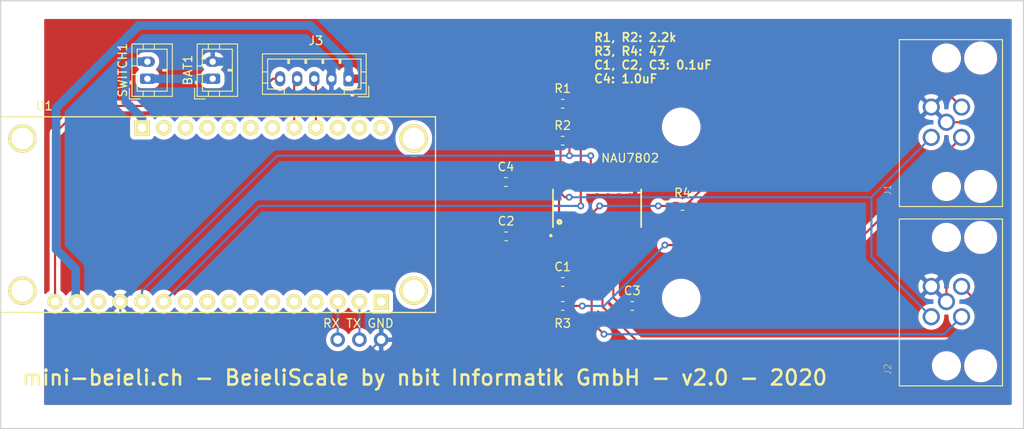
<source format=kicad_pcb>
(kicad_pcb (version 20171130) (host pcbnew 5.1.5-1.fc31)

  (general
    (thickness 1.6)
    (drawings 7)
    (tracks 147)
    (zones 0)
    (modules 18)
    (nets 20)
  )

  (page A4)
  (layers
    (0 F.Cu signal)
    (31 B.Cu signal)
    (32 B.Adhes user)
    (33 F.Adhes user)
    (34 B.Paste user)
    (35 F.Paste user)
    (36 B.SilkS user)
    (37 F.SilkS user)
    (38 B.Mask user)
    (39 F.Mask user)
    (40 Dwgs.User user)
    (41 Cmts.User user)
    (42 Eco1.User user)
    (43 Eco2.User user)
    (44 Edge.Cuts user)
    (45 Margin user)
    (46 B.CrtYd user)
    (47 F.CrtYd user)
    (48 B.Fab user)
    (49 F.Fab user)
  )

  (setup
    (last_trace_width 0.25)
    (trace_clearance 0.2)
    (zone_clearance 0.508)
    (zone_45_only no)
    (trace_min 0.2)
    (via_size 0.8)
    (via_drill 0.4)
    (via_min_size 0.4)
    (via_min_drill 0.3)
    (uvia_size 0.3)
    (uvia_drill 0.1)
    (uvias_allowed no)
    (uvia_min_size 0.2)
    (uvia_min_drill 0.1)
    (edge_width 0.15)
    (segment_width 0.2)
    (pcb_text_width 0.3)
    (pcb_text_size 1.5 1.5)
    (mod_edge_width 0.15)
    (mod_text_size 1 1)
    (mod_text_width 0.15)
    (pad_size 1.7 1.7)
    (pad_drill 1)
    (pad_to_mask_clearance 0.051)
    (solder_mask_min_width 0.25)
    (aux_axis_origin 0 0)
    (grid_origin 0 0.205)
    (visible_elements FFFFFF7F)
    (pcbplotparams
      (layerselection 0x010fc_ffffffff)
      (usegerberextensions false)
      (usegerberattributes false)
      (usegerberadvancedattributes false)
      (creategerberjobfile false)
      (excludeedgelayer true)
      (linewidth 0.100000)
      (plotframeref false)
      (viasonmask false)
      (mode 1)
      (useauxorigin false)
      (hpglpennumber 1)
      (hpglpenspeed 20)
      (hpglpendiameter 15.000000)
      (psnegative false)
      (psa4output false)
      (plotreference true)
      (plotvalue true)
      (plotinvisibletext false)
      (padsonsilk false)
      (subtractmaskfromsilk false)
      (outputformat 1)
      (mirror false)
      (drillshape 0)
      (scaleselection 1)
      (outputdirectory "/var/tmp/gerber"))
  )

  (net 0 "")
  (net 1 "Net-(BAT1-Pad1)")
  (net 2 "Net-(SWITCH1-Pad2)")
  (net 3 "Net-(J3-Pad3)")
  (net 4 "Net-(J3-Pad4)")
  (net 5 "Net-(J3-Pad5)")
  (net 6 "Net-(J3-Pad1)")
  (net 7 "Net-(J4-Pad1)")
  (net 8 "Net-(J4-Pad2)")
  (net 9 "Net-(C1-Pad2)")
  (net 10 "Net-(C1-Pad1)")
  (net 11 "Net-(C3-Pad1)")
  (net 12 "Net-(J1-PadP$4)")
  (net 13 "Net-(J1-PadP$3)")
  (net 14 "Net-(J2-PadP$4)")
  (net 15 "Net-(J2-PadP$3)")
  (net 16 "Net-(NAU7802-Pad13)")
  (net 17 "Net-(NAU7802-Pad14)")
  (net 18 GND)
  (net 19 "Net-(C2-Pad2)")

  (net_class Default "This is the default net class."
    (clearance 0.2)
    (trace_width 0.25)
    (via_dia 0.8)
    (via_drill 0.4)
    (uvia_dia 0.3)
    (uvia_drill 0.1)
    (add_net GND)
    (add_net "Net-(BAT1-Pad1)")
    (add_net "Net-(C1-Pad1)")
    (add_net "Net-(C1-Pad2)")
    (add_net "Net-(C2-Pad2)")
    (add_net "Net-(C3-Pad1)")
    (add_net "Net-(J1-PadP$3)")
    (add_net "Net-(J1-PadP$4)")
    (add_net "Net-(J2-PadP$3)")
    (add_net "Net-(J2-PadP$4)")
    (add_net "Net-(J3-Pad1)")
    (add_net "Net-(J3-Pad3)")
    (add_net "Net-(J3-Pad4)")
    (add_net "Net-(J3-Pad5)")
    (add_net "Net-(J4-Pad1)")
    (add_net "Net-(J4-Pad2)")
    (add_net "Net-(NAU7802-Pad13)")
    (add_net "Net-(NAU7802-Pad14)")
    (add_net "Net-(SWITCH1-Pad2)")
  )

  (module MountingHole:MountingHole_3.5mm (layer F.Cu) (tedit 56D1B4CB) (tstamp 5EA90332)
    (at 119.512 67.101)
    (descr "Mounting Hole 3.5mm, no annular")
    (tags "mounting hole 3.5mm no annular")
    (fp_text reference REF** (at 0 -4.5) (layer F.SilkS) hide
      (effects (font (size 1 1) (thickness 0.15)))
    )
    (fp_text value MountingHole_3.5mm (at 0 4.5) (layer F.Fab) hide
      (effects (font (size 1 1) (thickness 0.15)))
    )
    (fp_text user %R (at 0.3 0) (layer F.Fab) hide
      (effects (font (size 1 1) (thickness 0.15)))
    )
    (fp_circle (center 0 0) (end 3.5 0) (layer Cmts.User) (width 0.15))
    (fp_circle (center 0 0) (end 3.75 0) (layer F.CrtYd) (width 0.05))
    (pad 1 np_thru_hole circle (at 0 0) (size 3.5 3.5) (drill 3.5) (layers *.Cu *.Mask))
  )

  (module MountingHole:MountingHole_3.5mm (layer F.Cu) (tedit 56D1B4CB) (tstamp 5EA90329)
    (at 119.512 47.101)
    (descr "Mounting Hole 3.5mm, no annular")
    (tags "mounting hole 3.5mm no annular")
    (fp_text reference REF** (at 0 -4.5) (layer F.SilkS) hide
      (effects (font (size 1 1) (thickness 0.15)))
    )
    (fp_text value MountingHole_3.5mm (at 0 4.5) (layer F.Fab) hide
      (effects (font (size 1 1) (thickness 0.15)))
    )
    (fp_circle (center 0 0) (end 3.75 0) (layer F.CrtYd) (width 0.05))
    (fp_circle (center 0 0) (end 3.5 0) (layer Cmts.User) (width 0.15))
    (fp_text user %R (at 0.3 0) (layer F.Fab) hide
      (effects (font (size 1 1) (thickness 0.15)))
    )
    (pad 1 np_thru_hole circle (at 0 0) (size 3.5 3.5) (drill 3.5) (layers *.Cu *.Mask))
  )

  (module Capacitor_SMD:C_0603_1608Metric (layer F.Cu) (tedit 5B301BBE) (tstamp 5EA89C95)
    (at 99.06 59.895)
    (descr "Capacitor SMD 0603 (1608 Metric), square (rectangular) end terminal, IPC_7351 nominal, (Body size source: http://www.tortai-tech.com/upload/download/2011102023233369053.pdf), generated with kicad-footprint-generator")
    (tags capacitor)
    (path /5EAA32F8)
    (attr smd)
    (fp_text reference C2 (at 0 -1.778) (layer F.SilkS)
      (effects (font (size 1 1) (thickness 0.15)))
    )
    (fp_text value "0.1UF-25V-5%(0603)" (at 0 1.43) (layer F.Fab) hide
      (effects (font (size 1 1) (thickness 0.15)))
    )
    (fp_text user %R (at 0 0) (layer F.Fab)
      (effects (font (size 0.4 0.4) (thickness 0.06)))
    )
    (fp_line (start 1.48 0.73) (end -1.48 0.73) (layer F.CrtYd) (width 0.05))
    (fp_line (start 1.48 -0.73) (end 1.48 0.73) (layer F.CrtYd) (width 0.05))
    (fp_line (start -1.48 -0.73) (end 1.48 -0.73) (layer F.CrtYd) (width 0.05))
    (fp_line (start -1.48 0.73) (end -1.48 -0.73) (layer F.CrtYd) (width 0.05))
    (fp_line (start -0.162779 0.51) (end 0.162779 0.51) (layer F.SilkS) (width 0.12))
    (fp_line (start -0.162779 -0.51) (end 0.162779 -0.51) (layer F.SilkS) (width 0.12))
    (fp_line (start 0.8 0.4) (end -0.8 0.4) (layer F.Fab) (width 0.1))
    (fp_line (start 0.8 -0.4) (end 0.8 0.4) (layer F.Fab) (width 0.1))
    (fp_line (start -0.8 -0.4) (end 0.8 -0.4) (layer F.Fab) (width 0.1))
    (fp_line (start -0.8 0.4) (end -0.8 -0.4) (layer F.Fab) (width 0.1))
    (pad 2 smd roundrect (at 0.7875 0) (size 0.875 0.95) (layers F.Cu F.Paste F.Mask) (roundrect_rratio 0.25)
      (net 19 "Net-(C2-Pad2)"))
    (pad 1 smd roundrect (at -0.7875 0) (size 0.875 0.95) (layers F.Cu F.Paste F.Mask) (roundrect_rratio 0.25)
      (net 18 GND))
    (model ${KISYS3DMOD}/Capacitor_SMD.3dshapes/C_0603_1608Metric.wrl
      (at (xyz 0 0 0))
      (scale (xyz 1 1 1))
      (rotate (xyz 0 0 0))
    )
  )

  (module Capacitor_SMD:C_0603_1608Metric (layer F.Cu) (tedit 5B301BBE) (tstamp 5EA89632)
    (at 99.0345 53.545)
    (descr "Capacitor SMD 0603 (1608 Metric), square (rectangular) end terminal, IPC_7351 nominal, (Body size source: http://www.tortai-tech.com/upload/download/2011102023233369053.pdf), generated with kicad-footprint-generator")
    (tags capacitor)
    (path /5EA9E10D)
    (attr smd)
    (fp_text reference C4 (at 0 -1.778) (layer F.SilkS)
      (effects (font (size 1 1) (thickness 0.15)))
    )
    (fp_text value "0.1UF-25V-5%(0603)" (at 0 1.43) (layer F.Fab) hide
      (effects (font (size 1 1) (thickness 0.15)))
    )
    (fp_text user %R (at 0 0) (layer F.Fab)
      (effects (font (size 0.4 0.4) (thickness 0.06)))
    )
    (fp_line (start 1.48 0.73) (end -1.48 0.73) (layer F.CrtYd) (width 0.05))
    (fp_line (start 1.48 -0.73) (end 1.48 0.73) (layer F.CrtYd) (width 0.05))
    (fp_line (start -1.48 -0.73) (end 1.48 -0.73) (layer F.CrtYd) (width 0.05))
    (fp_line (start -1.48 0.73) (end -1.48 -0.73) (layer F.CrtYd) (width 0.05))
    (fp_line (start -0.162779 0.51) (end 0.162779 0.51) (layer F.SilkS) (width 0.12))
    (fp_line (start -0.162779 -0.51) (end 0.162779 -0.51) (layer F.SilkS) (width 0.12))
    (fp_line (start 0.8 0.4) (end -0.8 0.4) (layer F.Fab) (width 0.1))
    (fp_line (start 0.8 -0.4) (end 0.8 0.4) (layer F.Fab) (width 0.1))
    (fp_line (start -0.8 -0.4) (end 0.8 -0.4) (layer F.Fab) (width 0.1))
    (fp_line (start -0.8 0.4) (end -0.8 -0.4) (layer F.Fab) (width 0.1))
    (pad 2 smd roundrect (at 0.7875 0) (size 0.875 0.95) (layers F.Cu F.Paste F.Mask) (roundrect_rratio 0.25)
      (net 19 "Net-(C2-Pad2)"))
    (pad 1 smd roundrect (at -0.7875 0) (size 0.875 0.95) (layers F.Cu F.Paste F.Mask) (roundrect_rratio 0.25)
      (net 18 GND))
    (model ${KISYS3DMOD}/Capacitor_SMD.3dshapes/C_0603_1608Metric.wrl
      (at (xyz 0 0 0))
      (scale (xyz 1 1 1))
      (rotate (xyz 0 0 0))
    )
  )

  (module Resistor_SMD:R_0603_1608Metric (layer F.Cu) (tedit 5B301BBD) (tstamp 5EA8DE90)
    (at 119.6595 56.339 180)
    (descr "Resistor SMD 0603 (1608 Metric), square (rectangular) end terminal, IPC_7351 nominal, (Body size source: http://www.tortai-tech.com/upload/download/2011102023233369053.pdf), generated with kicad-footprint-generator")
    (tags resistor)
    (path /5EAE1595)
    (attr smd)
    (fp_text reference R4 (at 0 1.524) (layer F.SilkS)
      (effects (font (size 1 1) (thickness 0.15)))
    )
    (fp_text value 47OHM-0603-1_10W-1% (at 0 1.43) (layer F.Fab) hide
      (effects (font (size 1 1) (thickness 0.15)))
    )
    (fp_text user %R (at 0 0) (layer F.Fab)
      (effects (font (size 0.4 0.4) (thickness 0.06)))
    )
    (fp_line (start 1.48 0.73) (end -1.48 0.73) (layer F.CrtYd) (width 0.05))
    (fp_line (start 1.48 -0.73) (end 1.48 0.73) (layer F.CrtYd) (width 0.05))
    (fp_line (start -1.48 -0.73) (end 1.48 -0.73) (layer F.CrtYd) (width 0.05))
    (fp_line (start -1.48 0.73) (end -1.48 -0.73) (layer F.CrtYd) (width 0.05))
    (fp_line (start -0.162779 0.51) (end 0.162779 0.51) (layer F.SilkS) (width 0.12))
    (fp_line (start -0.162779 -0.51) (end 0.162779 -0.51) (layer F.SilkS) (width 0.12))
    (fp_line (start 0.8 0.4) (end -0.8 0.4) (layer F.Fab) (width 0.1))
    (fp_line (start 0.8 -0.4) (end 0.8 0.4) (layer F.Fab) (width 0.1))
    (fp_line (start -0.8 -0.4) (end 0.8 -0.4) (layer F.Fab) (width 0.1))
    (fp_line (start -0.8 0.4) (end -0.8 -0.4) (layer F.Fab) (width 0.1))
    (pad 2 smd roundrect (at 0.7875 0 180) (size 0.875 0.95) (layers F.Cu F.Paste F.Mask) (roundrect_rratio 0.25)
      (net 9 "Net-(C1-Pad2)"))
    (pad 1 smd roundrect (at -0.7875 0 180) (size 0.875 0.95) (layers F.Cu F.Paste F.Mask) (roundrect_rratio 0.25)
      (net 12 "Net-(J1-PadP$4)"))
    (model ${KISYS3DMOD}/Resistor_SMD.3dshapes/R_0603_1608Metric.wrl
      (at (xyz 0 0 0))
      (scale (xyz 1 1 1))
      (rotate (xyz 0 0 0))
    )
  )

  (module Resistor_SMD:R_0603_1608Metric (layer F.Cu) (tedit 5B301BBD) (tstamp 5EA8DE7F)
    (at 105.664 68.023 180)
    (descr "Resistor SMD 0603 (1608 Metric), square (rectangular) end terminal, IPC_7351 nominal, (Body size source: http://www.tortai-tech.com/upload/download/2011102023233369053.pdf), generated with kicad-footprint-generator")
    (tags resistor)
    (path /5EAE06BE)
    (attr smd)
    (fp_text reference R3 (at 0 -2.032) (layer F.SilkS)
      (effects (font (size 1 1) (thickness 0.15)))
    )
    (fp_text value 47OHM-0603-1_10W-1% (at 0 1.43) (layer F.Fab) hide
      (effects (font (size 1 1) (thickness 0.15)))
    )
    (fp_text user %R (at 0 0) (layer F.Fab)
      (effects (font (size 0.4 0.4) (thickness 0.06)))
    )
    (fp_line (start 1.48 0.73) (end -1.48 0.73) (layer F.CrtYd) (width 0.05))
    (fp_line (start 1.48 -0.73) (end 1.48 0.73) (layer F.CrtYd) (width 0.05))
    (fp_line (start -1.48 -0.73) (end 1.48 -0.73) (layer F.CrtYd) (width 0.05))
    (fp_line (start -1.48 0.73) (end -1.48 -0.73) (layer F.CrtYd) (width 0.05))
    (fp_line (start -0.162779 0.51) (end 0.162779 0.51) (layer F.SilkS) (width 0.12))
    (fp_line (start -0.162779 -0.51) (end 0.162779 -0.51) (layer F.SilkS) (width 0.12))
    (fp_line (start 0.8 0.4) (end -0.8 0.4) (layer F.Fab) (width 0.1))
    (fp_line (start 0.8 -0.4) (end 0.8 0.4) (layer F.Fab) (width 0.1))
    (fp_line (start -0.8 -0.4) (end 0.8 -0.4) (layer F.Fab) (width 0.1))
    (fp_line (start -0.8 0.4) (end -0.8 -0.4) (layer F.Fab) (width 0.1))
    (pad 2 smd roundrect (at 0.7875 0 180) (size 0.875 0.95) (layers F.Cu F.Paste F.Mask) (roundrect_rratio 0.25)
      (net 10 "Net-(C1-Pad1)"))
    (pad 1 smd roundrect (at -0.7875 0 180) (size 0.875 0.95) (layers F.Cu F.Paste F.Mask) (roundrect_rratio 0.25)
      (net 13 "Net-(J1-PadP$3)"))
    (model ${KISYS3DMOD}/Resistor_SMD.3dshapes/R_0603_1608Metric.wrl
      (at (xyz 0 0 0))
      (scale (xyz 1 1 1))
      (rotate (xyz 0 0 0))
    )
  )

  (module Resistor_SMD:R_0603_1608Metric (layer F.Cu) (tedit 5B301BBD) (tstamp 5EA8DE6E)
    (at 105.664 48.719 180)
    (descr "Resistor SMD 0603 (1608 Metric), square (rectangular) end terminal, IPC_7351 nominal, (Body size source: http://www.tortai-tech.com/upload/download/2011102023233369053.pdf), generated with kicad-footprint-generator")
    (tags resistor)
    (path /5EB945BC)
    (attr smd)
    (fp_text reference R2 (at 0 1.778) (layer F.SilkS)
      (effects (font (size 1 1) (thickness 0.15)))
    )
    (fp_text value 2.2KOHM-0603-1_10W-1% (at 0 1.43) (layer F.Fab) hide
      (effects (font (size 1 1) (thickness 0.15)))
    )
    (fp_text user %R (at 0 0) (layer F.Fab)
      (effects (font (size 0.4 0.4) (thickness 0.06)))
    )
    (fp_line (start 1.48 0.73) (end -1.48 0.73) (layer F.CrtYd) (width 0.05))
    (fp_line (start 1.48 -0.73) (end 1.48 0.73) (layer F.CrtYd) (width 0.05))
    (fp_line (start -1.48 -0.73) (end 1.48 -0.73) (layer F.CrtYd) (width 0.05))
    (fp_line (start -1.48 0.73) (end -1.48 -0.73) (layer F.CrtYd) (width 0.05))
    (fp_line (start -0.162779 0.51) (end 0.162779 0.51) (layer F.SilkS) (width 0.12))
    (fp_line (start -0.162779 -0.51) (end 0.162779 -0.51) (layer F.SilkS) (width 0.12))
    (fp_line (start 0.8 0.4) (end -0.8 0.4) (layer F.Fab) (width 0.1))
    (fp_line (start 0.8 -0.4) (end 0.8 0.4) (layer F.Fab) (width 0.1))
    (fp_line (start -0.8 -0.4) (end 0.8 -0.4) (layer F.Fab) (width 0.1))
    (fp_line (start -0.8 0.4) (end -0.8 -0.4) (layer F.Fab) (width 0.1))
    (pad 2 smd roundrect (at 0.7875 0 180) (size 0.875 0.95) (layers F.Cu F.Paste F.Mask) (roundrect_rratio 0.25)
      (net 6 "Net-(J3-Pad1)"))
    (pad 1 smd roundrect (at -0.7875 0 180) (size 0.875 0.95) (layers F.Cu F.Paste F.Mask) (roundrect_rratio 0.25)
      (net 16 "Net-(NAU7802-Pad13)"))
    (model ${KISYS3DMOD}/Resistor_SMD.3dshapes/R_0603_1608Metric.wrl
      (at (xyz 0 0 0))
      (scale (xyz 1 1 1))
      (rotate (xyz 0 0 0))
    )
  )

  (module Resistor_SMD:R_0603_1608Metric (layer F.Cu) (tedit 5B301BBD) (tstamp 5EA8DE5D)
    (at 105.664 44.401 180)
    (descr "Resistor SMD 0603 (1608 Metric), square (rectangular) end terminal, IPC_7351 nominal, (Body size source: http://www.tortai-tech.com/upload/download/2011102023233369053.pdf), generated with kicad-footprint-generator")
    (tags resistor)
    (path /5EB92C82)
    (attr smd)
    (fp_text reference R1 (at 0 1.778) (layer F.SilkS)
      (effects (font (size 1 1) (thickness 0.15)))
    )
    (fp_text value 2.2KOHM-0603-1_10W-1% (at 0 1.43) (layer F.Fab) hide
      (effects (font (size 1 1) (thickness 0.15)))
    )
    (fp_text user %R (at 0 0) (layer F.Fab)
      (effects (font (size 0.4 0.4) (thickness 0.06)))
    )
    (fp_line (start 1.48 0.73) (end -1.48 0.73) (layer F.CrtYd) (width 0.05))
    (fp_line (start 1.48 -0.73) (end 1.48 0.73) (layer F.CrtYd) (width 0.05))
    (fp_line (start -1.48 -0.73) (end 1.48 -0.73) (layer F.CrtYd) (width 0.05))
    (fp_line (start -1.48 0.73) (end -1.48 -0.73) (layer F.CrtYd) (width 0.05))
    (fp_line (start -0.162779 0.51) (end 0.162779 0.51) (layer F.SilkS) (width 0.12))
    (fp_line (start -0.162779 -0.51) (end 0.162779 -0.51) (layer F.SilkS) (width 0.12))
    (fp_line (start 0.8 0.4) (end -0.8 0.4) (layer F.Fab) (width 0.1))
    (fp_line (start 0.8 -0.4) (end 0.8 0.4) (layer F.Fab) (width 0.1))
    (fp_line (start -0.8 -0.4) (end 0.8 -0.4) (layer F.Fab) (width 0.1))
    (fp_line (start -0.8 0.4) (end -0.8 -0.4) (layer F.Fab) (width 0.1))
    (pad 2 smd roundrect (at 0.7875 0 180) (size 0.875 0.95) (layers F.Cu F.Paste F.Mask) (roundrect_rratio 0.25)
      (net 6 "Net-(J3-Pad1)"))
    (pad 1 smd roundrect (at -0.7875 0 180) (size 0.875 0.95) (layers F.Cu F.Paste F.Mask) (roundrect_rratio 0.25)
      (net 17 "Net-(NAU7802-Pad14)"))
    (model ${KISYS3DMOD}/Resistor_SMD.3dshapes/R_0603_1608Metric.wrl
      (at (xyz 0 0 0))
      (scale (xyz 1 1 1))
      (rotate (xyz 0 0 0))
    )
  )

  (module nau7802:SOIC127P700X210-16N (layer F.Cu) (tedit 5EA843BF) (tstamp 5EA8E731)
    (at 109.681 56.612 90)
    (path /5EA8717E)
    (fp_text reference NAU7802 (at 5.861 3.857) (layer F.SilkS)
      (effects (font (size 1 1) (thickness 0.15)))
    )
    (fp_text value NAU7802SOIC (at 8.765 6.365 90) (layer F.Fab) hide
      (effects (font (size 1 1) (thickness 0.015)))
    )
    (fp_line (start -2.2 -5.15) (end 2.2 -5.15) (layer F.SilkS) (width 0.2))
    (fp_line (start 2.2 -5.15) (end 2.2 5.15) (layer F.Fab) (width 0.2))
    (fp_line (start 2.2 5.15) (end -2.2 5.15) (layer F.SilkS) (width 0.2))
    (fp_line (start -2.2 5.15) (end -2.2 -5.15) (layer F.Fab) (width 0.2))
    (fp_circle (center -3.2 -5.4) (end -3.1 -5.4) (layer F.SilkS) (width 0.2))
    (fp_line (start -4.375 -5.5) (end 4.375 -5.5) (layer F.CrtYd) (width 0.05))
    (fp_line (start 4.375 -5.5) (end 4.375 5.5) (layer F.CrtYd) (width 0.05))
    (fp_line (start 4.375 5.5) (end -4.375 5.5) (layer F.CrtYd) (width 0.05))
    (fp_line (start -4.375 5.5) (end -4.375 -5.5) (layer F.CrtYd) (width 0.05))
    (fp_circle (center -1.6 -4.4) (end -1.4 -4.4) (layer F.SilkS) (width 0.3))
    (pad 1 smd rect (at -3.105 -4.445 90) (size 1.8 0.64) (layers F.Cu F.Paste F.Mask)
      (net 19 "Net-(C2-Pad2)"))
    (pad 2 smd rect (at -3.105 -3.175 90) (size 1.8 0.64) (layers F.Cu F.Paste F.Mask)
      (net 10 "Net-(C1-Pad1)"))
    (pad 3 smd rect (at -3.105 -1.905 90) (size 1.8 0.64) (layers F.Cu F.Paste F.Mask)
      (net 9 "Net-(C1-Pad2)"))
    (pad 4 smd rect (at -3.105 -0.635 90) (size 1.8 0.64) (layers F.Cu F.Paste F.Mask)
      (net 15 "Net-(J2-PadP$3)"))
    (pad 5 smd rect (at -3.105 0.635 90) (size 1.8 0.64) (layers F.Cu F.Paste F.Mask)
      (net 14 "Net-(J2-PadP$4)"))
    (pad 6 smd rect (at -3.105 1.905 90) (size 1.8 0.64) (layers F.Cu F.Paste F.Mask)
      (net 11 "Net-(C3-Pad1)"))
    (pad 7 smd rect (at -3.105 3.175 90) (size 1.8 0.64) (layers F.Cu F.Paste F.Mask)
      (net 18 GND))
    (pad 8 smd rect (at -3.105 4.445 90) (size 1.8 0.64) (layers F.Cu F.Paste F.Mask)
      (net 18 GND))
    (pad 9 smd rect (at 3.105 4.445 90) (size 1.8 0.64) (layers F.Cu F.Paste F.Mask)
      (net 18 GND))
    (pad 10 smd rect (at 3.105 3.175 90) (size 1.8 0.64) (layers F.Cu F.Paste F.Mask))
    (pad 11 smd rect (at 3.105 1.905 90) (size 1.8 0.64) (layers F.Cu F.Paste F.Mask))
    (pad 12 smd rect (at 3.105 0.635 90) (size 1.8 0.64) (layers F.Cu F.Paste F.Mask))
    (pad 13 smd rect (at 3.105 -0.635 90) (size 1.8 0.64) (layers F.Cu F.Paste F.Mask)
      (net 16 "Net-(NAU7802-Pad13)"))
    (pad 14 smd rect (at 3.105 -1.905 90) (size 1.8 0.64) (layers F.Cu F.Paste F.Mask)
      (net 17 "Net-(NAU7802-Pad14)"))
    (pad 15 smd rect (at 3.105 -3.175 90) (size 1.8 0.64) (layers F.Cu F.Paste F.Mask)
      (net 6 "Net-(J3-Pad1)"))
    (pad 16 smd rect (at 3.105 -4.445 90) (size 1.8 0.64) (layers F.Cu F.Paste F.Mask)
      (net 19 "Net-(C2-Pad2)"))
  )

  (module T4145015051-001:T4145015051-001 (layer F.Cu) (tedit 0) (tstamp 5CAD1119)
    (at 150.495 67.515 90)
    (path /5CA65D1D)
    (fp_text reference J2 (at -7.90874 -6.85962 90) (layer F.SilkS)
      (effects (font (size 0.787953 0.787953) (thickness 0.05)))
    )
    (fp_text value T4145015051-001 (at -7.38206 7.25284 90) (layer F.SilkS) hide
      (effects (font (size 0.788591 0.788591) (thickness 0.05)))
    )
    (fp_line (start 9.65 -5.5) (end 9.65 6.55) (layer F.SilkS) (width 0.127))
    (fp_line (start -9.85 -5.5) (end 9.65 -5.5) (layer F.SilkS) (width 0.127))
    (fp_line (start -9.85 6.55) (end -9.85 -5.5) (layer F.SilkS) (width 0.127))
    (fp_line (start 9.65 6.55) (end -9.85 6.55) (layer F.SilkS) (width 0.127))
    (pad Hole np_thru_hole circle (at -7.5 4 90) (size 2.85 2.85) (drill 2.85) (layers *.Cu *.Mask F.SilkS))
    (pad Hole np_thru_hole circle (at -7.5 0 90) (size 2.4 2.4) (drill 2.4) (layers *.Cu *.Mask F.SilkS))
    (pad Hole np_thru_hole circle (at 7.5 4 90) (size 2.85 2.85) (drill 2.85) (layers *.Cu *.Mask F.SilkS))
    (pad Hole np_thru_hole circle (at 7.5 0 90) (size 2.4 2.4) (drill 2.4) (layers *.Cu *.Mask F.SilkS))
    (pad P$5 thru_hole circle (at 0 0 90) (size 2 2) (drill 1.4) (layers *.Cu *.Mask)
      (net 18 GND))
    (pad P$4 thru_hole circle (at 1.77 1.77 90) (size 2 2) (drill 1.4) (layers *.Cu *.Mask)
      (net 14 "Net-(J2-PadP$4)"))
    (pad P$3 thru_hole circle (at -1.77 1.77 90) (size 2 2) (drill 1.4) (layers *.Cu *.Mask)
      (net 15 "Net-(J2-PadP$3)"))
    (pad P$2 thru_hole circle (at 1.77 -1.77 90) (size 2 2) (drill 1.4) (layers *.Cu *.Mask)
      (net 18 GND))
    (pad P$1 thru_hole circle (at -1.77 -1.77 90) (size 2 2) (drill 1.4) (layers *.Cu *.Mask)
      (net 19 "Net-(C2-Pad2)"))
  )

  (module T4145015051-001:T4145015051-001 (layer F.Cu) (tedit 0) (tstamp 5CAD1108)
    (at 150.495 46.56 90)
    (path /5CA66C31)
    (fp_text reference J1 (at -7.90874 -6.85962 90) (layer F.SilkS)
      (effects (font (size 0.787953 0.787953) (thickness 0.05)))
    )
    (fp_text value T4145015051-001 (at -7.38206 7.25284 90) (layer F.SilkS) hide
      (effects (font (size 0.788591 0.788591) (thickness 0.05)))
    )
    (fp_line (start 9.65 -5.5) (end 9.65 6.55) (layer F.SilkS) (width 0.127))
    (fp_line (start -9.85 -5.5) (end 9.65 -5.5) (layer F.SilkS) (width 0.127))
    (fp_line (start -9.85 6.55) (end -9.85 -5.5) (layer F.SilkS) (width 0.127))
    (fp_line (start 9.65 6.55) (end -9.85 6.55) (layer F.SilkS) (width 0.127))
    (pad Hole np_thru_hole circle (at -7.5 4 90) (size 2.85 2.85) (drill 2.85) (layers *.Cu *.Mask F.SilkS))
    (pad Hole np_thru_hole circle (at -7.5 0 90) (size 2.4 2.4) (drill 2.4) (layers *.Cu *.Mask F.SilkS))
    (pad Hole np_thru_hole circle (at 7.5 4 90) (size 2.85 2.85) (drill 2.85) (layers *.Cu *.Mask F.SilkS))
    (pad Hole np_thru_hole circle (at 7.5 0 90) (size 2.4 2.4) (drill 2.4) (layers *.Cu *.Mask F.SilkS))
    (pad P$5 thru_hole circle (at 0 0 90) (size 2 2) (drill 1.4) (layers *.Cu *.Mask)
      (net 18 GND))
    (pad P$4 thru_hole circle (at 1.77 1.77 90) (size 2 2) (drill 1.4) (layers *.Cu *.Mask)
      (net 12 "Net-(J1-PadP$4)"))
    (pad P$3 thru_hole circle (at -1.77 1.77 90) (size 2 2) (drill 1.4) (layers *.Cu *.Mask)
      (net 13 "Net-(J1-PadP$3)"))
    (pad P$2 thru_hole circle (at 1.77 -1.77 90) (size 2 2) (drill 1.4) (layers *.Cu *.Mask)
      (net 18 GND))
    (pad P$1 thru_hole circle (at -1.77 -1.77 90) (size 2 2) (drill 1.4) (layers *.Cu *.Mask)
      (net 19 "Net-(C2-Pad2)"))
  )

  (module Capacitor_SMD:C_0603_1608Metric (layer F.Cu) (tedit 5B301BBE) (tstamp 5EA8DD90)
    (at 113.792 68.023)
    (descr "Capacitor SMD 0603 (1608 Metric), square (rectangular) end terminal, IPC_7351 nominal, (Body size source: http://www.tortai-tech.com/upload/download/2011102023233369053.pdf), generated with kicad-footprint-generator")
    (tags capacitor)
    (path /5EB4498C)
    (attr smd)
    (fp_text reference C3 (at 0 -1.778) (layer F.SilkS)
      (effects (font (size 1 1) (thickness 0.15)))
    )
    (fp_text value "0.1UF-25V-5%(0603)" (at 0 1.43) (layer F.Fab) hide
      (effects (font (size 1 1) (thickness 0.15)))
    )
    (fp_text user %R (at 0 0) (layer F.Fab)
      (effects (font (size 0.4 0.4) (thickness 0.06)))
    )
    (fp_line (start 1.48 0.73) (end -1.48 0.73) (layer F.CrtYd) (width 0.05))
    (fp_line (start 1.48 -0.73) (end 1.48 0.73) (layer F.CrtYd) (width 0.05))
    (fp_line (start -1.48 -0.73) (end 1.48 -0.73) (layer F.CrtYd) (width 0.05))
    (fp_line (start -1.48 0.73) (end -1.48 -0.73) (layer F.CrtYd) (width 0.05))
    (fp_line (start -0.162779 0.51) (end 0.162779 0.51) (layer F.SilkS) (width 0.12))
    (fp_line (start -0.162779 -0.51) (end 0.162779 -0.51) (layer F.SilkS) (width 0.12))
    (fp_line (start 0.8 0.4) (end -0.8 0.4) (layer F.Fab) (width 0.1))
    (fp_line (start 0.8 -0.4) (end 0.8 0.4) (layer F.Fab) (width 0.1))
    (fp_line (start -0.8 -0.4) (end 0.8 -0.4) (layer F.Fab) (width 0.1))
    (fp_line (start -0.8 0.4) (end -0.8 -0.4) (layer F.Fab) (width 0.1))
    (pad 2 smd roundrect (at 0.7875 0) (size 0.875 0.95) (layers F.Cu F.Paste F.Mask) (roundrect_rratio 0.25)
      (net 18 GND))
    (pad 1 smd roundrect (at -0.7875 0) (size 0.875 0.95) (layers F.Cu F.Paste F.Mask) (roundrect_rratio 0.25)
      (net 11 "Net-(C3-Pad1)"))
    (model ${KISYS3DMOD}/Capacitor_SMD.3dshapes/C_0603_1608Metric.wrl
      (at (xyz 0 0 0))
      (scale (xyz 1 1 1))
      (rotate (xyz 0 0 0))
    )
  )

  (module Capacitor_SMD:C_0603_1608Metric (layer F.Cu) (tedit 5B301BBE) (tstamp 5EA8DD7F)
    (at 105.664 65.229)
    (descr "Capacitor SMD 0603 (1608 Metric), square (rectangular) end terminal, IPC_7351 nominal, (Body size source: http://www.tortai-tech.com/upload/download/2011102023233369053.pdf), generated with kicad-footprint-generator")
    (tags capacitor)
    (path /5EB3CDDE)
    (attr smd)
    (fp_text reference C1 (at 0 -1.778) (layer F.SilkS)
      (effects (font (size 1 1) (thickness 0.15)))
    )
    (fp_text value "0.1UF-25V-5%(0603)" (at 0 1.43) (layer F.Fab) hide
      (effects (font (size 1 1) (thickness 0.15)))
    )
    (fp_text user %R (at 0 0) (layer F.Fab)
      (effects (font (size 0.4 0.4) (thickness 0.06)))
    )
    (fp_line (start 1.48 0.73) (end -1.48 0.73) (layer F.CrtYd) (width 0.05))
    (fp_line (start 1.48 -0.73) (end 1.48 0.73) (layer F.CrtYd) (width 0.05))
    (fp_line (start -1.48 -0.73) (end 1.48 -0.73) (layer F.CrtYd) (width 0.05))
    (fp_line (start -1.48 0.73) (end -1.48 -0.73) (layer F.CrtYd) (width 0.05))
    (fp_line (start -0.162779 0.51) (end 0.162779 0.51) (layer F.SilkS) (width 0.12))
    (fp_line (start -0.162779 -0.51) (end 0.162779 -0.51) (layer F.SilkS) (width 0.12))
    (fp_line (start 0.8 0.4) (end -0.8 0.4) (layer F.Fab) (width 0.1))
    (fp_line (start 0.8 -0.4) (end 0.8 0.4) (layer F.Fab) (width 0.1))
    (fp_line (start -0.8 -0.4) (end 0.8 -0.4) (layer F.Fab) (width 0.1))
    (fp_line (start -0.8 0.4) (end -0.8 -0.4) (layer F.Fab) (width 0.1))
    (pad 2 smd roundrect (at 0.7875 0) (size 0.875 0.95) (layers F.Cu F.Paste F.Mask) (roundrect_rratio 0.25)
      (net 9 "Net-(C1-Pad2)"))
    (pad 1 smd roundrect (at -0.7875 0) (size 0.875 0.95) (layers F.Cu F.Paste F.Mask) (roundrect_rratio 0.25)
      (net 10 "Net-(C1-Pad1)"))
    (model ${KISYS3DMOD}/Capacitor_SMD.3dshapes/C_0603_1608Metric.wrl
      (at (xyz 0 0 0))
      (scale (xyz 1 1 1))
      (rotate (xyz 0 0 0))
    )
  )

  (module Connector_PinHeader_2.54mm:PinHeader_1x03_P2.54mm_Vertical (layer F.Cu) (tedit 5CFA866D) (tstamp 5CFA7419)
    (at 79.375 71.96 90)
    (descr "Through hole straight pin header, 1x03, 2.54mm pitch, single row")
    (tags "Through hole pin header THT 1x03 2.54mm single row")
    (path /5CFBD036)
    (fp_text reference J4 (at 0 -2.33 90) (layer F.SilkS) hide
      (effects (font (size 1 1) (thickness 0.15)))
    )
    (fp_text value Conn_01x03_Male (at 0 7.41 90) (layer F.Fab) hide
      (effects (font (size 1 1) (thickness 0.15)))
    )
    (fp_text user %R (at 0 2.54) (layer F.Fab)
      (effects (font (size 1 1) (thickness 0.15)))
    )
    (pad 1 thru_hole circle (at 0 0 90) (size 1.7 1.7) (drill 1) (layers *.Cu *.Mask)
      (net 7 "Net-(J4-Pad1)"))
    (pad 2 thru_hole oval (at 0 2.54 90) (size 1.7 1.7) (drill 1) (layers *.Cu *.Mask)
      (net 8 "Net-(J4-Pad2)"))
    (pad 3 thru_hole oval (at 0 5.08 90) (size 1.7 1.7) (drill 1) (layers *.Cu *.Mask)
      (net 18 GND))
    (model ${KISYS3DMOD}/Connector_PinHeader_2.54mm.3dshapes/PinHeader_1x03_P2.54mm_Vertical.wrl
      (at (xyz 0 0 0))
      (scale (xyz 1 1 1))
      (rotate (xyz 0 0 0))
    )
  )

  (module Connector_JST:JST_PH_B2B-PH-K_1x02_P2.00mm_Vertical (layer F.Cu) (tedit 5CACDCDA) (tstamp 5CAD10BD)
    (at 64.77 41.48 90)
    (descr "JST PH series connector, B2B-PH-K (http://www.jst-mfg.com/product/pdf/eng/ePH.pdf), generated with kicad-footprint-generator")
    (tags "connector JST PH side entry")
    (path /5C92F7C2)
    (fp_text reference BAT1 (at 1 -2.9 90) (layer F.SilkS)
      (effects (font (size 1 1) (thickness 0.15)))
    )
    (fp_text value Conn_01x02_Female (at 1 4 90) (layer F.Fab) hide
      (effects (font (size 1 1) (thickness 0.15)))
    )
    (fp_line (start -2.06 -1.81) (end -2.06 2.91) (layer F.SilkS) (width 0.12))
    (fp_line (start -2.06 2.91) (end 4.06 2.91) (layer F.SilkS) (width 0.12))
    (fp_line (start 4.06 2.91) (end 4.06 -1.81) (layer F.SilkS) (width 0.12))
    (fp_line (start 4.06 -1.81) (end -2.06 -1.81) (layer F.SilkS) (width 0.12))
    (fp_line (start -0.3 -1.81) (end -0.3 -2.01) (layer F.SilkS) (width 0.12))
    (fp_line (start -0.3 -2.01) (end -0.6 -2.01) (layer F.SilkS) (width 0.12))
    (fp_line (start -0.6 -2.01) (end -0.6 -1.81) (layer F.SilkS) (width 0.12))
    (fp_line (start -0.3 -1.91) (end -0.6 -1.91) (layer F.SilkS) (width 0.12))
    (fp_line (start 0.5 -1.81) (end 0.5 -1.2) (layer F.SilkS) (width 0.12))
    (fp_line (start 0.5 -1.2) (end -1.45 -1.2) (layer F.SilkS) (width 0.12))
    (fp_line (start -1.45 -1.2) (end -1.45 2.3) (layer F.SilkS) (width 0.12))
    (fp_line (start -1.45 2.3) (end 3.45 2.3) (layer F.SilkS) (width 0.12))
    (fp_line (start 3.45 2.3) (end 3.45 -1.2) (layer F.SilkS) (width 0.12))
    (fp_line (start 3.45 -1.2) (end 1.5 -1.2) (layer F.SilkS) (width 0.12))
    (fp_line (start 1.5 -1.2) (end 1.5 -1.81) (layer F.SilkS) (width 0.12))
    (fp_line (start -2.06 -0.5) (end -1.45 -0.5) (layer F.SilkS) (width 0.12))
    (fp_line (start -2.06 0.8) (end -1.45 0.8) (layer F.SilkS) (width 0.12))
    (fp_line (start 4.06 -0.5) (end 3.45 -0.5) (layer F.SilkS) (width 0.12))
    (fp_line (start 4.06 0.8) (end 3.45 0.8) (layer F.SilkS) (width 0.12))
    (fp_line (start 0.9 2.3) (end 0.9 1.8) (layer F.SilkS) (width 0.12))
    (fp_line (start 0.9 1.8) (end 1.1 1.8) (layer F.SilkS) (width 0.12))
    (fp_line (start 1.1 1.8) (end 1.1 2.3) (layer F.SilkS) (width 0.12))
    (fp_line (start 1 2.3) (end 1 1.8) (layer F.SilkS) (width 0.12))
    (fp_line (start -1.11 -2.11) (end -2.36 -2.11) (layer F.SilkS) (width 0.12))
    (fp_line (start -2.36 -2.11) (end -2.36 -0.86) (layer F.SilkS) (width 0.12))
    (fp_line (start -1.11 -2.11) (end -2.36 -2.11) (layer F.Fab) (width 0.1))
    (fp_line (start -2.36 -2.11) (end -2.36 -0.86) (layer F.Fab) (width 0.1))
    (fp_line (start -1.95 -1.7) (end -1.95 2.8) (layer F.Fab) (width 0.1))
    (fp_line (start -1.95 2.8) (end 3.95 2.8) (layer F.Fab) (width 0.1))
    (fp_line (start 3.95 2.8) (end 3.95 -1.7) (layer F.Fab) (width 0.1))
    (fp_line (start 3.95 -1.7) (end -1.95 -1.7) (layer F.Fab) (width 0.1))
    (fp_line (start -2.45 -2.2) (end -2.45 3.3) (layer F.CrtYd) (width 0.05))
    (fp_line (start -2.45 3.3) (end 4.45 3.3) (layer F.CrtYd) (width 0.05))
    (fp_line (start 4.45 3.3) (end 4.45 -2.2) (layer F.CrtYd) (width 0.05))
    (fp_line (start 4.45 -2.2) (end -2.45 -2.2) (layer F.CrtYd) (width 0.05))
    (fp_text user %R (at 1 1.5 90) (layer F.Fab) hide
      (effects (font (size 1 1) (thickness 0.15)))
    )
    (pad 1 thru_hole roundrect (at 0 0 90) (size 1.2 1.75) (drill 0.75) (layers *.Cu *.Mask) (roundrect_rratio 0.208333)
      (net 1 "Net-(BAT1-Pad1)"))
    (pad 2 thru_hole oval (at 2 0 90) (size 1.2 1.75) (drill 0.75) (layers *.Cu *.Mask)
      (net 18 GND))
    (model ${KISYS3DMOD}/Connector_JST.3dshapes/JST_PH_B2B-PH-K_1x02_P2.00mm_Vertical.wrl
      (at (xyz 0 0 0))
      (scale (xyz 1 1 1))
      (rotate (xyz 0 0 0))
    )
  )

  (module Connector_JST:JST_PH_B2B-PH-K_1x02_P2.00mm_Vertical (layer F.Cu) (tedit 5CACDCD6) (tstamp 5CAD1143)
    (at 57.15 41.48 90)
    (descr "JST PH series connector, B2B-PH-K (http://www.jst-mfg.com/product/pdf/eng/ePH.pdf), generated with kicad-footprint-generator")
    (tags "connector JST PH side entry")
    (path /5CAD5AEF)
    (fp_text reference SWITCH1 (at 1 -2.9 90) (layer F.SilkS)
      (effects (font (size 1 1) (thickness 0.15)))
    )
    (fp_text value Conn_01x02_Female (at 1 4 90) (layer F.Fab) hide
      (effects (font (size 1 1) (thickness 0.15)))
    )
    (fp_text user %R (at 1 1.5 90) (layer F.Fab) hide
      (effects (font (size 1 1) (thickness 0.15)))
    )
    (fp_line (start 4.45 -2.2) (end -2.45 -2.2) (layer F.CrtYd) (width 0.05))
    (fp_line (start 4.45 3.3) (end 4.45 -2.2) (layer F.CrtYd) (width 0.05))
    (fp_line (start -2.45 3.3) (end 4.45 3.3) (layer F.CrtYd) (width 0.05))
    (fp_line (start -2.45 -2.2) (end -2.45 3.3) (layer F.CrtYd) (width 0.05))
    (fp_line (start 3.95 -1.7) (end -1.95 -1.7) (layer F.Fab) (width 0.1))
    (fp_line (start 3.95 2.8) (end 3.95 -1.7) (layer F.Fab) (width 0.1))
    (fp_line (start -1.95 2.8) (end 3.95 2.8) (layer F.Fab) (width 0.1))
    (fp_line (start -1.95 -1.7) (end -1.95 2.8) (layer F.Fab) (width 0.1))
    (fp_line (start -2.36 -2.11) (end -2.36 -0.86) (layer F.Fab) (width 0.1))
    (fp_line (start -1.11 -2.11) (end -2.36 -2.11) (layer F.Fab) (width 0.1))
    (fp_line (start -2.36 -2.11) (end -2.36 -0.86) (layer F.SilkS) (width 0.12))
    (fp_line (start -1.11 -2.11) (end -2.36 -2.11) (layer F.SilkS) (width 0.12))
    (fp_line (start 1 2.3) (end 1 1.8) (layer F.SilkS) (width 0.12))
    (fp_line (start 1.1 1.8) (end 1.1 2.3) (layer F.SilkS) (width 0.12))
    (fp_line (start 0.9 1.8) (end 1.1 1.8) (layer F.SilkS) (width 0.12))
    (fp_line (start 0.9 2.3) (end 0.9 1.8) (layer F.SilkS) (width 0.12))
    (fp_line (start 4.06 0.8) (end 3.45 0.8) (layer F.SilkS) (width 0.12))
    (fp_line (start 4.06 -0.5) (end 3.45 -0.5) (layer F.SilkS) (width 0.12))
    (fp_line (start -2.06 0.8) (end -1.45 0.8) (layer F.SilkS) (width 0.12))
    (fp_line (start -2.06 -0.5) (end -1.45 -0.5) (layer F.SilkS) (width 0.12))
    (fp_line (start 1.5 -1.2) (end 1.5 -1.81) (layer F.SilkS) (width 0.12))
    (fp_line (start 3.45 -1.2) (end 1.5 -1.2) (layer F.SilkS) (width 0.12))
    (fp_line (start 3.45 2.3) (end 3.45 -1.2) (layer F.SilkS) (width 0.12))
    (fp_line (start -1.45 2.3) (end 3.45 2.3) (layer F.SilkS) (width 0.12))
    (fp_line (start -1.45 -1.2) (end -1.45 2.3) (layer F.SilkS) (width 0.12))
    (fp_line (start 0.5 -1.2) (end -1.45 -1.2) (layer F.SilkS) (width 0.12))
    (fp_line (start 0.5 -1.81) (end 0.5 -1.2) (layer F.SilkS) (width 0.12))
    (fp_line (start -0.3 -1.91) (end -0.6 -1.91) (layer F.SilkS) (width 0.12))
    (fp_line (start -0.6 -2.01) (end -0.6 -1.81) (layer F.SilkS) (width 0.12))
    (fp_line (start -0.3 -2.01) (end -0.6 -2.01) (layer F.SilkS) (width 0.12))
    (fp_line (start -0.3 -1.81) (end -0.3 -2.01) (layer F.SilkS) (width 0.12))
    (fp_line (start 4.06 -1.81) (end -2.06 -1.81) (layer F.SilkS) (width 0.12))
    (fp_line (start 4.06 2.91) (end 4.06 -1.81) (layer F.SilkS) (width 0.12))
    (fp_line (start -2.06 2.91) (end 4.06 2.91) (layer F.SilkS) (width 0.12))
    (fp_line (start -2.06 -1.81) (end -2.06 2.91) (layer F.SilkS) (width 0.12))
    (pad 2 thru_hole oval (at 2 0 90) (size 1.2 1.75) (drill 0.75) (layers *.Cu *.Mask)
      (net 2 "Net-(SWITCH1-Pad2)"))
    (pad 1 thru_hole roundrect (at 0 0 90) (size 1.2 1.75) (drill 0.75) (layers *.Cu *.Mask) (roundrect_rratio 0.208333)
      (net 1 "Net-(BAT1-Pad1)"))
    (model ${KISYS3DMOD}/Connector_JST.3dshapes/JST_PH_B2B-PH-K_1x02_P2.00mm_Vertical.wrl
      (at (xyz 0 0 0))
      (scale (xyz 1 1 1))
      (rotate (xyz 0 0 0))
    )
  )

  (module Modules:ADAFRUIT_FEATHER (layer F.Cu) (tedit 5CBC7B57) (tstamp 5CAD116B)
    (at 65.405 57.355)
    (path /5C8C025E)
    (fp_text reference U1 (at -20.32 -12.7) (layer F.SilkS)
      (effects (font (size 1 1) (thickness 0.15)))
    )
    (fp_text value "MCCI 4610" (at -24.384 0 90) (layer F.Fab) hide
      (effects (font (size 1 1) (thickness 0.25)))
    )
    (fp_line (start -25.4 -11.43) (end -25.4 11.43) (layer F.SilkS) (width 0.15))
    (fp_line (start -25.4 11.43) (end 25.4 11.43) (layer F.SilkS) (width 0.15))
    (fp_line (start 25.4 11.43) (end 25.4 -11.43) (layer F.SilkS) (width 0.15))
    (fp_line (start 25.4 -11.43) (end -25.4 -11.43) (layer F.SilkS) (width 0.15))
    (pad "" thru_hole circle (at -22.86 -8.89) (size 3.302 3.302) (drill 2.54) (layers *.Cu *.Mask F.SilkS))
    (pad "" thru_hole circle (at -22.86 8.89) (size 3.302 3.302) (drill 2.54) (layers *.Cu *.Mask F.SilkS))
    (pad "" thru_hole circle (at 22.86 8.89) (size 3.302 3.302) (drill 2.54) (layers *.Cu *.Mask F.SilkS))
    (pad "" thru_hole circle (at 22.86 -8.89) (size 3.302 3.302) (drill 2.54) (layers *.Cu *.Mask F.SilkS))
    (pad 16 thru_hole circle (at -19.05 10.16) (size 1.778 1.778) (drill 0.9906) (layers *.Cu *.Mask F.SilkS)
      (net 5 "Net-(J3-Pad5)"))
    (pad 15 thru_hole circle (at -16.51 10.16) (size 1.778 1.778) (drill 0.9906) (layers *.Cu *.Mask F.SilkS)
      (net 6 "Net-(J3-Pad1)"))
    (pad 14 thru_hole circle (at -13.97 10.16) (size 1.778 1.778) (drill 0.9906) (layers *.Cu *.Mask F.SilkS))
    (pad 13 thru_hole circle (at -11.43 10.16) (size 1.778 1.778) (drill 0.9906) (layers *.Cu *.Mask F.SilkS)
      (net 18 GND))
    (pad 12 thru_hole circle (at -8.89 10.16) (size 1.778 1.778) (drill 0.9906) (layers *.Cu *.Mask F.SilkS)
      (net 16 "Net-(NAU7802-Pad13)"))
    (pad 11 thru_hole circle (at -6.35 10.16) (size 1.778 1.778) (drill 0.9906) (layers *.Cu *.Mask F.SilkS)
      (net 17 "Net-(NAU7802-Pad14)"))
    (pad 10 thru_hole circle (at -3.81 10.16) (size 1.778 1.778) (drill 0.9906) (layers *.Cu *.Mask F.SilkS))
    (pad 9 thru_hole circle (at -1.27 10.16) (size 1.778 1.778) (drill 0.9906) (layers *.Cu *.Mask F.SilkS))
    (pad 8 thru_hole circle (at 1.27 10.16) (size 1.778 1.778) (drill 0.9906) (layers *.Cu *.Mask F.SilkS))
    (pad 7 thru_hole circle (at 3.81 10.16) (size 1.778 1.778) (drill 0.9906) (layers *.Cu *.Mask F.SilkS))
    (pad 6 thru_hole circle (at 6.35 10.16) (size 1.778 1.778) (drill 0.9906) (layers *.Cu *.Mask F.SilkS))
    (pad 5 thru_hole circle (at 8.89 10.16) (size 1.778 1.778) (drill 0.9906) (layers *.Cu *.Mask F.SilkS))
    (pad 4 thru_hole circle (at 11.43 10.16) (size 1.778 1.778) (drill 0.9906) (layers *.Cu *.Mask F.SilkS))
    (pad 3 thru_hole circle (at 13.97 10.16) (size 1.778 1.778) (drill 0.9906) (layers *.Cu *.Mask F.SilkS)
      (net 7 "Net-(J4-Pad1)"))
    (pad 2 thru_hole circle (at 16.51 10.16) (size 1.778 1.778) (drill 0.9906) (layers *.Cu *.Mask F.SilkS)
      (net 8 "Net-(J4-Pad2)"))
    (pad 1 thru_hole rect (at 19.05 10.16) (size 1.778 1.778) (drill 0.9906) (layers *.Cu *.Mask F.SilkS))
    (pad 18 thru_hole circle (at -6.35 -10.16) (size 1.778 1.778) (drill 0.9906) (layers *.Cu *.Mask F.SilkS))
    (pad 17 thru_hole rect (at -8.89 -10.16) (size 1.778 1.778) (drill 0.9906) (layers *.Cu *.Mask F.SilkS)
      (net 2 "Net-(SWITCH1-Pad2)"))
    (pad 19 thru_hole circle (at -3.81 -10.16) (size 1.778 1.778) (drill 0.9906) (layers *.Cu *.Mask F.SilkS))
    (pad 20 thru_hole circle (at -1.27 -10.16) (size 1.778 1.778) (drill 0.9906) (layers *.Cu *.Mask F.SilkS))
    (pad 21 thru_hole circle (at 1.27 -10.16) (size 1.778 1.778) (drill 0.9906) (layers *.Cu *.Mask F.SilkS))
    (pad 22 thru_hole circle (at 3.81 -10.16) (size 1.778 1.778) (drill 0.9906) (layers *.Cu *.Mask F.SilkS))
    (pad 23 thru_hole circle (at 6.35 -10.16) (size 1.778 1.778) (drill 0.9906) (layers *.Cu *.Mask F.SilkS))
    (pad 24 thru_hole circle (at 8.89 -10.16) (size 1.778 1.778) (drill 0.9906) (layers *.Cu *.Mask F.SilkS)
      (net 4 "Net-(J3-Pad4)"))
    (pad 25 thru_hole circle (at 11.43 -10.16) (size 1.778 1.778) (drill 0.9906) (layers *.Cu *.Mask F.SilkS)
      (net 3 "Net-(J3-Pad3)"))
    (pad 26 thru_hole circle (at 13.97 -10.16) (size 1.778 1.778) (drill 0.9906) (layers *.Cu *.Mask F.SilkS))
    (pad 27 thru_hole circle (at 16.51 -10.16) (size 1.778 1.778) (drill 0.9906) (layers *.Cu *.Mask F.SilkS))
    (pad 28 thru_hole circle (at 19.05 -10.16) (size 1.778 1.778) (drill 0.9906) (layers *.Cu *.Mask F.SilkS))
  )

  (module Connector_JST:JST_PH_B5B-PH-K_1x05_P2.00mm_Vertical (layer F.Cu) (tedit 5CBF72C7) (tstamp 5CBFCD89)
    (at 80.645 41.48 180)
    (descr "JST PH series connector, B5B-PH-K (http://www.jst-mfg.com/product/pdf/eng/ePH.pdf), generated with kicad-footprint-generator")
    (tags "connector JST PH side entry")
    (path /5CBF85B5)
    (fp_text reference J3 (at 3.81 4.445 180) (layer F.SilkS)
      (effects (font (size 1 1) (thickness 0.15)))
    )
    (fp_text value Conn_01x05_Female (at 4 4 180) (layer F.Fab) hide
      (effects (font (size 1 1) (thickness 0.15)))
    )
    (fp_line (start -2.06 -1.81) (end -2.06 2.91) (layer F.SilkS) (width 0.12))
    (fp_line (start -2.06 2.91) (end 10.06 2.91) (layer F.SilkS) (width 0.12))
    (fp_line (start 10.06 2.91) (end 10.06 -1.81) (layer F.SilkS) (width 0.12))
    (fp_line (start 10.06 -1.81) (end -2.06 -1.81) (layer F.SilkS) (width 0.12))
    (fp_line (start -0.3 -1.81) (end -0.3 -2.01) (layer F.SilkS) (width 0.12))
    (fp_line (start -0.3 -2.01) (end -0.6 -2.01) (layer F.SilkS) (width 0.12))
    (fp_line (start -0.6 -2.01) (end -0.6 -1.81) (layer F.SilkS) (width 0.12))
    (fp_line (start -0.3 -1.91) (end -0.6 -1.91) (layer F.SilkS) (width 0.12))
    (fp_line (start 0.5 -1.81) (end 0.5 -1.2) (layer F.SilkS) (width 0.12))
    (fp_line (start 0.5 -1.2) (end -1.45 -1.2) (layer F.SilkS) (width 0.12))
    (fp_line (start -1.45 -1.2) (end -1.45 2.3) (layer F.SilkS) (width 0.12))
    (fp_line (start -1.45 2.3) (end 9.45 2.3) (layer F.SilkS) (width 0.12))
    (fp_line (start 9.45 2.3) (end 9.45 -1.2) (layer F.SilkS) (width 0.12))
    (fp_line (start 9.45 -1.2) (end 7.5 -1.2) (layer F.SilkS) (width 0.12))
    (fp_line (start 7.5 -1.2) (end 7.5 -1.81) (layer F.SilkS) (width 0.12))
    (fp_line (start -2.06 -0.5) (end -1.45 -0.5) (layer F.SilkS) (width 0.12))
    (fp_line (start -2.06 0.8) (end -1.45 0.8) (layer F.SilkS) (width 0.12))
    (fp_line (start 10.06 -0.5) (end 9.45 -0.5) (layer F.SilkS) (width 0.12))
    (fp_line (start 10.06 0.8) (end 9.45 0.8) (layer F.SilkS) (width 0.12))
    (fp_line (start 0.9 2.3) (end 0.9 1.8) (layer F.SilkS) (width 0.12))
    (fp_line (start 0.9 1.8) (end 1.1 1.8) (layer F.SilkS) (width 0.12))
    (fp_line (start 1.1 1.8) (end 1.1 2.3) (layer F.SilkS) (width 0.12))
    (fp_line (start 1 2.3) (end 1 1.8) (layer F.SilkS) (width 0.12))
    (fp_line (start 2.9 2.3) (end 2.9 1.8) (layer F.SilkS) (width 0.12))
    (fp_line (start 2.9 1.8) (end 3.1 1.8) (layer F.SilkS) (width 0.12))
    (fp_line (start 3.1 1.8) (end 3.1 2.3) (layer F.SilkS) (width 0.12))
    (fp_line (start 3 2.3) (end 3 1.8) (layer F.SilkS) (width 0.12))
    (fp_line (start 4.9 2.3) (end 4.9 1.8) (layer F.SilkS) (width 0.12))
    (fp_line (start 4.9 1.8) (end 5.1 1.8) (layer F.SilkS) (width 0.12))
    (fp_line (start 5.1 1.8) (end 5.1 2.3) (layer F.SilkS) (width 0.12))
    (fp_line (start 5 2.3) (end 5 1.8) (layer F.SilkS) (width 0.12))
    (fp_line (start 6.9 2.3) (end 6.9 1.8) (layer F.SilkS) (width 0.12))
    (fp_line (start 6.9 1.8) (end 7.1 1.8) (layer F.SilkS) (width 0.12))
    (fp_line (start 7.1 1.8) (end 7.1 2.3) (layer F.SilkS) (width 0.12))
    (fp_line (start 7 2.3) (end 7 1.8) (layer F.SilkS) (width 0.12))
    (fp_line (start -1.11 -2.11) (end -2.36 -2.11) (layer F.SilkS) (width 0.12))
    (fp_line (start -2.36 -2.11) (end -2.36 -0.86) (layer F.SilkS) (width 0.12))
    (fp_line (start -1.11 -2.11) (end -2.36 -2.11) (layer F.Fab) (width 0.1))
    (fp_line (start -2.36 -2.11) (end -2.36 -0.86) (layer F.Fab) (width 0.1))
    (fp_line (start -1.95 -1.7) (end -1.95 2.8) (layer F.Fab) (width 0.1))
    (fp_line (start -1.95 2.8) (end 9.95 2.8) (layer F.Fab) (width 0.1))
    (fp_line (start 9.95 2.8) (end 9.95 -1.7) (layer F.Fab) (width 0.1))
    (fp_line (start 9.95 -1.7) (end -1.95 -1.7) (layer F.Fab) (width 0.1))
    (fp_line (start -2.45 -2.2) (end -2.45 3.3) (layer F.CrtYd) (width 0.05))
    (fp_line (start -2.45 3.3) (end 10.45 3.3) (layer F.CrtYd) (width 0.05))
    (fp_line (start 10.45 3.3) (end 10.45 -2.2) (layer F.CrtYd) (width 0.05))
    (fp_line (start 10.45 -2.2) (end -2.45 -2.2) (layer F.CrtYd) (width 0.05))
    (fp_text user %R (at 4 1.5 180) (layer F.Fab) hide
      (effects (font (size 1 1) (thickness 0.15)))
    )
    (pad 1 thru_hole roundrect (at 0 0 180) (size 1.2 1.75) (drill 0.75) (layers *.Cu *.Mask) (roundrect_rratio 0.208333)
      (net 6 "Net-(J3-Pad1)"))
    (pad 2 thru_hole oval (at 2 0 180) (size 1.2 1.75) (drill 0.75) (layers *.Cu *.Mask)
      (net 18 GND))
    (pad 3 thru_hole oval (at 4 0 180) (size 1.2 1.75) (drill 0.75) (layers *.Cu *.Mask)
      (net 3 "Net-(J3-Pad3)"))
    (pad 4 thru_hole oval (at 6 0 180) (size 1.2 1.75) (drill 0.75) (layers *.Cu *.Mask)
      (net 4 "Net-(J3-Pad4)"))
    (pad 5 thru_hole oval (at 8 0 180) (size 1.2 1.75) (drill 0.75) (layers *.Cu *.Mask)
      (net 5 "Net-(J3-Pad5)"))
    (model ${KISYS3DMOD}/Connector_JST.3dshapes/JST_PH_B5B-PH-K_1x05_P2.00mm_Vertical.wrl
      (at (xyz 0 0 0))
      (scale (xyz 1 1 1))
      (rotate (xyz 0 0 0))
    )
  )

  (gr_text "R1, R2: 2.2k\nR3, R4: 47\nC1, C2, C3: 0.1uF\nC4: 1.0uF" (at 109.22 39.067) (layer F.SilkS)
    (effects (font (size 1 1) (thickness 0.2)) (justify left))
  )
  (gr_text "RX TX GND" (at 81.788 70.055) (layer F.SilkS)
    (effects (font (size 1 1) (thickness 0.15)))
  )
  (gr_text "mini-beieli.ch - BeieliScale by nbit Informatik GmbH - v2.0 - 2020" (at 89.535 76.405) (layer F.SilkS)
    (effects (font (size 1.75 1.75) (thickness 0.3)))
  )
  (gr_line (start 40 82.355) (end 40 32.355) (layer Edge.Cuts) (width 0.15))
  (gr_line (start 159.5 82.355) (end 40 82.355) (layer Edge.Cuts) (width 0.15))
  (gr_line (start 159.5 32.355) (end 159.5 82.355) (layer Edge.Cuts) (width 0.15))
  (gr_line (start 40 32.355) (end 159.5 32.355) (layer Edge.Cuts) (width 0.15))

  (segment (start 57.15 41.48) (end 64.77 41.48) (width 1) (layer B.Cu) (net 1) (status 30))
  (segment (start 57.15 39.48) (end 55.34 39.48) (width 1) (layer B.Cu) (net 2) (status 10))
  (segment (start 55.34 39.48) (end 54.61 40.21) (width 1) (layer B.Cu) (net 2))
  (segment (start 54.61 40.21) (end 54.61 44.151) (width 1) (layer B.Cu) (net 2))
  (segment (start 56.515 46.056) (end 56.515 47.195) (width 1) (layer B.Cu) (net 2) (status 20))
  (segment (start 54.61 44.151) (end 56.515 46.056) (width 1) (layer B.Cu) (net 2))
  (segment (start 76.835 41.67) (end 76.645 41.48) (width 0.25) (layer F.Cu) (net 3) (status 30))
  (segment (start 76.835 47.195) (end 76.835 41.67) (width 0.25) (layer F.Cu) (net 3) (status 30))
  (segment (start 74.295 41.83) (end 74.645 41.48) (width 0.25) (layer F.Cu) (net 4) (status 30))
  (segment (start 74.295 47.195) (end 74.295 41.83) (width 0.25) (layer F.Cu) (net 4) (status 30))
  (segment (start 71.795 41.48) (end 72.645 41.48) (width 0.25) (layer F.Cu) (net 5) (status 20))
  (segment (start 49.53 44.655) (end 68.62 44.655) (width 0.25) (layer F.Cu) (net 5))
  (segment (start 46.355 47.83) (end 49.53 44.655) (width 0.25) (layer F.Cu) (net 5))
  (segment (start 46.355 67.515) (end 46.355 47.83) (width 0.25) (layer F.Cu) (net 5) (status 10))
  (segment (start 68.62 44.655) (end 71.795 41.48) (width 0.25) (layer F.Cu) (net 5))
  (segment (start 106.6545 53.3585) (end 106.506 53.507) (width 0.25) (layer F.Cu) (net 6))
  (segment (start 104.8765 43.926) (end 104.8765 44.401) (width 0.25) (layer F.Cu) (net 6))
  (segment (start 102.4305 41.48) (end 104.8765 43.926) (width 0.25) (layer F.Cu) (net 6))
  (segment (start 80.645 41.48) (end 102.4305 41.48) (width 1) (layer F.Cu) (net 6))
  (segment (start 104.8765 44.401) (end 104.8765 48.719) (width 0.25) (layer F.Cu) (net 6))
  (segment (start 106.506 52.927) (end 106.506 53.507) (width 0.25) (layer F.Cu) (net 6))
  (segment (start 80.645 39.702) (end 80.645 41.48) (width 1) (layer B.Cu) (net 6))
  (segment (start 76.2 35.257) (end 80.645 39.702) (width 1) (layer B.Cu) (net 6))
  (segment (start 56.134 35.257) (end 76.2 35.257) (width 1) (layer B.Cu) (net 6))
  (segment (start 48.768 67.388) (end 48.768 63.705) (width 1) (layer B.Cu) (net 6))
  (segment (start 48.895 67.515) (end 48.768 67.388) (width 1) (layer B.Cu) (net 6))
  (segment (start 48.768 63.705) (end 46.482 61.419) (width 1) (layer B.Cu) (net 6))
  (segment (start 46.482 61.419) (end 46.482 44.909) (width 1) (layer B.Cu) (net 6))
  (segment (start 46.482 44.909) (end 56.134 35.257) (width 1) (layer B.Cu) (net 6))
  (segment (start 106.506 52.357) (end 106.506 53.507) (width 0.25) (layer F.Cu) (net 6))
  (segment (start 105.41 51.261) (end 106.506 52.357) (width 0.25) (layer F.Cu) (net 6))
  (segment (start 105.41 49.7275) (end 105.41 51.261) (width 0.25) (layer F.Cu) (net 6))
  (segment (start 104.8765 48.719) (end 104.8765 49.194) (width 0.25) (layer F.Cu) (net 6))
  (segment (start 104.8765 49.194) (end 105.41 49.7275) (width 0.25) (layer F.Cu) (net 6))
  (segment (start 79.375 68.772235) (end 79.375 71.96) (width 0.25) (layer B.Cu) (net 7))
  (segment (start 79.375 67.515) (end 79.375 68.772235) (width 0.25) (layer B.Cu) (net 7))
  (segment (start 81.915 68.772235) (end 81.915 71.96) (width 0.25) (layer B.Cu) (net 8))
  (segment (start 81.915 67.515) (end 81.915 68.772235) (width 0.25) (layer B.Cu) (net 8))
  (segment (start 105.998 65.213) (end 106.014 65.229) (width 0.25) (layer F.Cu) (net 9))
  (segment (start 106.014 65.229) (end 106.4515 65.229) (width 0.25) (layer F.Cu) (net 9))
  (segment (start 106.889 65.229) (end 106.4515 65.229) (width 0.25) (layer F.Cu) (net 9))
  (segment (start 107.776 64.342) (end 106.889 65.229) (width 0.25) (layer F.Cu) (net 9))
  (segment (start 107.776 59.717) (end 107.776 64.342) (width 0.25) (layer F.Cu) (net 9))
  (segment (start 116.829 56.604) (end 116.829 56.604) (width 0.25) (layer B.Cu) (net 9) (tstamp 5EA8EF4C))
  (segment (start 118.861 56.35) (end 118.872 56.339) (width 0.25) (layer F.Cu) (net 9))
  (segment (start 109.75 56.588412) (end 109.798856 56.539556) (width 0.25) (layer F.Cu) (net 9))
  (segment (start 107.776 59.717) (end 107.776 58.545) (width 0.25) (layer F.Cu) (net 9))
  (via (at 109.982 56.339) (size 0.8) (drill 0.4) (layers F.Cu B.Cu) (net 9))
  (segment (start 109.982 56.339) (end 116.829 56.339) (width 0.25) (layer B.Cu) (net 9))
  (segment (start 116.829 56.339) (end 118.872 56.339) (width 0.25) (layer F.Cu) (net 9))
  (via (at 116.829 56.339) (size 0.8) (drill 0.4) (layers F.Cu B.Cu) (net 9))
  (segment (start 107.776 58.545) (end 109.982 56.339) (width 0.25) (layer F.Cu) (net 9))
  (segment (start 104.728 65.0805) (end 104.8765 65.229) (width 0.25) (layer F.Cu) (net 10))
  (segment (start 104.8765 65.229) (end 104.8765 65.704) (width 0.25) (layer F.Cu) (net 10))
  (segment (start 106.506 63.5995) (end 104.8765 65.229) (width 0.25) (layer F.Cu) (net 10))
  (segment (start 106.506 59.717) (end 106.506 63.5995) (width 0.25) (layer F.Cu) (net 10))
  (segment (start 104.8765 65.229) (end 104.8765 68.023) (width 0.25) (layer F.Cu) (net 10))
  (segment (start 112.567 68.023) (end 113.0045 68.023) (width 0.25) (layer F.Cu) (net 11))
  (segment (start 111.586 67.042) (end 112.567 68.023) (width 0.25) (layer F.Cu) (net 11))
  (segment (start 111.586 59.717) (end 111.586 67.042) (width 0.25) (layer F.Cu) (net 11))
  (segment (start 152.265 44.79) (end 150.352 42.877) (width 0.25) (layer F.Cu) (net 12))
  (segment (start 120.447 55.864) (end 120.447 56.339) (width 0.25) (layer F.Cu) (net 12))
  (segment (start 133.434 42.877) (end 120.447 55.864) (width 0.25) (layer F.Cu) (net 12))
  (segment (start 150.352 42.877) (end 133.434 42.877) (width 0.25) (layer F.Cu) (net 12))
  (segment (start 152.265 48.410553) (end 152.265 48.33) (width 0.25) (layer F.Cu) (net 13) (status 30))
  (segment (start 106.4515 68.023) (end 107.95 68.023) (width 0.25) (layer F.Cu) (net 13))
  (segment (start 107.95 68.023) (end 107.95 68.023) (width 0.25) (layer F.Cu) (net 13) (tstamp 5EA8EF8C))
  (via (at 107.95 68.023) (size 0.8) (drill 0.4) (layers F.Cu B.Cu) (net 13))
  (via (at 117.602 60.911) (size 0.8) (drill 0.4) (layers F.Cu B.Cu) (net 13))
  (segment (start 110.49 68.023) (end 117.602 60.911) (width 0.25) (layer B.Cu) (net 13))
  (segment (start 107.95 68.023) (end 110.49 68.023) (width 0.25) (layer B.Cu) (net 13))
  (segment (start 139.684 60.911) (end 152.265 48.33) (width 0.25) (layer F.Cu) (net 13))
  (segment (start 117.602 60.911) (end 139.684 60.911) (width 0.25) (layer F.Cu) (net 13))
  (segment (start 154.178 67.658) (end 152.265 65.745) (width 0.25) (layer F.Cu) (net 14))
  (segment (start 110.316 59.717) (end 110.316 66.578494) (width 0.25) (layer F.Cu) (net 14))
  (segment (start 152.908 72.341) (end 154.178 71.071) (width 0.25) (layer F.Cu) (net 14))
  (segment (start 116.078506 72.341) (end 152.908 72.341) (width 0.25) (layer F.Cu) (net 14))
  (segment (start 154.178 71.071) (end 154.178 67.658) (width 0.25) (layer F.Cu) (net 14))
  (segment (start 110.315494 66.578494) (end 110.315494 68.102494) (width 0.25) (layer F.Cu) (net 14))
  (segment (start 114.554 72.341) (end 116.078 72.341) (width 0.25) (layer F.Cu) (net 14))
  (segment (start 110.315494 68.102494) (end 114.554 72.341) (width 0.25) (layer F.Cu) (net 14))
  (segment (start 152.265 69.285) (end 150.225 71.325) (width 0.25) (layer B.Cu) (net 15))
  (segment (start 150.225 71.325) (end 110.49 71.325) (width 0.25) (layer B.Cu) (net 15))
  (segment (start 110.49 71.325) (end 110.49 71.325) (width 0.25) (layer B.Cu) (net 15) (tstamp 5EA8EF6C))
  (via (at 110.49 71.325) (size 0.8) (drill 0.4) (layers F.Cu B.Cu) (net 15))
  (segment (start 109.046 69.881) (end 109.046 59.717) (width 0.25) (layer F.Cu) (net 15))
  (segment (start 110.49 71.325) (end 109.046 69.881) (width 0.25) (layer F.Cu) (net 15))
  (segment (start 109.046 52.357) (end 109.046 53.507) (width 0.25) (layer F.Cu) (net 16))
  (segment (start 106.4515 48.719) (end 106.889 48.719) (width 0.25) (layer F.Cu) (net 16))
  (segment (start 106.4515 48.719) (end 106.4515 50.4715) (width 0.25) (layer F.Cu) (net 16))
  (segment (start 106.4515 50.4715) (end 106.4515 50.4715) (width 0.25) (layer F.Cu) (net 16) (tstamp 5EA8F0D8))
  (via (at 106.4515 50.4715) (size 0.8) (drill 0.4) (layers F.Cu B.Cu) (net 16))
  (segment (start 106.4515 50.4715) (end 108.9405 50.4715) (width 0.25) (layer B.Cu) (net 16))
  (segment (start 108.9405 50.4715) (end 108.9405 50.4715) (width 0.25) (layer B.Cu) (net 16) (tstamp 5EA8F0F9))
  (via (at 108.9405 50.4715) (size 0.8) (drill 0.4) (layers F.Cu B.Cu) (net 16))
  (segment (start 108.9405 53.4015) (end 109.046 53.507) (width 0.25) (layer F.Cu) (net 16))
  (segment (start 108.9405 50.4715) (end 108.9405 53.4015) (width 0.25) (layer F.Cu) (net 16))
  (segment (start 72.301265 50.4715) (end 106.4515 50.4715) (width 0.25) (layer B.Cu) (net 16))
  (segment (start 56.515 67.515) (end 56.515 66.257765) (width 0.25) (layer B.Cu) (net 16))
  (segment (start 56.515 66.257765) (end 72.301265 50.4715) (width 0.25) (layer B.Cu) (net 16))
  (segment (start 106.889 44.401) (end 106.4515 44.401) (width 0.25) (layer F.Cu) (net 17))
  (segment (start 107.776 45.288) (end 106.889 44.401) (width 0.25) (layer F.Cu) (net 17))
  (segment (start 107.776 53.507) (end 107.776 45.288) (width 0.25) (layer F.Cu) (net 17))
  (segment (start 107.776 55.149) (end 107.776 55.149) (width 0.25) (layer F.Cu) (net 17) (tstamp 5EA8F1D0))
  (segment (start 59.055 67.515) (end 70.231 56.339) (width 0.25) (layer B.Cu) (net 17))
  (segment (start 70.231 56.339) (end 107.210315 56.339) (width 0.25) (layer B.Cu) (net 17))
  (via (at 107.776 56.339) (size 0.8) (drill 0.4) (layers F.Cu B.Cu) (net 17))
  (segment (start 107.776 53.507) (end 107.776 56.339) (width 0.25) (layer F.Cu) (net 17))
  (segment (start 107.210315 56.339) (end 107.776 56.339) (width 0.25) (layer B.Cu) (net 17))
  (segment (start 64.28 39.48) (end 65.405 39.48) (width 0.25) (layer F.Cu) (net 18) (status 30))
  (segment (start 78.645 41.205) (end 78.645 41.48) (width 0.25) (layer B.Cu) (net 18) (status 30))
  (segment (start 53.975 68.772235) (end 59.067765 73.865) (width 0.25) (layer B.Cu) (net 18))
  (segment (start 53.975 67.515) (end 53.975 68.772235) (width 0.25) (layer B.Cu) (net 18))
  (segment (start 82.55 73.865) (end 84.455 71.96) (width 0.25) (layer B.Cu) (net 18))
  (segment (start 59.067765 73.865) (end 82.55 73.865) (width 0.25) (layer B.Cu) (net 18))
  (segment (start 78.645 40.355) (end 78.645 41.205) (width 1) (layer B.Cu) (net 18))
  (segment (start 64.77 39.48) (end 77.77 39.48) (width 1) (layer B.Cu) (net 18))
  (segment (start 77.77 39.48) (end 78.645 40.355) (width 1) (layer B.Cu) (net 18))
  (segment (start 154.142501 46.56) (end 157.48 49.897499) (width 0.25) (layer F.Cu) (net 18))
  (segment (start 150.495 64.594) (end 150.495 67.515) (width 0.25) (layer F.Cu) (net 18))
  (segment (start 157.48 61.8) (end 155.829 63.451) (width 0.25) (layer F.Cu) (net 18))
  (segment (start 151.638 63.451) (end 150.495 64.594) (width 0.25) (layer F.Cu) (net 18))
  (segment (start 157.48 49.897499) (end 157.48 61.8) (width 0.25) (layer F.Cu) (net 18))
  (segment (start 150.495 46.56) (end 154.142501 46.56) (width 0.25) (layer F.Cu) (net 18))
  (segment (start 155.829 63.451) (end 151.638 63.451) (width 0.25) (layer F.Cu) (net 18))
  (segment (start 114.126 53.507) (end 114.126 59.717) (width 0.25) (layer F.Cu) (net 18))
  (segment (start 112.856 59.717) (end 114.126 59.717) (width 0.25) (layer F.Cu) (net 18))
  (segment (start 112.856 66.2995) (end 114.5795 68.023) (width 0.25) (layer F.Cu) (net 18))
  (segment (start 112.856 59.717) (end 112.856 66.2995) (width 0.25) (layer F.Cu) (net 18))
  (segment (start 148.725 65.745) (end 150.495 67.515) (width 0.25) (layer F.Cu) (net 18))
  (segment (start 149.724999 45.789999) (end 150.495 46.56) (width 0.25) (layer F.Cu) (net 18))
  (segment (start 148.725 44.79) (end 149.724999 45.789999) (width 0.25) (layer F.Cu) (net 18))
  (segment (start 146.304 50.751) (end 148.725 48.33) (width 0.25) (layer B.Cu) (net 19))
  (segment (start 105.236 54.657) (end 105.236 59.717) (width 0.25) (layer F.Cu) (net 19))
  (segment (start 105.236 53.507) (end 105.236 54.657) (width 0.25) (layer F.Cu) (net 19))
  (segment (start 105.236 54.657) (end 105.902 55.323) (width 0.25) (layer F.Cu) (net 19))
  (segment (start 105.902 55.323) (end 106.426 55.323) (width 0.25) (layer F.Cu) (net 19))
  (segment (start 106.426 55.323) (end 106.426 55.323) (width 0.25) (layer F.Cu) (net 19) (tstamp 5EA8F292))
  (via (at 106.426 55.323) (size 0.8) (drill 0.4) (layers F.Cu B.Cu) (net 19))
  (segment (start 141.732 55.323) (end 146.304 50.751) (width 0.25) (layer B.Cu) (net 19))
  (segment (start 106.426 55.323) (end 141.732 55.323) (width 0.25) (layer B.Cu) (net 19))
  (segment (start 141.732 62.292) (end 148.725 69.285) (width 0.25) (layer B.Cu) (net 19))
  (segment (start 141.732 55.323) (end 141.732 62.292) (width 0.25) (layer B.Cu) (net 19))
  (segment (start 105.198 53.545) (end 105.236 53.507) (width 0.25) (layer F.Cu) (net 19))
  (segment (start 99.822 53.545) (end 105.198 53.545) (width 0.25) (layer F.Cu) (net 19))
  (segment (start 105.058 59.895) (end 105.236 59.717) (width 0.25) (layer F.Cu) (net 19))
  (segment (start 99.8475 59.895) (end 105.058 59.895) (width 0.25) (layer F.Cu) (net 19))

  (zone (net 18) (net_name GND) (layer B.Cu) (tstamp 5EA8AD6A) (hatch edge 0.508)
    (connect_pads (clearance 0.508))
    (min_thickness 0.254)
    (fill yes (arc_segments 16) (thermal_gap 0.508) (thermal_bridge_width 0.508))
    (polygon
      (pts
        (xy 45.085 34.495) (xy 45.085 79.58) (xy 158.115 79.58) (xy 158.115 34.495)
      )
    )
    (filled_polygon
      (pts
        (xy 157.988 79.453) (xy 45.212 79.453) (xy 45.212 74.834268) (xy 148.66 74.834268) (xy 148.66 75.195732)
        (xy 148.730518 75.55025) (xy 148.868844 75.884199) (xy 149.069662 76.184744) (xy 149.325256 76.440338) (xy 149.625801 76.641156)
        (xy 149.95975 76.779482) (xy 150.314268 76.85) (xy 150.675732 76.85) (xy 151.03025 76.779482) (xy 151.364199 76.641156)
        (xy 151.664744 76.440338) (xy 151.920338 76.184744) (xy 152.121156 75.884199) (xy 152.259482 75.55025) (xy 152.33 75.195732)
        (xy 152.33 74.834268) (xy 152.325593 74.812108) (xy 152.435 74.812108) (xy 152.435 75.217892) (xy 152.514165 75.61588)
        (xy 152.669452 75.990776) (xy 152.894894 76.328173) (xy 153.181827 76.615106) (xy 153.519224 76.840548) (xy 153.89412 76.995835)
        (xy 154.292108 77.075) (xy 154.697892 77.075) (xy 155.09588 76.995835) (xy 155.470776 76.840548) (xy 155.808173 76.615106)
        (xy 156.095106 76.328173) (xy 156.320548 75.990776) (xy 156.475835 75.61588) (xy 156.555 75.217892) (xy 156.555 74.812108)
        (xy 156.475835 74.41412) (xy 156.320548 74.039224) (xy 156.095106 73.701827) (xy 155.808173 73.414894) (xy 155.470776 73.189452)
        (xy 155.09588 73.034165) (xy 154.697892 72.955) (xy 154.292108 72.955) (xy 153.89412 73.034165) (xy 153.519224 73.189452)
        (xy 153.181827 73.414894) (xy 152.894894 73.701827) (xy 152.669452 74.039224) (xy 152.514165 74.41412) (xy 152.435 74.812108)
        (xy 152.325593 74.812108) (xy 152.259482 74.47975) (xy 152.121156 74.145801) (xy 151.920338 73.845256) (xy 151.664744 73.589662)
        (xy 151.364199 73.388844) (xy 151.03025 73.250518) (xy 150.675732 73.18) (xy 150.314268 73.18) (xy 149.95975 73.250518)
        (xy 149.625801 73.388844) (xy 149.325256 73.589662) (xy 149.069662 73.845256) (xy 148.868844 74.145801) (xy 148.730518 74.47975)
        (xy 148.66 74.834268) (xy 45.212 74.834268) (xy 45.212 68.527261) (xy 45.383507 68.698768) (xy 45.633115 68.865551)
        (xy 45.910466 68.980434) (xy 46.204899 69.039) (xy 46.505101 69.039) (xy 46.799534 68.980434) (xy 47.076885 68.865551)
        (xy 47.326493 68.698768) (xy 47.538768 68.486493) (xy 47.625 68.357438) (xy 47.711232 68.486493) (xy 47.923507 68.698768)
        (xy 48.173115 68.865551) (xy 48.450466 68.980434) (xy 48.744899 69.039) (xy 49.045101 69.039) (xy 49.339534 68.980434)
        (xy 49.616885 68.865551) (xy 49.866493 68.698768) (xy 50.078768 68.486493) (xy 50.165 68.357438) (xy 50.251232 68.486493)
        (xy 50.463507 68.698768) (xy 50.713115 68.865551) (xy 50.990466 68.980434) (xy 51.284899 69.039) (xy 51.585101 69.039)
        (xy 51.879534 68.980434) (xy 52.156885 68.865551) (xy 52.406493 68.698768) (xy 52.53403 68.571231) (xy 53.098374 68.571231)
        (xy 53.180727 68.824289) (xy 53.451418 68.954086) (xy 53.74223 69.02858) (xy 54.041988 69.044908) (xy 54.339171 69.002443)
        (xy 54.622359 68.902816) (xy 54.769273 68.824289) (xy 54.851626 68.571231) (xy 53.975 67.694605) (xy 53.098374 68.571231)
        (xy 52.53403 68.571231) (xy 52.618768 68.486493) (xy 52.724417 68.328378) (xy 52.918769 68.391626) (xy 53.795395 67.515)
        (xy 54.154605 67.515) (xy 55.031231 68.391626) (xy 55.225583 68.328378) (xy 55.331232 68.486493) (xy 55.543507 68.698768)
        (xy 55.793115 68.865551) (xy 56.070466 68.980434) (xy 56.364899 69.039) (xy 56.665101 69.039) (xy 56.959534 68.980434)
        (xy 57.236885 68.865551) (xy 57.486493 68.698768) (xy 57.698768 68.486493) (xy 57.785 68.357438) (xy 57.871232 68.486493)
        (xy 58.083507 68.698768) (xy 58.333115 68.865551) (xy 58.610466 68.980434) (xy 58.904899 69.039) (xy 59.205101 69.039)
        (xy 59.499534 68.980434) (xy 59.776885 68.865551) (xy 60.026493 68.698768) (xy 60.238768 68.486493) (xy 60.325 68.357438)
        (xy 60.411232 68.486493) (xy 60.623507 68.698768) (xy 60.873115 68.865551) (xy 61.150466 68.980434) (xy 61.444899 69.039)
        (xy 61.745101 69.039) (xy 62.039534 68.980434) (xy 62.316885 68.865551) (xy 62.566493 68.698768) (xy 62.778768 68.486493)
        (xy 62.865 68.357438) (xy 62.951232 68.486493) (xy 63.163507 68.698768) (xy 63.413115 68.865551) (xy 63.690466 68.980434)
        (xy 63.984899 69.039) (xy 64.285101 69.039) (xy 64.579534 68.980434) (xy 64.856885 68.865551) (xy 65.106493 68.698768)
        (xy 65.318768 68.486493) (xy 65.405 68.357438) (xy 65.491232 68.486493) (xy 65.703507 68.698768) (xy 65.953115 68.865551)
        (xy 66.230466 68.980434) (xy 66.524899 69.039) (xy 66.825101 69.039) (xy 67.119534 68.980434) (xy 67.396885 68.865551)
        (xy 67.646493 68.698768) (xy 67.858768 68.486493) (xy 67.945 68.357438) (xy 68.031232 68.486493) (xy 68.243507 68.698768)
        (xy 68.493115 68.865551) (xy 68.770466 68.980434) (xy 69.064899 69.039) (xy 69.365101 69.039) (xy 69.659534 68.980434)
        (xy 69.936885 68.865551) (xy 70.186493 68.698768) (xy 70.398768 68.486493) (xy 70.485 68.357438) (xy 70.571232 68.486493)
        (xy 70.783507 68.698768) (xy 71.033115 68.865551) (xy 71.310466 68.980434) (xy 71.604899 69.039) (xy 71.905101 69.039)
        (xy 72.199534 68.980434) (xy 72.476885 68.865551) (xy 72.726493 68.698768) (xy 72.938768 68.486493) (xy 73.025 68.357438)
        (xy 73.111232 68.486493) (xy 73.323507 68.698768) (xy 73.573115 68.865551) (xy 73.850466 68.980434) (xy 74.144899 69.039)
        (xy 74.445101 69.039) (xy 74.739534 68.980434) (xy 75.016885 68.865551) (xy 75.266493 68.698768) (xy 75.478768 68.486493)
        (xy 75.565 68.357438) (xy 75.651232 68.486493) (xy 75.863507 68.698768) (xy 76.113115 68.865551) (xy 76.390466 68.980434)
        (xy 76.684899 69.039) (xy 76.985101 69.039) (xy 77.279534 68.980434) (xy 77.556885 68.865551) (xy 77.806493 68.698768)
        (xy 78.018768 68.486493) (xy 78.105 68.357438) (xy 78.191232 68.486493) (xy 78.403507 68.698768) (xy 78.615 68.840083)
        (xy 78.615001 70.681821) (xy 78.428368 70.806525) (xy 78.221525 71.013368) (xy 78.05901 71.256589) (xy 77.947068 71.526842)
        (xy 77.89 71.81374) (xy 77.89 72.10626) (xy 77.947068 72.393158) (xy 78.05901 72.663411) (xy 78.221525 72.906632)
        (xy 78.428368 73.113475) (xy 78.671589 73.27599) (xy 78.941842 73.387932) (xy 79.22874 73.445) (xy 79.52126 73.445)
        (xy 79.808158 73.387932) (xy 80.078411 73.27599) (xy 80.321632 73.113475) (xy 80.528475 72.906632) (xy 80.645 72.73224)
        (xy 80.761525 72.906632) (xy 80.968368 73.113475) (xy 81.211589 73.27599) (xy 81.481842 73.387932) (xy 81.76874 73.445)
        (xy 82.06126 73.445) (xy 82.348158 73.387932) (xy 82.618411 73.27599) (xy 82.861632 73.113475) (xy 83.068475 72.906632)
        (xy 83.190195 72.724466) (xy 83.259822 72.841355) (xy 83.454731 73.057588) (xy 83.68808 73.231641) (xy 83.950901 73.356825)
        (xy 84.09811 73.401476) (xy 84.328 73.280155) (xy 84.328 72.087) (xy 84.582 72.087) (xy 84.582 73.280155)
        (xy 84.81189 73.401476) (xy 84.959099 73.356825) (xy 85.22192 73.231641) (xy 85.455269 73.057588) (xy 85.650178 72.841355)
        (xy 85.799157 72.591252) (xy 85.896481 72.316891) (xy 85.775814 72.087) (xy 84.582 72.087) (xy 84.328 72.087)
        (xy 84.308 72.087) (xy 84.308 71.833) (xy 84.328 71.833) (xy 84.328 70.639845) (xy 84.582 70.639845)
        (xy 84.582 71.833) (xy 85.775814 71.833) (xy 85.896481 71.603109) (xy 85.799157 71.328748) (xy 85.650178 71.078645)
        (xy 85.455269 70.862412) (xy 85.22192 70.688359) (xy 84.959099 70.563175) (xy 84.81189 70.518524) (xy 84.582 70.639845)
        (xy 84.328 70.639845) (xy 84.09811 70.518524) (xy 83.950901 70.563175) (xy 83.68808 70.688359) (xy 83.454731 70.862412)
        (xy 83.259822 71.078645) (xy 83.190195 71.195534) (xy 83.068475 71.013368) (xy 82.861632 70.806525) (xy 82.675 70.681822)
        (xy 82.675 68.840083) (xy 82.886493 68.698768) (xy 82.967324 68.617937) (xy 82.976498 68.64818) (xy 83.035463 68.758494)
        (xy 83.114815 68.855185) (xy 83.211506 68.934537) (xy 83.32182 68.993502) (xy 83.441518 69.029812) (xy 83.566 69.042072)
        (xy 85.344 69.042072) (xy 85.468482 69.029812) (xy 85.58818 68.993502) (xy 85.698494 68.934537) (xy 85.795185 68.855185)
        (xy 85.874537 68.758494) (xy 85.933502 68.64818) (xy 85.969812 68.528482) (xy 85.982072 68.404) (xy 85.982072 66.626)
        (xy 85.969812 66.501518) (xy 85.933502 66.38182) (xy 85.874537 66.271506) (xy 85.795185 66.174815) (xy 85.698494 66.095463)
        (xy 85.58818 66.036498) (xy 85.533296 66.019849) (xy 85.979 66.019849) (xy 85.979 66.470151) (xy 86.06685 66.911802)
        (xy 86.239173 67.327827) (xy 86.489348 67.70224) (xy 86.80776 68.020652) (xy 87.182173 68.270827) (xy 87.598198 68.44315)
        (xy 88.039849 68.531) (xy 88.490151 68.531) (xy 88.931802 68.44315) (xy 89.347827 68.270827) (xy 89.72224 68.020652)
        (xy 89.821831 67.921061) (xy 106.915 67.921061) (xy 106.915 68.124939) (xy 106.954774 68.324898) (xy 107.032795 68.513256)
        (xy 107.146063 68.682774) (xy 107.290226 68.826937) (xy 107.459744 68.940205) (xy 107.648102 69.018226) (xy 107.848061 69.058)
        (xy 108.051939 69.058) (xy 108.251898 69.018226) (xy 108.440256 68.940205) (xy 108.609774 68.826937) (xy 108.653711 68.783)
        (xy 110.452678 68.783) (xy 110.49 68.786676) (xy 110.527322 68.783) (xy 110.527333 68.783) (xy 110.638986 68.772003)
        (xy 110.782247 68.728546) (xy 110.914276 68.657974) (xy 111.030001 68.563001) (xy 111.053804 68.533997) (xy 112.721703 66.866098)
        (xy 117.127 66.866098) (xy 117.127 67.335902) (xy 117.218654 67.796679) (xy 117.39844 68.230721) (xy 117.65945 68.621349)
        (xy 117.991651 68.95355) (xy 118.382279 69.21456) (xy 118.816321 69.394346) (xy 119.277098 69.486) (xy 119.746902 69.486)
        (xy 120.207679 69.394346) (xy 120.641721 69.21456) (xy 121.032349 68.95355) (xy 121.36455 68.621349) (xy 121.62556 68.230721)
        (xy 121.805346 67.796679) (xy 121.897 67.335902) (xy 121.897 66.866098) (xy 121.805346 66.405321) (xy 121.62556 65.971279)
        (xy 121.36455 65.580651) (xy 121.032349 65.24845) (xy 120.641721 64.98744) (xy 120.207679 64.807654) (xy 119.746902 64.716)
        (xy 119.277098 64.716) (xy 118.816321 64.807654) (xy 118.382279 64.98744) (xy 117.991651 65.24845) (xy 117.65945 65.580651)
        (xy 117.39844 65.971279) (xy 117.218654 66.405321) (xy 117.127 66.866098) (xy 112.721703 66.866098) (xy 117.641802 61.946)
        (xy 117.703939 61.946) (xy 117.903898 61.906226) (xy 118.092256 61.828205) (xy 118.261774 61.714937) (xy 118.405937 61.570774)
        (xy 118.519205 61.401256) (xy 118.597226 61.212898) (xy 118.637 61.012939) (xy 118.637 60.809061) (xy 118.597226 60.609102)
        (xy 118.519205 60.420744) (xy 118.405937 60.251226) (xy 118.261774 60.107063) (xy 118.092256 59.993795) (xy 117.903898 59.915774)
        (xy 117.703939 59.876) (xy 117.500061 59.876) (xy 117.300102 59.915774) (xy 117.111744 59.993795) (xy 116.942226 60.107063)
        (xy 116.798063 60.251226) (xy 116.684795 60.420744) (xy 116.606774 60.609102) (xy 116.567 60.809061) (xy 116.567 60.871198)
        (xy 110.175199 67.263) (xy 108.653711 67.263) (xy 108.609774 67.219063) (xy 108.440256 67.105795) (xy 108.251898 67.027774)
        (xy 108.051939 66.988) (xy 107.848061 66.988) (xy 107.648102 67.027774) (xy 107.459744 67.105795) (xy 107.290226 67.219063)
        (xy 107.146063 67.363226) (xy 107.032795 67.532744) (xy 106.954774 67.721102) (xy 106.915 67.921061) (xy 89.821831 67.921061)
        (xy 90.040652 67.70224) (xy 90.290827 67.327827) (xy 90.46315 66.911802) (xy 90.551 66.470151) (xy 90.551 66.019849)
        (xy 90.46315 65.578198) (xy 90.290827 65.162173) (xy 90.040652 64.78776) (xy 89.72224 64.469348) (xy 89.347827 64.219173)
        (xy 88.931802 64.04685) (xy 88.490151 63.959) (xy 88.039849 63.959) (xy 87.598198 64.04685) (xy 87.182173 64.219173)
        (xy 86.80776 64.469348) (xy 86.489348 64.78776) (xy 86.239173 65.162173) (xy 86.06685 65.578198) (xy 85.979 66.019849)
        (xy 85.533296 66.019849) (xy 85.468482 66.000188) (xy 85.344 65.987928) (xy 83.566 65.987928) (xy 83.441518 66.000188)
        (xy 83.32182 66.036498) (xy 83.211506 66.095463) (xy 83.114815 66.174815) (xy 83.035463 66.271506) (xy 82.976498 66.38182)
        (xy 82.967324 66.412063) (xy 82.886493 66.331232) (xy 82.636885 66.164449) (xy 82.359534 66.049566) (xy 82.065101 65.991)
        (xy 81.764899 65.991) (xy 81.470466 66.049566) (xy 81.193115 66.164449) (xy 80.943507 66.331232) (xy 80.731232 66.543507)
        (xy 80.645 66.672562) (xy 80.558768 66.543507) (xy 80.346493 66.331232) (xy 80.096885 66.164449) (xy 79.819534 66.049566)
        (xy 79.525101 65.991) (xy 79.224899 65.991) (xy 78.930466 66.049566) (xy 78.653115 66.164449) (xy 78.403507 66.331232)
        (xy 78.191232 66.543507) (xy 78.105 66.672562) (xy 78.018768 66.543507) (xy 77.806493 66.331232) (xy 77.556885 66.164449)
        (xy 77.279534 66.049566) (xy 76.985101 65.991) (xy 76.684899 65.991) (xy 76.390466 66.049566) (xy 76.113115 66.164449)
        (xy 75.863507 66.331232) (xy 75.651232 66.543507) (xy 75.565 66.672562) (xy 75.478768 66.543507) (xy 75.266493 66.331232)
        (xy 75.016885 66.164449) (xy 74.739534 66.049566) (xy 74.445101 65.991) (xy 74.144899 65.991) (xy 73.850466 66.049566)
        (xy 73.573115 66.164449) (xy 73.323507 66.331232) (xy 73.111232 66.543507) (xy 73.025 66.672562) (xy 72.938768 66.543507)
        (xy 72.726493 66.331232) (xy 72.476885 66.164449) (xy 72.199534 66.049566) (xy 71.905101 65.991) (xy 71.604899 65.991)
        (xy 71.310466 66.049566) (xy 71.033115 66.164449) (xy 70.783507 66.331232) (xy 70.571232 66.543507) (xy 70.485 66.672562)
        (xy 70.398768 66.543507) (xy 70.186493 66.331232) (xy 69.936885 66.164449) (xy 69.659534 66.049566) (xy 69.365101 65.991)
        (xy 69.064899 65.991) (xy 68.770466 66.049566) (xy 68.493115 66.164449) (xy 68.243507 66.331232) (xy 68.031232 66.543507)
        (xy 67.945 66.672562) (xy 67.858768 66.543507) (xy 67.646493 66.331232) (xy 67.396885 66.164449) (xy 67.119534 66.049566)
        (xy 66.825101 65.991) (xy 66.524899 65.991) (xy 66.230466 66.049566) (xy 65.953115 66.164449) (xy 65.703507 66.331232)
        (xy 65.491232 66.543507) (xy 65.405 66.672562) (xy 65.318768 66.543507) (xy 65.106493 66.331232) (xy 64.856885 66.164449)
        (xy 64.579534 66.049566) (xy 64.285101 65.991) (xy 63.984899 65.991) (xy 63.690466 66.049566) (xy 63.413115 66.164449)
        (xy 63.163507 66.331232) (xy 62.951232 66.543507) (xy 62.865 66.672562) (xy 62.778768 66.543507) (xy 62.566493 66.331232)
        (xy 62.316885 66.164449) (xy 62.039534 66.049566) (xy 61.745101 65.991) (xy 61.653801 65.991) (xy 70.545802 57.099)
        (xy 107.072289 57.099) (xy 107.116226 57.142937) (xy 107.285744 57.256205) (xy 107.474102 57.334226) (xy 107.674061 57.374)
        (xy 107.877939 57.374) (xy 108.077898 57.334226) (xy 108.266256 57.256205) (xy 108.435774 57.142937) (xy 108.579937 56.998774)
        (xy 108.693205 56.829256) (xy 108.771226 56.640898) (xy 108.811 56.440939) (xy 108.811 56.237061) (xy 108.780356 56.083)
        (xy 108.977644 56.083) (xy 108.947 56.237061) (xy 108.947 56.440939) (xy 108.986774 56.640898) (xy 109.064795 56.829256)
        (xy 109.178063 56.998774) (xy 109.322226 57.142937) (xy 109.491744 57.256205) (xy 109.680102 57.334226) (xy 109.880061 57.374)
        (xy 110.083939 57.374) (xy 110.283898 57.334226) (xy 110.472256 57.256205) (xy 110.641774 57.142937) (xy 110.685711 57.099)
        (xy 116.125289 57.099) (xy 116.169226 57.142937) (xy 116.338744 57.256205) (xy 116.527102 57.334226) (xy 116.727061 57.374)
        (xy 116.930939 57.374) (xy 117.130898 57.334226) (xy 117.319256 57.256205) (xy 117.488774 57.142937) (xy 117.632937 56.998774)
        (xy 117.746205 56.829256) (xy 117.824226 56.640898) (xy 117.864 56.440939) (xy 117.864 56.237061) (xy 117.833356 56.083)
        (xy 140.972 56.083) (xy 140.972001 62.254668) (xy 140.968324 62.292) (xy 140.982998 62.440985) (xy 141.026454 62.584246)
        (xy 141.097026 62.716276) (xy 141.130215 62.756716) (xy 141.192 62.832001) (xy 141.220998 62.855799) (xy 147.158823 68.793625)
        (xy 147.152832 68.808088) (xy 147.09 69.123967) (xy 147.09 69.446033) (xy 147.152832 69.761912) (xy 147.276082 70.059463)
        (xy 147.455013 70.327252) (xy 147.682748 70.554987) (xy 147.697734 70.565) (xy 111.193711 70.565) (xy 111.149774 70.521063)
        (xy 110.980256 70.407795) (xy 110.791898 70.329774) (xy 110.591939 70.29) (xy 110.388061 70.29) (xy 110.188102 70.329774)
        (xy 109.999744 70.407795) (xy 109.830226 70.521063) (xy 109.686063 70.665226) (xy 109.572795 70.834744) (xy 109.494774 71.023102)
        (xy 109.455 71.223061) (xy 109.455 71.426939) (xy 109.494774 71.626898) (xy 109.572795 71.815256) (xy 109.686063 71.984774)
        (xy 109.830226 72.128937) (xy 109.999744 72.242205) (xy 110.188102 72.320226) (xy 110.388061 72.36) (xy 110.591939 72.36)
        (xy 110.791898 72.320226) (xy 110.980256 72.242205) (xy 111.149774 72.128937) (xy 111.193711 72.085) (xy 150.187678 72.085)
        (xy 150.225 72.088676) (xy 150.262322 72.085) (xy 150.262333 72.085) (xy 150.373986 72.074003) (xy 150.517247 72.030546)
        (xy 150.649276 71.959974) (xy 150.765001 71.865001) (xy 150.788804 71.835997) (xy 151.773624 70.851177) (xy 151.788088 70.857168)
        (xy 152.103967 70.92) (xy 152.426033 70.92) (xy 152.741912 70.857168) (xy 153.039463 70.733918) (xy 153.307252 70.554987)
        (xy 153.534987 70.327252) (xy 153.713918 70.059463) (xy 153.837168 69.761912) (xy 153.9 69.446033) (xy 153.9 69.123967)
        (xy 153.837168 68.808088) (xy 153.713918 68.510537) (xy 153.534987 68.242748) (xy 153.307252 68.015013) (xy 153.039463 67.836082)
        (xy 152.741912 67.712832) (xy 152.426033 67.65) (xy 152.124835 67.65) (xy 152.136718 67.452405) (xy 152.126789 67.38)
        (xy 152.426033 67.38) (xy 152.741912 67.317168) (xy 153.039463 67.193918) (xy 153.307252 67.014987) (xy 153.534987 66.787252)
        (xy 153.713918 66.519463) (xy 153.837168 66.221912) (xy 153.9 65.906033) (xy 153.9 65.583967) (xy 153.837168 65.268088)
        (xy 153.713918 64.970537) (xy 153.534987 64.702748) (xy 153.307252 64.475013) (xy 153.039463 64.296082) (xy 152.741912 64.172832)
        (xy 152.426033 64.11) (xy 152.103967 64.11) (xy 151.788088 64.172832) (xy 151.490537 64.296082) (xy 151.222748 64.475013)
        (xy 150.995013 64.702748) (xy 150.816082 64.970537) (xy 150.692832 65.268088) (xy 150.63 65.583967) (xy 150.63 65.885165)
        (xy 150.432405 65.873282) (xy 150.354597 65.883952) (xy 150.366718 65.682405) (xy 150.322961 65.363325) (xy 150.217795 65.058912)
        (xy 150.124814 64.884956) (xy 149.860413 64.789192) (xy 148.904605 65.745) (xy 150.495 67.335395) (xy 150.509143 67.321253)
        (xy 150.688748 67.500858) (xy 150.674605 67.515) (xy 150.688748 67.529143) (xy 150.509143 67.708748) (xy 150.495 67.694605)
        (xy 150.480858 67.708748) (xy 150.301253 67.529143) (xy 150.315395 67.515) (xy 148.725 65.924605) (xy 147.769192 66.880413)
        (xy 147.864956 67.144814) (xy 148.154571 67.285704) (xy 148.466108 67.367384) (xy 148.787595 67.386718) (xy 148.865403 67.376048)
        (xy 148.853282 67.577595) (xy 148.863211 67.65) (xy 148.563967 67.65) (xy 148.248088 67.712832) (xy 148.233625 67.718823)
        (xy 146.322397 65.807595) (xy 147.083282 65.807595) (xy 147.127039 66.126675) (xy 147.232205 66.431088) (xy 147.325186 66.605044)
        (xy 147.589587 66.700808) (xy 148.545395 65.745) (xy 147.589587 64.789192) (xy 147.325186 64.884956) (xy 147.184296 65.174571)
        (xy 147.102616 65.486108) (xy 147.083282 65.807595) (xy 146.322397 65.807595) (xy 145.124389 64.609587) (xy 147.769192 64.609587)
        (xy 148.725 65.565395) (xy 149.680808 64.609587) (xy 149.585044 64.345186) (xy 149.295429 64.204296) (xy 148.983892 64.122616)
        (xy 148.662405 64.103282) (xy 148.343325 64.147039) (xy 148.038912 64.252205) (xy 147.864956 64.345186) (xy 147.769192 64.609587)
        (xy 145.124389 64.609587) (xy 142.492 61.977199) (xy 142.492 59.834268) (xy 148.66 59.834268) (xy 148.66 60.195732)
        (xy 148.730518 60.55025) (xy 148.868844 60.884199) (xy 149.069662 61.184744) (xy 149.325256 61.440338) (xy 149.625801 61.641156)
        (xy 149.95975 61.779482) (xy 150.314268 61.85) (xy 150.675732 61.85) (xy 151.03025 61.779482) (xy 151.364199 61.641156)
        (xy 151.664744 61.440338) (xy 151.920338 61.184744) (xy 152.121156 60.884199) (xy 152.259482 60.55025) (xy 152.33 60.195732)
        (xy 152.33 59.834268) (xy 152.325593 59.812108) (xy 152.435 59.812108) (xy 152.435 60.217892) (xy 152.514165 60.61588)
        (xy 152.669452 60.990776) (xy 152.894894 61.328173) (xy 153.181827 61.615106) (xy 153.519224 61.840548) (xy 153.89412 61.995835)
        (xy 154.292108 62.075) (xy 154.697892 62.075) (xy 155.09588 61.995835) (xy 155.470776 61.840548) (xy 155.808173 61.615106)
        (xy 156.095106 61.328173) (xy 156.320548 60.990776) (xy 156.475835 60.61588) (xy 156.555 60.217892) (xy 156.555 59.812108)
        (xy 156.475835 59.41412) (xy 156.320548 59.039224) (xy 156.095106 58.701827) (xy 155.808173 58.414894) (xy 155.470776 58.189452)
        (xy 155.09588 58.034165) (xy 154.697892 57.955) (xy 154.292108 57.955) (xy 153.89412 58.034165) (xy 153.519224 58.189452)
        (xy 153.181827 58.414894) (xy 152.894894 58.701827) (xy 152.669452 59.039224) (xy 152.514165 59.41412) (xy 152.435 59.812108)
        (xy 152.325593 59.812108) (xy 152.259482 59.47975) (xy 152.121156 59.145801) (xy 151.920338 58.845256) (xy 151.664744 58.589662)
        (xy 151.364199 58.388844) (xy 151.03025 58.250518) (xy 150.675732 58.18) (xy 150.314268 58.18) (xy 149.95975 58.250518)
        (xy 149.625801 58.388844) (xy 149.325256 58.589662) (xy 149.069662 58.845256) (xy 148.868844 59.145801) (xy 148.730518 59.47975)
        (xy 148.66 59.834268) (xy 142.492 59.834268) (xy 142.492 55.637801) (xy 144.250533 53.879268) (xy 148.66 53.879268)
        (xy 148.66 54.240732) (xy 148.730518 54.59525) (xy 148.868844 54.929199) (xy 149.069662 55.229744) (xy 149.325256 55.485338)
        (xy 149.625801 55.686156) (xy 149.95975 55.824482) (xy 150.314268 55.895) (xy 150.675732 55.895) (xy 151.03025 55.824482)
        (xy 151.364199 55.686156) (xy 151.664744 55.485338) (xy 151.920338 55.229744) (xy 152.121156 54.929199) (xy 152.259482 54.59525)
        (xy 152.33 54.240732) (xy 152.33 53.879268) (xy 152.325593 53.857108) (xy 152.435 53.857108) (xy 152.435 54.262892)
        (xy 152.514165 54.66088) (xy 152.669452 55.035776) (xy 152.894894 55.373173) (xy 153.181827 55.660106) (xy 153.519224 55.885548)
        (xy 153.89412 56.040835) (xy 154.292108 56.12) (xy 154.697892 56.12) (xy 155.09588 56.040835) (xy 155.470776 55.885548)
        (xy 155.808173 55.660106) (xy 156.095106 55.373173) (xy 156.320548 55.035776) (xy 156.475835 54.66088) (xy 156.555 54.262892)
        (xy 156.555 53.857108) (xy 156.475835 53.45912) (xy 156.320548 53.084224) (xy 156.095106 52.746827) (xy 155.808173 52.459894)
        (xy 155.470776 52.234452) (xy 155.09588 52.079165) (xy 154.697892 52) (xy 154.292108 52) (xy 153.89412 52.079165)
        (xy 153.519224 52.234452) (xy 153.181827 52.459894) (xy 152.894894 52.746827) (xy 152.669452 53.084224) (xy 152.514165 53.45912)
        (xy 152.435 53.857108) (xy 152.325593 53.857108) (xy 152.259482 53.52475) (xy 152.121156 53.190801) (xy 151.920338 52.890256)
        (xy 151.664744 52.634662) (xy 151.364199 52.433844) (xy 151.03025 52.295518) (xy 150.675732 52.225) (xy 150.314268 52.225)
        (xy 149.95975 52.295518) (xy 149.625801 52.433844) (xy 149.325256 52.634662) (xy 149.069662 52.890256) (xy 148.868844 53.190801)
        (xy 148.730518 53.52475) (xy 148.66 53.879268) (xy 144.250533 53.879268) (xy 146.867799 51.262004) (xy 146.867808 51.261993)
        (xy 148.233625 49.896177) (xy 148.248088 49.902168) (xy 148.563967 49.965) (xy 148.886033 49.965) (xy 149.201912 49.902168)
        (xy 149.499463 49.778918) (xy 149.767252 49.599987) (xy 149.994987 49.372252) (xy 150.173918 49.104463) (xy 150.297168 48.806912)
        (xy 150.36 48.491033) (xy 150.36 48.189835) (xy 150.557595 48.201718) (xy 150.63 48.191789) (xy 150.63 48.491033)
        (xy 150.692832 48.806912) (xy 150.816082 49.104463) (xy 150.995013 49.372252) (xy 151.222748 49.599987) (xy 151.490537 49.778918)
        (xy 151.788088 49.902168) (xy 152.103967 49.965) (xy 152.426033 49.965) (xy 152.741912 49.902168) (xy 153.039463 49.778918)
        (xy 153.307252 49.599987) (xy 153.534987 49.372252) (xy 153.713918 49.104463) (xy 153.837168 48.806912) (xy 153.9 48.491033)
        (xy 153.9 48.168967) (xy 153.837168 47.853088) (xy 153.713918 47.555537) (xy 153.534987 47.287748) (xy 153.307252 47.060013)
        (xy 153.039463 46.881082) (xy 152.741912 46.757832) (xy 152.426033 46.695) (xy 152.124835 46.695) (xy 152.136718 46.497405)
        (xy 152.126789 46.425) (xy 152.426033 46.425) (xy 152.741912 46.362168) (xy 153.039463 46.238918) (xy 153.307252 46.059987)
        (xy 153.534987 45.832252) (xy 153.713918 45.564463) (xy 153.837168 45.266912) (xy 153.9 44.951033) (xy 153.9 44.628967)
        (xy 153.837168 44.313088) (xy 153.713918 44.015537) (xy 153.534987 43.747748) (xy 153.307252 43.520013) (xy 153.039463 43.341082)
        (xy 152.741912 43.217832) (xy 152.426033 43.155) (xy 152.103967 43.155) (xy 151.788088 43.217832) (xy 151.490537 43.341082)
        (xy 151.222748 43.520013) (xy 150.995013 43.747748) (xy 150.816082 44.015537) (xy 150.692832 44.313088) (xy 150.63 44.628967)
        (xy 150.63 44.930165) (xy 150.432405 44.918282) (xy 150.354597 44.928952) (xy 150.366718 44.727405) (xy 150.322961 44.408325)
        (xy 150.217795 44.103912) (xy 150.124814 43.929956) (xy 149.860413 43.834192) (xy 148.904605 44.79) (xy 150.495 46.380395)
        (xy 150.509143 46.366253) (xy 150.688748 46.545858) (xy 150.674605 46.56) (xy 150.688748 46.574143) (xy 150.509143 46.753748)
        (xy 150.495 46.739605) (xy 150.480858 46.753748) (xy 150.301253 46.574143) (xy 150.315395 46.56) (xy 148.725 44.969605)
        (xy 147.769192 45.925413) (xy 147.864956 46.189814) (xy 148.154571 46.330704) (xy 148.466108 46.412384) (xy 148.787595 46.431718)
        (xy 148.865403 46.421048) (xy 148.853282 46.622595) (xy 148.863211 46.695) (xy 148.563967 46.695) (xy 148.248088 46.757832)
        (xy 147.950537 46.881082) (xy 147.682748 47.060013) (xy 147.455013 47.287748) (xy 147.276082 47.555537) (xy 147.152832 47.853088)
        (xy 147.09 48.168967) (xy 147.09 48.491033) (xy 147.152832 48.806912) (xy 147.158823 48.821375) (xy 145.793007 50.187192)
        (xy 145.792996 50.187201) (xy 141.417199 54.563) (xy 107.129711 54.563) (xy 107.085774 54.519063) (xy 106.916256 54.405795)
        (xy 106.727898 54.327774) (xy 106.527939 54.288) (xy 106.324061 54.288) (xy 106.124102 54.327774) (xy 105.935744 54.405795)
        (xy 105.766226 54.519063) (xy 105.622063 54.663226) (xy 105.508795 54.832744) (xy 105.430774 55.021102) (xy 105.391 55.221061)
        (xy 105.391 55.424939) (xy 105.421644 55.579) (xy 70.268325 55.579) (xy 70.231 55.575324) (xy 70.193675 55.579)
        (xy 70.193667 55.579) (xy 70.082014 55.589997) (xy 69.938753 55.633454) (xy 69.806724 55.704026) (xy 69.690999 55.798999)
        (xy 69.667201 55.827997) (xy 59.454576 66.040623) (xy 59.205101 65.991) (xy 58.904899 65.991) (xy 58.610466 66.049566)
        (xy 58.333115 66.164449) (xy 58.083507 66.331232) (xy 57.871232 66.543507) (xy 57.785 66.672562) (xy 57.698768 66.543507)
        (xy 57.501414 66.346153) (xy 72.616067 51.2315) (xy 105.747789 51.2315) (xy 105.791726 51.275437) (xy 105.961244 51.388705)
        (xy 106.149602 51.466726) (xy 106.349561 51.5065) (xy 106.553439 51.5065) (xy 106.753398 51.466726) (xy 106.941756 51.388705)
        (xy 107.111274 51.275437) (xy 107.155211 51.2315) (xy 108.236789 51.2315) (xy 108.280726 51.275437) (xy 108.450244 51.388705)
        (xy 108.638602 51.466726) (xy 108.838561 51.5065) (xy 109.042439 51.5065) (xy 109.242398 51.466726) (xy 109.430756 51.388705)
        (xy 109.600274 51.275437) (xy 109.744437 51.131274) (xy 109.857705 50.961756) (xy 109.935726 50.773398) (xy 109.9755 50.573439)
        (xy 109.9755 50.369561) (xy 109.935726 50.169602) (xy 109.857705 49.981244) (xy 109.744437 49.811726) (xy 109.600274 49.667563)
        (xy 109.430756 49.554295) (xy 109.242398 49.476274) (xy 109.042439 49.4365) (xy 108.838561 49.4365) (xy 108.638602 49.476274)
        (xy 108.450244 49.554295) (xy 108.280726 49.667563) (xy 108.236789 49.7115) (xy 107.155211 49.7115) (xy 107.111274 49.667563)
        (xy 106.941756 49.554295) (xy 106.753398 49.476274) (xy 106.553439 49.4365) (xy 106.349561 49.4365) (xy 106.149602 49.476274)
        (xy 105.961244 49.554295) (xy 105.791726 49.667563) (xy 105.747789 49.7115) (xy 90.181464 49.7115) (xy 90.290827 49.547827)
        (xy 90.46315 49.131802) (xy 90.551 48.690151) (xy 90.551 48.239849) (xy 90.46315 47.798198) (xy 90.290827 47.382173)
        (xy 90.040652 47.00776) (xy 89.89899 46.866098) (xy 117.127 46.866098) (xy 117.127 47.335902) (xy 117.218654 47.796679)
        (xy 117.39844 48.230721) (xy 117.65945 48.621349) (xy 117.991651 48.95355) (xy 118.382279 49.21456) (xy 118.816321 49.394346)
        (xy 119.277098 49.486) (xy 119.746902 49.486) (xy 120.207679 49.394346) (xy 120.641721 49.21456) (xy 121.032349 48.95355)
        (xy 121.36455 48.621349) (xy 121.62556 48.230721) (xy 121.805346 47.796679) (xy 121.897 47.335902) (xy 121.897 46.866098)
        (xy 121.805346 46.405321) (xy 121.62556 45.971279) (xy 121.36455 45.580651) (xy 121.032349 45.24845) (xy 120.641721 44.98744)
        (xy 120.316177 44.852595) (xy 147.083282 44.852595) (xy 147.127039 45.171675) (xy 147.232205 45.476088) (xy 147.325186 45.650044)
        (xy 147.589587 45.745808) (xy 148.545395 44.79) (xy 147.589587 43.834192) (xy 147.325186 43.929956) (xy 147.184296 44.219571)
        (xy 147.102616 44.531108) (xy 147.083282 44.852595) (xy 120.316177 44.852595) (xy 120.207679 44.807654) (xy 119.746902 44.716)
        (xy 119.277098 44.716) (xy 118.816321 44.807654) (xy 118.382279 44.98744) (xy 117.991651 45.24845) (xy 117.65945 45.580651)
        (xy 117.39844 45.971279) (xy 117.218654 46.405321) (xy 117.127 46.866098) (xy 89.89899 46.866098) (xy 89.72224 46.689348)
        (xy 89.347827 46.439173) (xy 88.931802 46.26685) (xy 88.490151 46.179) (xy 88.039849 46.179) (xy 87.598198 46.26685)
        (xy 87.182173 46.439173) (xy 86.80776 46.689348) (xy 86.489348 47.00776) (xy 86.239173 47.382173) (xy 86.06685 47.798198)
        (xy 85.979 48.239849) (xy 85.979 48.690151) (xy 86.06685 49.131802) (xy 86.239173 49.547827) (xy 86.348536 49.7115)
        (xy 72.338587 49.7115) (xy 72.301264 49.707824) (xy 72.263941 49.7115) (xy 72.263932 49.7115) (xy 72.152279 49.722497)
        (xy 72.009018 49.765954) (xy 71.876988 49.836526) (xy 71.797004 49.902168) (xy 71.761264 49.931499) (xy 71.737466 49.960497)
        (xy 56.003998 65.693966) (xy 55.975 65.717764) (xy 55.951202 65.746762) (xy 55.951201 65.746763) (xy 55.880026 65.833489)
        (xy 55.809454 65.965519) (xy 55.792974 66.019849) (xy 55.770038 66.095463) (xy 55.765998 66.10878) (xy 55.758218 66.187766)
        (xy 55.543507 66.331232) (xy 55.331232 66.543507) (xy 55.225583 66.701622) (xy 55.031231 66.638374) (xy 54.154605 67.515)
        (xy 53.795395 67.515) (xy 52.918769 66.638374) (xy 52.724417 66.701622) (xy 52.618768 66.543507) (xy 52.53403 66.458769)
        (xy 53.098374 66.458769) (xy 53.975 67.335395) (xy 54.851626 66.458769) (xy 54.769273 66.205711) (xy 54.498582 66.075914)
        (xy 54.20777 66.00142) (xy 53.908012 65.985092) (xy 53.610829 66.027557) (xy 53.327641 66.127184) (xy 53.180727 66.205711)
        (xy 53.098374 66.458769) (xy 52.53403 66.458769) (xy 52.406493 66.331232) (xy 52.156885 66.164449) (xy 51.879534 66.049566)
        (xy 51.585101 65.991) (xy 51.284899 65.991) (xy 50.990466 66.049566) (xy 50.713115 66.164449) (xy 50.463507 66.331232)
        (xy 50.251232 66.543507) (xy 50.165 66.672562) (xy 50.078768 66.543507) (xy 49.903 66.367739) (xy 49.903 63.760743)
        (xy 49.90849 63.704999) (xy 49.903 63.649255) (xy 49.903 63.649248) (xy 49.886577 63.482501) (xy 49.821676 63.268553)
        (xy 49.716284 63.071377) (xy 49.574449 62.898551) (xy 49.531141 62.863009) (xy 47.617 60.948869) (xy 47.617 45.379131)
        (xy 52.786131 40.21) (xy 53.469509 40.21) (xy 53.475 40.265752) (xy 53.475001 44.095239) (xy 53.469509 44.151)
        (xy 53.491423 44.373498) (xy 53.556324 44.587446) (xy 53.605384 44.67923) (xy 53.661717 44.784623) (xy 53.803552 44.957449)
        (xy 53.84686 44.992991) (xy 55.00838 46.154512) (xy 55.000188 46.181518) (xy 54.987928 46.306) (xy 54.987928 48.084)
        (xy 55.000188 48.208482) (xy 55.036498 48.32818) (xy 55.095463 48.438494) (xy 55.174815 48.535185) (xy 55.271506 48.614537)
        (xy 55.38182 48.673502) (xy 55.501518 48.709812) (xy 55.626 48.722072) (xy 57.404 48.722072) (xy 57.528482 48.709812)
        (xy 57.64818 48.673502) (xy 57.758494 48.614537) (xy 57.855185 48.535185) (xy 57.934537 48.438494) (xy 57.993502 48.32818)
        (xy 58.002676 48.297937) (xy 58.083507 48.378768) (xy 58.333115 48.545551) (xy 58.610466 48.660434) (xy 58.904899 48.719)
        (xy 59.205101 48.719) (xy 59.499534 48.660434) (xy 59.776885 48.545551) (xy 60.026493 48.378768) (xy 60.238768 48.166493)
        (xy 60.325 48.037438) (xy 60.411232 48.166493) (xy 60.623507 48.378768) (xy 60.873115 48.545551) (xy 61.150466 48.660434)
        (xy 61.444899 48.719) (xy 61.745101 48.719) (xy 62.039534 48.660434) (xy 62.316885 48.545551) (xy 62.566493 48.378768)
        (xy 62.778768 48.166493) (xy 62.865 48.037438) (xy 62.951232 48.166493) (xy 63.163507 48.378768) (xy 63.413115 48.545551)
        (xy 63.690466 48.660434) (xy 63.984899 48.719) (xy 64.285101 48.719) (xy 64.579534 48.660434) (xy 64.856885 48.545551)
        (xy 65.106493 48.378768) (xy 65.318768 48.166493) (xy 65.405 48.037438) (xy 65.491232 48.166493) (xy 65.703507 48.378768)
        (xy 65.953115 48.545551) (xy 66.230466 48.660434) (xy 66.524899 48.719) (xy 66.825101 48.719) (xy 67.119534 48.660434)
        (xy 67.396885 48.545551) (xy 67.646493 48.378768) (xy 67.858768 48.166493) (xy 67.945 48.037438) (xy 68.031232 48.166493)
        (xy 68.243507 48.378768) (xy 68.493115 48.545551) (xy 68.770466 48.660434) (xy 69.064899 48.719) (xy 69.365101 48.719)
        (xy 69.659534 48.660434) (xy 69.936885 48.545551) (xy 70.186493 48.378768) (xy 70.398768 48.166493) (xy 70.485 48.037438)
        (xy 70.571232 48.166493) (xy 70.783507 48.378768) (xy 71.033115 48.545551) (xy 71.310466 48.660434) (xy 71.604899 48.719)
        (xy 71.905101 48.719) (xy 72.199534 48.660434) (xy 72.476885 48.545551) (xy 72.726493 48.378768) (xy 72.938768 48.166493)
        (xy 73.025 48.037438) (xy 73.111232 48.166493) (xy 73.323507 48.378768) (xy 73.573115 48.545551) (xy 73.850466 48.660434)
        (xy 74.144899 48.719) (xy 74.445101 48.719) (xy 74.739534 48.660434) (xy 75.016885 48.545551) (xy 75.266493 48.378768)
        (xy 75.478768 48.166493) (xy 75.565 48.037438) (xy 75.651232 48.166493) (xy 75.863507 48.378768) (xy 76.113115 48.545551)
        (xy 76.390466 48.660434) (xy 76.684899 48.719) (xy 76.985101 48.719) (xy 77.279534 48.660434) (xy 77.556885 48.545551)
        (xy 77.806493 48.378768) (xy 78.018768 48.166493) (xy 78.105 48.037438) (xy 78.191232 48.166493) (xy 78.403507 48.378768)
        (xy 78.653115 48.545551) (xy 78.930466 48.660434) (xy 79.224899 48.719) (xy 79.525101 48.719) (xy 79.819534 48.660434)
        (xy 80.096885 48.545551) (xy 80.346493 48.378768) (xy 80.558768 48.166493) (xy 80.645 48.037438) (xy 80.731232 48.166493)
        (xy 80.943507 48.378768) (xy 81.193115 48.545551) (xy 81.470466 48.660434) (xy 81.764899 48.719) (xy 82.065101 48.719)
        (xy 82.359534 48.660434) (xy 82.636885 48.545551) (xy 82.886493 48.378768) (xy 83.098768 48.166493) (xy 83.185 48.037438)
        (xy 83.271232 48.166493) (xy 83.483507 48.378768) (xy 83.733115 48.545551) (xy 84.010466 48.660434) (xy 84.304899 48.719)
        (xy 84.605101 48.719) (xy 84.899534 48.660434) (xy 85.176885 48.545551) (xy 85.426493 48.378768) (xy 85.638768 48.166493)
        (xy 85.805551 47.916885) (xy 85.920434 47.639534) (xy 85.979 47.345101) (xy 85.979 47.044899) (xy 85.920434 46.750466)
        (xy 85.805551 46.473115) (xy 85.638768 46.223507) (xy 85.426493 46.011232) (xy 85.176885 45.844449) (xy 84.899534 45.729566)
        (xy 84.605101 45.671) (xy 84.304899 45.671) (xy 84.010466 45.729566) (xy 83.733115 45.844449) (xy 83.483507 46.011232)
        (xy 83.271232 46.223507) (xy 83.185 46.352562) (xy 83.098768 46.223507) (xy 82.886493 46.011232) (xy 82.636885 45.844449)
        (xy 82.359534 45.729566) (xy 82.065101 45.671) (xy 81.764899 45.671) (xy 81.470466 45.729566) (xy 81.193115 45.844449)
        (xy 80.943507 46.011232) (xy 80.731232 46.223507) (xy 80.645 46.352562) (xy 80.558768 46.223507) (xy 80.346493 46.011232)
        (xy 80.096885 45.844449) (xy 79.819534 45.729566) (xy 79.525101 45.671) (xy 79.224899 45.671) (xy 78.930466 45.729566)
        (xy 78.653115 45.844449) (xy 78.403507 46.011232) (xy 78.191232 46.223507) (xy 78.105 46.352562) (xy 78.018768 46.223507)
        (xy 77.806493 46.011232) (xy 77.556885 45.844449) (xy 77.279534 45.729566) (xy 76.985101 45.671) (xy 76.684899 45.671)
        (xy 76.390466 45.729566) (xy 76.113115 45.844449) (xy 75.863507 46.011232) (xy 75.651232 46.223507) (xy 75.565 46.352562)
        (xy 75.478768 46.223507) (xy 75.266493 46.011232) (xy 75.016885 45.844449) (xy 74.739534 45.729566) (xy 74.445101 45.671)
        (xy 74.144899 45.671) (xy 73.850466 45.729566) (xy 73.573115 45.844449) (xy 73.323507 46.011232) (xy 73.111232 46.223507)
        (xy 73.025 46.352562) (xy 72.938768 46.223507) (xy 72.726493 46.011232) (xy 72.476885 45.844449) (xy 72.199534 45.729566)
        (xy 71.905101 45.671) (xy 71.604899 45.671) (xy 71.310466 45.729566) (xy 71.033115 45.844449) (xy 70.783507 46.011232)
        (xy 70.571232 46.223507) (xy 70.485 46.352562) (xy 70.398768 46.223507) (xy 70.186493 46.011232) (xy 69.936885 45.844449)
        (xy 69.659534 45.729566) (xy 69.365101 45.671) (xy 69.064899 45.671) (xy 68.770466 45.729566) (xy 68.493115 45.844449)
        (xy 68.243507 46.011232) (xy 68.031232 46.223507) (xy 67.945 46.352562) (xy 67.858768 46.223507) (xy 67.646493 46.011232)
        (xy 67.396885 45.844449) (xy 67.119534 45.729566) (xy 66.825101 45.671) (xy 66.524899 45.671) (xy 66.230466 45.729566)
        (xy 65.953115 45.844449) (xy 65.703507 46.011232) (xy 65.491232 46.223507) (xy 65.405 46.352562) (xy 65.318768 46.223507)
        (xy 65.106493 46.011232) (xy 64.856885 45.844449) (xy 64.579534 45.729566) (xy 64.285101 45.671) (xy 63.984899 45.671)
        (xy 63.690466 45.729566) (xy 63.413115 45.844449) (xy 63.163507 46.011232) (xy 62.951232 46.223507) (xy 62.865 46.352562)
        (xy 62.778768 46.223507) (xy 62.566493 46.011232) (xy 62.316885 45.844449) (xy 62.039534 45.729566) (xy 61.745101 45.671)
        (xy 61.444899 45.671) (xy 61.150466 45.729566) (xy 60.873115 45.844449) (xy 60.623507 46.011232) (xy 60.411232 46.223507)
        (xy 60.325 46.352562) (xy 60.238768 46.223507) (xy 60.026493 46.011232) (xy 59.776885 45.844449) (xy 59.499534 45.729566)
        (xy 59.205101 45.671) (xy 58.904899 45.671) (xy 58.610466 45.729566) (xy 58.333115 45.844449) (xy 58.083507 46.011232)
        (xy 58.002676 46.092063) (xy 57.993502 46.06182) (xy 57.934537 45.951506) (xy 57.855185 45.854815) (xy 57.758494 45.775463)
        (xy 57.64818 45.716498) (xy 57.593007 45.699762) (xy 57.568676 45.619553) (xy 57.463284 45.422377) (xy 57.321449 45.249551)
        (xy 57.278141 45.214009) (xy 55.745 43.680869) (xy 55.745 43.654587) (xy 147.769192 43.654587) (xy 148.725 44.610395)
        (xy 149.680808 43.654587) (xy 149.585044 43.390186) (xy 149.295429 43.249296) (xy 148.983892 43.167616) (xy 148.662405 43.148282)
        (xy 148.343325 43.192039) (xy 148.038912 43.297205) (xy 147.864956 43.390186) (xy 147.769192 43.654587) (xy 55.745 43.654587)
        (xy 55.745 42.245569) (xy 55.786595 42.323387) (xy 55.897038 42.457962) (xy 56.031613 42.568405) (xy 56.185149 42.650472)
        (xy 56.351745 42.701008) (xy 56.524999 42.718072) (xy 57.775001 42.718072) (xy 57.948255 42.701008) (xy 58.114851 42.650472)
        (xy 58.181214 42.615) (xy 63.738786 42.615) (xy 63.805149 42.650472) (xy 63.971745 42.701008) (xy 64.144999 42.718072)
        (xy 65.395001 42.718072) (xy 65.568255 42.701008) (xy 65.734851 42.650472) (xy 65.888387 42.568405) (xy 66.022962 42.457962)
        (xy 66.133405 42.323387) (xy 66.215472 42.169851) (xy 66.266008 42.003255) (xy 66.283072 41.830001) (xy 66.283072 41.144335)
        (xy 71.41 41.144335) (xy 71.41 41.815664) (xy 71.42787 41.997101) (xy 71.498489 42.2299) (xy 71.613167 42.444448)
        (xy 71.767498 42.632502) (xy 71.955551 42.786833) (xy 72.170099 42.901511) (xy 72.402898 42.97213) (xy 72.645 42.995975)
        (xy 72.887101 42.97213) (xy 73.1199 42.901511) (xy 73.334448 42.786833) (xy 73.522502 42.632502) (xy 73.645 42.483237)
        (xy 73.767498 42.632502) (xy 73.955551 42.786833) (xy 74.170099 42.901511) (xy 74.402898 42.97213) (xy 74.645 42.995975)
        (xy 74.887101 42.97213) (xy 75.1199 42.901511) (xy 75.334448 42.786833) (xy 75.522502 42.632502) (xy 75.645 42.483237)
        (xy 75.767498 42.632502) (xy 75.955551 42.786833) (xy 76.170099 42.901511) (xy 76.402898 42.97213) (xy 76.645 42.995975)
        (xy 76.887101 42.97213) (xy 77.1199 42.901511) (xy 77.334448 42.786833) (xy 77.522502 42.632502) (xy 77.645481 42.482652)
        (xy 77.688693 42.546725) (xy 77.861526 42.718078) (xy 78.064467 42.852421) (xy 78.289718 42.944591) (xy 78.327391 42.948462)
        (xy 78.518 42.823731) (xy 78.518 41.607) (xy 78.498 41.607) (xy 78.498 41.353) (xy 78.518 41.353)
        (xy 78.518 40.136269) (xy 78.327391 40.011538) (xy 78.289718 40.015409) (xy 78.064467 40.107579) (xy 77.861526 40.241922)
        (xy 77.688693 40.413275) (xy 77.645481 40.477348) (xy 77.522502 40.327498) (xy 77.334449 40.173167) (xy 77.119901 40.058489)
        (xy 76.887102 39.98787) (xy 76.645 39.964025) (xy 76.402899 39.98787) (xy 76.1701 40.058489) (xy 75.955552 40.173167)
        (xy 75.767499 40.327498) (xy 75.645001 40.476763) (xy 75.522502 40.327498) (xy 75.334449 40.173167) (xy 75.119901 40.058489)
        (xy 74.887102 39.98787) (xy 74.645 39.964025) (xy 74.402899 39.98787) (xy 74.1701 40.058489) (xy 73.955552 40.173167)
        (xy 73.767499 40.327498) (xy 73.645001 40.476763) (xy 73.522502 40.327498) (xy 73.334449 40.173167) (xy 73.119901 40.058489)
        (xy 72.887102 39.98787) (xy 72.645 39.964025) (xy 72.402899 39.98787) (xy 72.1701 40.058489) (xy 71.955552 40.173167)
        (xy 71.767499 40.327498) (xy 71.613168 40.515551) (xy 71.498489 40.730099) (xy 71.42787 40.962898) (xy 71.41 41.144335)
        (xy 66.283072 41.144335) (xy 66.283072 41.129999) (xy 66.266008 40.956745) (xy 66.215472 40.790149) (xy 66.133405 40.636613)
        (xy 66.022962 40.502038) (xy 65.888387 40.391595) (xy 65.883594 40.389033) (xy 66.008078 40.263474) (xy 66.142421 40.060533)
        (xy 66.234591 39.835282) (xy 66.238462 39.797609) (xy 66.113731 39.607) (xy 64.897 39.607) (xy 64.897 39.627)
        (xy 64.643 39.627) (xy 64.643 39.607) (xy 63.426269 39.607) (xy 63.301538 39.797609) (xy 63.305409 39.835282)
        (xy 63.397579 40.060533) (xy 63.531922 40.263474) (xy 63.61275 40.345) (xy 58.312762 40.345) (xy 58.456833 40.169449)
        (xy 58.571511 39.954901) (xy 58.64213 39.722102) (xy 58.665975 39.48) (xy 58.64213 39.237898) (xy 58.619226 39.162391)
        (xy 63.301538 39.162391) (xy 63.426269 39.353) (xy 64.643 39.353) (xy 64.643 38.245) (xy 64.897 38.245)
        (xy 64.897 39.353) (xy 66.113731 39.353) (xy 66.238462 39.162391) (xy 66.234591 39.124718) (xy 66.142421 38.899467)
        (xy 66.008078 38.696526) (xy 65.836725 38.523693) (xy 65.634946 38.38761) (xy 65.410496 38.293507) (xy 65.172 38.245)
        (xy 64.897 38.245) (xy 64.643 38.245) (xy 64.368 38.245) (xy 64.129504 38.293507) (xy 63.905054 38.38761)
        (xy 63.703275 38.523693) (xy 63.531922 38.696526) (xy 63.397579 38.899467) (xy 63.305409 39.124718) (xy 63.301538 39.162391)
        (xy 58.619226 39.162391) (xy 58.571511 39.005099) (xy 58.456833 38.790551) (xy 58.302502 38.602498) (xy 58.114449 38.448167)
        (xy 57.899901 38.333489) (xy 57.667102 38.26287) (xy 57.485665 38.245) (xy 56.814335 38.245) (xy 56.632898 38.26287)
        (xy 56.400099 38.333489) (xy 56.378563 38.345) (xy 55.395751 38.345) (xy 55.34 38.339509) (xy 55.284248 38.345)
        (xy 55.117501 38.361423) (xy 54.903553 38.426324) (xy 54.706377 38.531716) (xy 54.533551 38.673551) (xy 54.498004 38.716865)
        (xy 53.846865 39.368004) (xy 53.803551 39.403551) (xy 53.661716 39.576377) (xy 53.556325 39.773553) (xy 53.556324 39.773554)
        (xy 53.491423 39.987502) (xy 53.469509 40.21) (xy 52.786131 40.21) (xy 56.604132 36.392) (xy 75.729869 36.392)
        (xy 79.51 40.172132) (xy 79.51 40.32275) (xy 79.428474 40.241922) (xy 79.225533 40.107579) (xy 79.000282 40.015409)
        (xy 78.962609 40.011538) (xy 78.772 40.136269) (xy 78.772 41.353) (xy 78.792 41.353) (xy 78.792 41.607)
        (xy 78.772 41.607) (xy 78.772 42.823731) (xy 78.962609 42.948462) (xy 79.000282 42.944591) (xy 79.225533 42.852421)
        (xy 79.428474 42.718078) (xy 79.554033 42.593594) (xy 79.556595 42.598387) (xy 79.667038 42.732962) (xy 79.801613 42.843405)
        (xy 79.955149 42.925472) (xy 80.121745 42.976008) (xy 80.294999 42.993072) (xy 80.995001 42.993072) (xy 81.168255 42.976008)
        (xy 81.334851 42.925472) (xy 81.488387 42.843405) (xy 81.622962 42.732962) (xy 81.733405 42.598387) (xy 81.815472 42.444851)
        (xy 81.866008 42.278255) (xy 81.883072 42.105001) (xy 81.883072 40.854999) (xy 81.866008 40.681745) (xy 81.815472 40.515149)
        (xy 81.78 40.448786) (xy 81.78 39.757741) (xy 81.78549 39.701999) (xy 81.78 39.646257) (xy 81.78 39.646248)
        (xy 81.763577 39.479501) (xy 81.698676 39.265553) (xy 81.593284 39.068377) (xy 81.451449 38.895551) (xy 81.431609 38.879268)
        (xy 148.66 38.879268) (xy 148.66 39.240732) (xy 148.730518 39.59525) (xy 148.868844 39.929199) (xy 149.069662 40.229744)
        (xy 149.325256 40.485338) (xy 149.625801 40.686156) (xy 149.95975 40.824482) (xy 150.314268 40.895) (xy 150.675732 40.895)
        (xy 151.03025 40.824482) (xy 151.364199 40.686156) (xy 151.664744 40.485338) (xy 151.920338 40.229744) (xy 152.121156 39.929199)
        (xy 152.259482 39.59525) (xy 152.33 39.240732) (xy 152.33 38.879268) (xy 152.325593 38.857108) (xy 152.435 38.857108)
        (xy 152.435 39.262892) (xy 152.514165 39.66088) (xy 152.669452 40.035776) (xy 152.894894 40.373173) (xy 153.181827 40.660106)
        (xy 153.519224 40.885548) (xy 153.89412 41.040835) (xy 154.292108 41.12) (xy 154.697892 41.12) (xy 155.09588 41.040835)
        (xy 155.470776 40.885548) (xy 155.808173 40.660106) (xy 156.095106 40.373173) (xy 156.320548 40.035776) (xy 156.475835 39.66088)
        (xy 156.555 39.262892) (xy 156.555 38.857108) (xy 156.475835 38.45912) (xy 156.320548 38.084224) (xy 156.095106 37.746827)
        (xy 155.808173 37.459894) (xy 155.470776 37.234452) (xy 155.09588 37.079165) (xy 154.697892 37) (xy 154.292108 37)
        (xy 153.89412 37.079165) (xy 153.519224 37.234452) (xy 153.181827 37.459894) (xy 152.894894 37.746827) (xy 152.669452 38.084224)
        (xy 152.514165 38.45912) (xy 152.435 38.857108) (xy 152.325593 38.857108) (xy 152.259482 38.52475) (xy 152.121156 38.190801)
        (xy 151.920338 37.890256) (xy 151.664744 37.634662) (xy 151.364199 37.433844) (xy 151.03025 37.295518) (xy 150.675732 37.225)
        (xy 150.314268 37.225) (xy 149.95975 37.295518) (xy 149.625801 37.433844) (xy 149.325256 37.634662) (xy 149.069662 37.890256)
        (xy 148.868844 38.190801) (xy 148.730518 38.52475) (xy 148.66 38.879268) (xy 81.431609 38.879268) (xy 81.408141 38.860009)
        (xy 77.170131 34.622) (xy 157.988 34.622)
      )
    )
  )
  (zone (net 18) (net_name GND) (layer F.Cu) (tstamp 5EA8AD67) (hatch edge 0.508)
    (connect_pads (clearance 0.508))
    (min_thickness 0.254)
    (fill yes (arc_segments 16) (thermal_gap 0.508) (thermal_bridge_width 0.508))
    (polygon
      (pts
        (xy 45.085 34.495) (xy 45.085 79.58) (xy 158.115 79.58) (xy 158.115 34.495)
      )
    )
    (filled_polygon
      (pts
        (xy 157.988 79.453) (xy 45.212 79.453) (xy 45.212 74.834268) (xy 148.66 74.834268) (xy 148.66 75.195732)
        (xy 148.730518 75.55025) (xy 148.868844 75.884199) (xy 149.069662 76.184744) (xy 149.325256 76.440338) (xy 149.625801 76.641156)
        (xy 149.95975 76.779482) (xy 150.314268 76.85) (xy 150.675732 76.85) (xy 151.03025 76.779482) (xy 151.364199 76.641156)
        (xy 151.664744 76.440338) (xy 151.920338 76.184744) (xy 152.121156 75.884199) (xy 152.259482 75.55025) (xy 152.33 75.195732)
        (xy 152.33 74.834268) (xy 152.325593 74.812108) (xy 152.435 74.812108) (xy 152.435 75.217892) (xy 152.514165 75.61588)
        (xy 152.669452 75.990776) (xy 152.894894 76.328173) (xy 153.181827 76.615106) (xy 153.519224 76.840548) (xy 153.89412 76.995835)
        (xy 154.292108 77.075) (xy 154.697892 77.075) (xy 155.09588 76.995835) (xy 155.470776 76.840548) (xy 155.808173 76.615106)
        (xy 156.095106 76.328173) (xy 156.320548 75.990776) (xy 156.475835 75.61588) (xy 156.555 75.217892) (xy 156.555 74.812108)
        (xy 156.475835 74.41412) (xy 156.320548 74.039224) (xy 156.095106 73.701827) (xy 155.808173 73.414894) (xy 155.470776 73.189452)
        (xy 155.09588 73.034165) (xy 154.697892 72.955) (xy 154.292108 72.955) (xy 153.89412 73.034165) (xy 153.519224 73.189452)
        (xy 153.181827 73.414894) (xy 152.894894 73.701827) (xy 152.669452 74.039224) (xy 152.514165 74.41412) (xy 152.435 74.812108)
        (xy 152.325593 74.812108) (xy 152.259482 74.47975) (xy 152.121156 74.145801) (xy 151.920338 73.845256) (xy 151.664744 73.589662)
        (xy 151.364199 73.388844) (xy 151.03025 73.250518) (xy 150.675732 73.18) (xy 150.314268 73.18) (xy 149.95975 73.250518)
        (xy 149.625801 73.388844) (xy 149.325256 73.589662) (xy 149.069662 73.845256) (xy 148.868844 74.145801) (xy 148.730518 74.47975)
        (xy 148.66 74.834268) (xy 45.212 74.834268) (xy 45.212 71.81374) (xy 77.89 71.81374) (xy 77.89 72.10626)
        (xy 77.947068 72.393158) (xy 78.05901 72.663411) (xy 78.221525 72.906632) (xy 78.428368 73.113475) (xy 78.671589 73.27599)
        (xy 78.941842 73.387932) (xy 79.22874 73.445) (xy 79.52126 73.445) (xy 79.808158 73.387932) (xy 80.078411 73.27599)
        (xy 80.321632 73.113475) (xy 80.528475 72.906632) (xy 80.645 72.73224) (xy 80.761525 72.906632) (xy 80.968368 73.113475)
        (xy 81.211589 73.27599) (xy 81.481842 73.387932) (xy 81.76874 73.445) (xy 82.06126 73.445) (xy 82.348158 73.387932)
        (xy 82.618411 73.27599) (xy 82.861632 73.113475) (xy 83.068475 72.906632) (xy 83.190195 72.724466) (xy 83.259822 72.841355)
        (xy 83.454731 73.057588) (xy 83.68808 73.231641) (xy 83.950901 73.356825) (xy 84.09811 73.401476) (xy 84.328 73.280155)
        (xy 84.328 72.087) (xy 84.582 72.087) (xy 84.582 73.280155) (xy 84.81189 73.401476) (xy 84.959099 73.356825)
        (xy 85.22192 73.231641) (xy 85.455269 73.057588) (xy 85.650178 72.841355) (xy 85.799157 72.591252) (xy 85.896481 72.316891)
        (xy 85.775814 72.087) (xy 84.582 72.087) (xy 84.328 72.087) (xy 84.308 72.087) (xy 84.308 71.833)
        (xy 84.328 71.833) (xy 84.328 70.639845) (xy 84.582 70.639845) (xy 84.582 71.833) (xy 85.775814 71.833)
        (xy 85.896481 71.603109) (xy 85.799157 71.328748) (xy 85.650178 71.078645) (xy 85.455269 70.862412) (xy 85.22192 70.688359)
        (xy 84.959099 70.563175) (xy 84.81189 70.518524) (xy 84.582 70.639845) (xy 84.328 70.639845) (xy 84.09811 70.518524)
        (xy 83.950901 70.563175) (xy 83.68808 70.688359) (xy 83.454731 70.862412) (xy 83.259822 71.078645) (xy 83.190195 71.195534)
        (xy 83.068475 71.013368) (xy 82.861632 70.806525) (xy 82.618411 70.64401) (xy 82.348158 70.532068) (xy 82.06126 70.475)
        (xy 81.76874 70.475) (xy 81.481842 70.532068) (xy 81.211589 70.64401) (xy 80.968368 70.806525) (xy 80.761525 71.013368)
        (xy 80.645 71.18776) (xy 80.528475 71.013368) (xy 80.321632 70.806525) (xy 80.078411 70.64401) (xy 79.808158 70.532068)
        (xy 79.52126 70.475) (xy 79.22874 70.475) (xy 78.941842 70.532068) (xy 78.671589 70.64401) (xy 78.428368 70.806525)
        (xy 78.221525 71.013368) (xy 78.05901 71.256589) (xy 77.947068 71.526842) (xy 77.89 71.81374) (xy 45.212 71.81374)
        (xy 45.212 68.527261) (xy 45.383507 68.698768) (xy 45.633115 68.865551) (xy 45.910466 68.980434) (xy 46.204899 69.039)
        (xy 46.505101 69.039) (xy 46.799534 68.980434) (xy 47.076885 68.865551) (xy 47.326493 68.698768) (xy 47.538768 68.486493)
        (xy 47.625 68.357438) (xy 47.711232 68.486493) (xy 47.923507 68.698768) (xy 48.173115 68.865551) (xy 48.450466 68.980434)
        (xy 48.744899 69.039) (xy 49.045101 69.039) (xy 49.339534 68.980434) (xy 49.616885 68.865551) (xy 49.866493 68.698768)
        (xy 50.078768 68.486493) (xy 50.165 68.357438) (xy 50.251232 68.486493) (xy 50.463507 68.698768) (xy 50.713115 68.865551)
        (xy 50.990466 68.980434) (xy 51.284899 69.039) (xy 51.585101 69.039) (xy 51.879534 68.980434) (xy 52.156885 68.865551)
        (xy 52.406493 68.698768) (xy 52.53403 68.571231) (xy 53.098374 68.571231) (xy 53.180727 68.824289) (xy 53.451418 68.954086)
        (xy 53.74223 69.02858) (xy 54.041988 69.044908) (xy 54.339171 69.002443) (xy 54.622359 68.902816) (xy 54.769273 68.824289)
        (xy 54.851626 68.571231) (xy 53.975 67.694605) (xy 53.098374 68.571231) (xy 52.53403 68.571231) (xy 52.618768 68.486493)
        (xy 52.724417 68.328378) (xy 52.918769 68.391626) (xy 53.795395 67.515) (xy 54.154605 67.515) (xy 55.031231 68.391626)
        (xy 55.225583 68.328378) (xy 55.331232 68.486493) (xy 55.543507 68.698768) (xy 55.793115 68.865551) (xy 56.070466 68.980434)
        (xy 56.364899 69.039) (xy 56.665101 69.039) (xy 56.959534 68.980434) (xy 57.236885 68.865551) (xy 57.486493 68.698768)
        (xy 57.698768 68.486493) (xy 57.785 68.357438) (xy 57.871232 68.486493) (xy 58.083507 68.698768) (xy 58.333115 68.865551)
        (xy 58.610466 68.980434) (xy 58.904899 69.039) (xy 59.205101 69.039) (xy 59.499534 68.980434) (xy 59.776885 68.865551)
        (xy 60.026493 68.698768) (xy 60.238768 68.486493) (xy 60.325 68.357438) (xy 60.411232 68.486493) (xy 60.623507 68.698768)
        (xy 60.873115 68.865551) (xy 61.150466 68.980434) (xy 61.444899 69.039) (xy 61.745101 69.039) (xy 62.039534 68.980434)
        (xy 62.316885 68.865551) (xy 62.566493 68.698768) (xy 62.778768 68.486493) (xy 62.865 68.357438) (xy 62.951232 68.486493)
        (xy 63.163507 68.698768) (xy 63.413115 68.865551) (xy 63.690466 68.980434) (xy 63.984899 69.039) (xy 64.285101 69.039)
        (xy 64.579534 68.980434) (xy 64.856885 68.865551) (xy 65.106493 68.698768) (xy 65.318768 68.486493) (xy 65.405 68.357438)
        (xy 65.491232 68.486493) (xy 65.703507 68.698768) (xy 65.953115 68.865551) (xy 66.230466 68.980434) (xy 66.524899 69.039)
        (xy 66.825101 69.039) (xy 67.119534 68.980434) (xy 67.396885 68.865551) (xy 67.646493 68.698768) (xy 67.858768 68.486493)
        (xy 67.945 68.357438) (xy 68.031232 68.486493) (xy 68.243507 68.698768) (xy 68.493115 68.865551) (xy 68.770466 68.980434)
        (xy 69.064899 69.039) (xy 69.365101 69.039) (xy 69.659534 68.980434) (xy 69.936885 68.865551) (xy 70.186493 68.698768)
        (xy 70.398768 68.486493) (xy 70.485 68.357438) (xy 70.571232 68.486493) (xy 70.783507 68.698768) (xy 71.033115 68.865551)
        (xy 71.310466 68.980434) (xy 71.604899 69.039) (xy 71.905101 69.039) (xy 72.199534 68.980434) (xy 72.476885 68.865551)
        (xy 72.726493 68.698768) (xy 72.938768 68.486493) (xy 73.025 68.357438) (xy 73.111232 68.486493) (xy 73.323507 68.698768)
        (xy 73.573115 68.865551) (xy 73.850466 68.980434) (xy 74.144899 69.039) (xy 74.445101 69.039) (xy 74.739534 68.980434)
        (xy 75.016885 68.865551) (xy 75.266493 68.698768) (xy 75.478768 68.486493) (xy 75.565 68.357438) (xy 75.651232 68.486493)
        (xy 75.863507 68.698768) (xy 76.113115 68.865551) (xy 76.390466 68.980434) (xy 76.684899 69.039) (xy 76.985101 69.039)
        (xy 77.279534 68.980434) (xy 77.556885 68.865551) (xy 77.806493 68.698768) (xy 78.018768 68.486493) (xy 78.105 68.357438)
        (xy 78.191232 68.486493) (xy 78.403507 68.698768) (xy 78.653115 68.865551) (xy 78.930466 68.980434) (xy 79.224899 69.039)
        (xy 79.525101 69.039) (xy 79.819534 68.980434) (xy 80.096885 68.865551) (xy 80.346493 68.698768) (xy 80.558768 68.486493)
        (xy 80.645 68.357438) (xy 80.731232 68.486493) (xy 80.943507 68.698768) (xy 81.193115 68.865551) (xy 81.470466 68.980434)
        (xy 81.764899 69.039) (xy 82.065101 69.039) (xy 82.359534 68.980434) (xy 82.636885 68.865551) (xy 82.886493 68.698768)
        (xy 82.967324 68.617937) (xy 82.976498 68.64818) (xy 83.035463 68.758494) (xy 83.114815 68.855185) (xy 83.211506 68.934537)
        (xy 83.32182 68.993502) (xy 83.441518 69.029812) (xy 83.566 69.042072) (xy 85.344 69.042072) (xy 85.468482 69.029812)
        (xy 85.58818 68.993502) (xy 85.698494 68.934537) (xy 85.795185 68.855185) (xy 85.874537 68.758494) (xy 85.933502 68.64818)
        (xy 85.969812 68.528482) (xy 85.982072 68.404) (xy 85.982072 66.626) (xy 85.969812 66.501518) (xy 85.933502 66.38182)
        (xy 85.874537 66.271506) (xy 85.795185 66.174815) (xy 85.698494 66.095463) (xy 85.58818 66.036498) (xy 85.533296 66.019849)
        (xy 85.979 66.019849) (xy 85.979 66.470151) (xy 86.06685 66.911802) (xy 86.239173 67.327827) (xy 86.489348 67.70224)
        (xy 86.80776 68.020652) (xy 87.182173 68.270827) (xy 87.598198 68.44315) (xy 88.039849 68.531) (xy 88.490151 68.531)
        (xy 88.931802 68.44315) (xy 89.347827 68.270827) (xy 89.72224 68.020652) (xy 90.040652 67.70224) (xy 90.290827 67.327827)
        (xy 90.46315 66.911802) (xy 90.551 66.470151) (xy 90.551 66.019849) (xy 90.46315 65.578198) (xy 90.290827 65.162173)
        (xy 90.040652 64.78776) (xy 89.72224 64.469348) (xy 89.347827 64.219173) (xy 88.931802 64.04685) (xy 88.490151 63.959)
        (xy 88.039849 63.959) (xy 87.598198 64.04685) (xy 87.182173 64.219173) (xy 86.80776 64.469348) (xy 86.489348 64.78776)
        (xy 86.239173 65.162173) (xy 86.06685 65.578198) (xy 85.979 66.019849) (xy 85.533296 66.019849) (xy 85.468482 66.000188)
        (xy 85.344 65.987928) (xy 83.566 65.987928) (xy 83.441518 66.000188) (xy 83.32182 66.036498) (xy 83.211506 66.095463)
        (xy 83.114815 66.174815) (xy 83.035463 66.271506) (xy 82.976498 66.38182) (xy 82.967324 66.412063) (xy 82.886493 66.331232)
        (xy 82.636885 66.164449) (xy 82.359534 66.049566) (xy 82.065101 65.991) (xy 81.764899 65.991) (xy 81.470466 66.049566)
        (xy 81.193115 66.164449) (xy 80.943507 66.331232) (xy 80.731232 66.543507) (xy 80.645 66.672562) (xy 80.558768 66.543507)
        (xy 80.346493 66.331232) (xy 80.096885 66.164449) (xy 79.819534 66.049566) (xy 79.525101 65.991) (xy 79.224899 65.991)
        (xy 78.930466 66.049566) (xy 78.653115 66.164449) (xy 78.403507 66.331232) (xy 78.191232 66.543507) (xy 78.105 66.672562)
        (xy 78.018768 66.543507) (xy 77.806493 66.331232) (xy 77.556885 66.164449) (xy 77.279534 66.049566) (xy 76.985101 65.991)
        (xy 76.684899 65.991) (xy 76.390466 66.049566) (xy 76.113115 66.164449) (xy 75.863507 66.331232) (xy 75.651232 66.543507)
        (xy 75.565 66.672562) (xy 75.478768 66.543507) (xy 75.266493 66.331232) (xy 75.016885 66.164449) (xy 74.739534 66.049566)
        (xy 74.445101 65.991) (xy 74.144899 65.991) (xy 73.850466 66.049566) (xy 73.573115 66.164449) (xy 73.323507 66.331232)
        (xy 73.111232 66.543507) (xy 73.025 66.672562) (xy 72.938768 66.543507) (xy 72.726493 66.331232) (xy 72.476885 66.164449)
        (xy 72.199534 66.049566) (xy 71.905101 65.991) (xy 71.604899 65.991) (xy 71.310466 66.049566) (xy 71.033115 66.164449)
        (xy 70.783507 66.331232) (xy 70.571232 66.543507) (xy 70.485 66.672562) (xy 70.398768 66.543507) (xy 70.186493 66.331232)
        (xy 69.936885 66.164449) (xy 69.659534 66.049566) (xy 69.365101 65.991) (xy 69.064899 65.991) (xy 68.770466 66.049566)
        (xy 68.493115 66.164449) (xy 68.243507 66.331232) (xy 68.031232 66.543507) (xy 67.945 66.672562) (xy 67.858768 66.543507)
        (xy 67.646493 66.331232) (xy 67.396885 66.164449) (xy 67.119534 66.049566) (xy 66.825101 65.991) (xy 66.524899 65.991)
        (xy 66.230466 66.049566) (xy 65.953115 66.164449) (xy 65.703507 66.331232) (xy 65.491232 66.543507) (xy 65.405 66.672562)
        (xy 65.318768 66.543507) (xy 65.106493 66.331232) (xy 64.856885 66.164449) (xy 64.579534 66.049566) (xy 64.285101 65.991)
        (xy 63.984899 65.991) (xy 63.690466 66.049566) (xy 63.413115 66.164449) (xy 63.163507 66.331232) (xy 62.951232 66.543507)
        (xy 62.865 66.672562) (xy 62.778768 66.543507) (xy 62.566493 66.331232) (xy 62.316885 66.164449) (xy 62.039534 66.049566)
        (xy 61.745101 65.991) (xy 61.444899 65.991) (xy 61.150466 66.049566) (xy 60.873115 66.164449) (xy 60.623507 66.331232)
        (xy 60.411232 66.543507) (xy 60.325 66.672562) (xy 60.238768 66.543507) (xy 60.026493 66.331232) (xy 59.776885 66.164449)
        (xy 59.499534 66.049566) (xy 59.205101 65.991) (xy 58.904899 65.991) (xy 58.610466 66.049566) (xy 58.333115 66.164449)
        (xy 58.083507 66.331232) (xy 57.871232 66.543507) (xy 57.785 66.672562) (xy 57.698768 66.543507) (xy 57.486493 66.331232)
        (xy 57.236885 66.164449) (xy 56.959534 66.049566) (xy 56.665101 65.991) (xy 56.364899 65.991) (xy 56.070466 66.049566)
        (xy 55.793115 66.164449) (xy 55.543507 66.331232) (xy 55.331232 66.543507) (xy 55.225583 66.701622) (xy 55.031231 66.638374)
        (xy 54.154605 67.515) (xy 53.795395 67.515) (xy 52.918769 66.638374) (xy 52.724417 66.701622) (xy 52.618768 66.543507)
        (xy 52.53403 66.458769) (xy 53.098374 66.458769) (xy 53.975 67.335395) (xy 54.851626 66.458769) (xy 54.769273 66.205711)
        (xy 54.498582 66.075914) (xy 54.20777 66.00142) (xy 53.908012 65.985092) (xy 53.610829 66.027557) (xy 53.327641 66.127184)
        (xy 53.180727 66.205711) (xy 53.098374 66.458769) (xy 52.53403 66.458769) (xy 52.406493 66.331232) (xy 52.156885 66.164449)
        (xy 51.879534 66.049566) (xy 51.585101 65.991) (xy 51.284899 65.991) (xy 50.990466 66.049566) (xy 50.713115 66.164449)
        (xy 50.463507 66.331232) (xy 50.251232 66.543507) (xy 50.165 66.672562) (xy 50.078768 66.543507) (xy 49.866493 66.331232)
        (xy 49.616885 66.164449) (xy 49.339534 66.049566) (xy 49.045101 65.991) (xy 48.744899 65.991) (xy 48.450466 66.049566)
        (xy 48.173115 66.164449) (xy 47.923507 66.331232) (xy 47.711232 66.543507) (xy 47.625 66.672562) (xy 47.538768 66.543507)
        (xy 47.326493 66.331232) (xy 47.115 66.189917) (xy 47.115 60.37) (xy 97.196928 60.37) (xy 97.209188 60.494482)
        (xy 97.245498 60.61418) (xy 97.304463 60.724494) (xy 97.383815 60.821185) (xy 97.480506 60.900537) (xy 97.59082 60.959502)
        (xy 97.710518 60.995812) (xy 97.835 61.008072) (xy 97.98675 61.005) (xy 98.1455 60.84625) (xy 98.1455 60.022)
        (xy 97.35875 60.022) (xy 97.2 60.18075) (xy 97.196928 60.37) (xy 47.115 60.37) (xy 47.115 59.42)
        (xy 97.196928 59.42) (xy 97.2 59.60925) (xy 97.35875 59.768) (xy 98.1455 59.768) (xy 98.1455 58.94375)
        (xy 97.98675 58.785) (xy 97.835 58.781928) (xy 97.710518 58.794188) (xy 97.59082 58.830498) (xy 97.480506 58.889463)
        (xy 97.383815 58.968815) (xy 97.304463 59.065506) (xy 97.245498 59.17582) (xy 97.209188 59.295518) (xy 97.196928 59.42)
        (xy 47.115 59.42) (xy 47.115 54.02) (xy 97.171428 54.02) (xy 97.183688 54.144482) (xy 97.219998 54.26418)
        (xy 97.278963 54.374494) (xy 97.358315 54.471185) (xy 97.455006 54.550537) (xy 97.56532 54.609502) (xy 97.685018 54.645812)
        (xy 97.8095 54.658072) (xy 97.96125 54.655) (xy 98.12 54.49625) (xy 98.12 53.672) (xy 97.33325 53.672)
        (xy 97.1745 53.83075) (xy 97.171428 54.02) (xy 47.115 54.02) (xy 47.115 53.07) (xy 97.171428 53.07)
        (xy 97.1745 53.25925) (xy 97.33325 53.418) (xy 98.12 53.418) (xy 98.12 52.59375) (xy 97.96125 52.435)
        (xy 97.8095 52.431928) (xy 97.685018 52.444188) (xy 97.56532 52.480498) (xy 97.455006 52.539463) (xy 97.358315 52.618815)
        (xy 97.278963 52.715506) (xy 97.219998 52.82582) (xy 97.183688 52.945518) (xy 97.171428 53.07) (xy 47.115 53.07)
        (xy 47.115 48.144801) (xy 49.844802 45.415) (xy 68.582678 45.415) (xy 68.62 45.418676) (xy 68.657322 45.415)
        (xy 68.657333 45.415) (xy 68.768986 45.404003) (xy 68.912247 45.360546) (xy 69.044276 45.289974) (xy 69.160001 45.195001)
        (xy 69.183804 45.165997) (xy 71.744871 42.604931) (xy 71.767498 42.632502) (xy 71.955551 42.786833) (xy 72.170099 42.901511)
        (xy 72.402898 42.97213) (xy 72.645 42.995975) (xy 72.887101 42.97213) (xy 73.1199 42.901511) (xy 73.334448 42.786833)
        (xy 73.522502 42.632502) (xy 73.535001 42.617272) (xy 73.535 45.869917) (xy 73.323507 46.011232) (xy 73.111232 46.223507)
        (xy 73.025 46.352562) (xy 72.938768 46.223507) (xy 72.726493 46.011232) (xy 72.476885 45.844449) (xy 72.199534 45.729566)
        (xy 71.905101 45.671) (xy 71.604899 45.671) (xy 71.310466 45.729566) (xy 71.033115 45.844449) (xy 70.783507 46.011232)
        (xy 70.571232 46.223507) (xy 70.485 46.352562) (xy 70.398768 46.223507) (xy 70.186493 46.011232) (xy 69.936885 45.844449)
        (xy 69.659534 45.729566) (xy 69.365101 45.671) (xy 69.064899 45.671) (xy 68.770466 45.729566) (xy 68.493115 45.844449)
        (xy 68.243507 46.011232) (xy 68.031232 46.223507) (xy 67.945 46.352562) (xy 67.858768 46.223507) (xy 67.646493 46.011232)
        (xy 67.396885 45.844449) (xy 67.119534 45.729566) (xy 66.825101 45.671) (xy 66.524899 45.671) (xy 66.230466 45.729566)
        (xy 65.953115 45.844449) (xy 65.703507 46.011232) (xy 65.491232 46.223507) (xy 65.405 46.352562) (xy 65.318768 46.223507)
        (xy 65.106493 46.011232) (xy 64.856885 45.844449) (xy 64.579534 45.729566) (xy 64.285101 45.671) (xy 63.984899 45.671)
        (xy 63.690466 45.729566) (xy 63.413115 45.844449) (xy 63.163507 46.011232) (xy 62.951232 46.223507) (xy 62.865 46.352562)
        (xy 62.778768 46.223507) (xy 62.566493 46.011232) (xy 62.316885 45.844449) (xy 62.039534 45.729566) (xy 61.745101 45.671)
        (xy 61.444899 45.671) (xy 61.150466 45.729566) (xy 60.873115 45.844449) (xy 60.623507 46.011232) (xy 60.411232 46.223507)
        (xy 60.325 46.352562) (xy 60.238768 46.223507) (xy 60.026493 46.011232) (xy 59.776885 45.844449) (xy 59.499534 45.729566)
        (xy 59.205101 45.671) (xy 58.904899 45.671) (xy 58.610466 45.729566) (xy 58.333115 45.844449) (xy 58.083507 46.011232)
        (xy 58.002676 46.092063) (xy 57.993502 46.06182) (xy 57.934537 45.951506) (xy 57.855185 45.854815) (xy 57.758494 45.775463)
        (xy 57.64818 45.716498) (xy 57.528482 45.680188) (xy 57.404 45.667928) (xy 55.626 45.667928) (xy 55.501518 45.680188)
        (xy 55.38182 45.716498) (xy 55.271506 45.775463) (xy 55.174815 45.854815) (xy 55.095463 45.951506) (xy 55.036498 46.06182)
        (xy 55.000188 46.181518) (xy 54.987928 46.306) (xy 54.987928 48.084) (xy 55.000188 48.208482) (xy 55.036498 48.32818)
        (xy 55.095463 48.438494) (xy 55.174815 48.535185) (xy 55.271506 48.614537) (xy 55.38182 48.673502) (xy 55.501518 48.709812)
        (xy 55.626 48.722072) (xy 57.404 48.722072) (xy 57.528482 48.709812) (xy 57.64818 48.673502) (xy 57.758494 48.614537)
        (xy 57.855185 48.535185) (xy 57.934537 48.438494) (xy 57.993502 48.32818) (xy 58.002676 48.297937) (xy 58.083507 48.378768)
        (xy 58.333115 48.545551) (xy 58.610466 48.660434) (xy 58.904899 48.719) (xy 59.205101 48.719) (xy 59.499534 48.660434)
        (xy 59.776885 48.545551) (xy 60.026493 48.378768) (xy 60.238768 48.166493) (xy 60.325 48.037438) (xy 60.411232 48.166493)
        (xy 60.623507 48.378768) (xy 60.873115 48.545551) (xy 61.150466 48.660434) (xy 61.444899 48.719) (xy 61.745101 48.719)
        (xy 62.039534 48.660434) (xy 62.316885 48.545551) (xy 62.566493 48.378768) (xy 62.778768 48.166493) (xy 62.865 48.037438)
        (xy 62.951232 48.166493) (xy 63.163507 48.378768) (xy 63.413115 48.545551) (xy 63.690466 48.660434) (xy 63.984899 48.719)
        (xy 64.285101 48.719) (xy 64.579534 48.660434) (xy 64.856885 48.545551) (xy 65.106493 48.378768) (xy 65.318768 48.166493)
        (xy 65.405 48.037438) (xy 65.491232 48.166493) (xy 65.703507 48.378768) (xy 65.953115 48.545551) (xy 66.230466 48.660434)
        (xy 66.524899 48.719) (xy 66.825101 48.719) (xy 67.119534 48.660434) (xy 67.396885 48.545551) (xy 67.646493 48.378768)
        (xy 67.858768 48.166493) (xy 67.945 48.037438) (xy 68.031232 48.166493) (xy 68.243507 48.378768) (xy 68.493115 48.545551)
        (xy 68.770466 48.660434) (xy 69.064899 48.719) (xy 69.365101 48.719) (xy 69.659534 48.660434) (xy 69.936885 48.545551)
        (xy 70.186493 48.378768) (xy 70.398768 48.166493) (xy 70.485 48.037438) (xy 70.571232 48.166493) (xy 70.783507 48.378768)
        (xy 71.033115 48.545551) (xy 71.310466 48.660434) (xy 71.604899 48.719) (xy 71.905101 48.719) (xy 72.199534 48.660434)
        (xy 72.476885 48.545551) (xy 72.726493 48.378768) (xy 72.938768 48.166493) (xy 73.025 48.037438) (xy 73.111232 48.166493)
        (xy 73.323507 48.378768) (xy 73.573115 48.545551) (xy 73.850466 48.660434) (xy 74.144899 48.719) (xy 74.445101 48.719)
        (xy 74.739534 48.660434) (xy 75.016885 48.545551) (xy 75.266493 48.378768) (xy 75.478768 48.166493) (xy 75.565 48.037438)
        (xy 75.651232 48.166493) (xy 75.863507 48.378768) (xy 76.113115 48.545551) (xy 76.390466 48.660434) (xy 76.684899 48.719)
        (xy 76.985101 48.719) (xy 77.279534 48.660434) (xy 77.556885 48.545551) (xy 77.806493 48.378768) (xy 78.018768 48.166493)
        (xy 78.105 48.037438) (xy 78.191232 48.166493) (xy 78.403507 48.378768) (xy 78.653115 48.545551) (xy 78.930466 48.660434)
        (xy 79.224899 48.719) (xy 79.525101 48.719) (xy 79.819534 48.660434) (xy 80.096885 48.545551) (xy 80.346493 48.378768)
        (xy 80.558768 48.166493) (xy 80.645 48.037438) (xy 80.731232 48.166493) (xy 80.943507 48.378768) (xy 81.193115 48.545551)
        (xy 81.470466 48.660434) (xy 81.764899 48.719) (xy 82.065101 48.719) (xy 82.359534 48.660434) (xy 82.636885 48.545551)
        (xy 82.886493 48.378768) (xy 83.098768 48.166493) (xy 83.185 48.037438) (xy 83.271232 48.166493) (xy 83.483507 48.378768)
        (xy 83.733115 48.545551) (xy 84.010466 48.660434) (xy 84.304899 48.719) (xy 84.605101 48.719) (xy 84.899534 48.660434)
        (xy 85.176885 48.545551) (xy 85.426493 48.378768) (xy 85.565412 48.239849) (xy 85.979 48.239849) (xy 85.979 48.690151)
        (xy 86.06685 49.131802) (xy 86.239173 49.547827) (xy 86.489348 49.92224) (xy 86.80776 50.240652) (xy 87.182173 50.490827)
        (xy 87.598198 50.66315) (xy 88.039849 50.751) (xy 88.490151 50.751) (xy 88.931802 50.66315) (xy 89.347827 50.490827)
        (xy 89.72224 50.240652) (xy 90.040652 49.92224) (xy 90.290827 49.547827) (xy 90.46315 49.131802) (xy 90.551 48.690151)
        (xy 90.551 48.239849) (xy 90.46315 47.798198) (xy 90.290827 47.382173) (xy 90.040652 47.00776) (xy 89.72224 46.689348)
        (xy 89.347827 46.439173) (xy 88.931802 46.26685) (xy 88.490151 46.179) (xy 88.039849 46.179) (xy 87.598198 46.26685)
        (xy 87.182173 46.439173) (xy 86.80776 46.689348) (xy 86.489348 47.00776) (xy 86.239173 47.382173) (xy 86.06685 47.798198)
        (xy 85.979 48.239849) (xy 85.565412 48.239849) (xy 85.638768 48.166493) (xy 85.805551 47.916885) (xy 85.920434 47.639534)
        (xy 85.979 47.345101) (xy 85.979 47.044899) (xy 85.920434 46.750466) (xy 85.805551 46.473115) (xy 85.638768 46.223507)
        (xy 85.426493 46.011232) (xy 85.176885 45.844449) (xy 84.899534 45.729566) (xy 84.605101 45.671) (xy 84.304899 45.671)
        (xy 84.010466 45.729566) (xy 83.733115 45.844449) (xy 83.483507 46.011232) (xy 83.271232 46.223507) (xy 83.185 46.352562)
        (xy 83.098768 46.223507) (xy 82.886493 46.011232) (xy 82.636885 45.844449) (xy 82.359534 45.729566) (xy 82.065101 45.671)
        (xy 81.764899 45.671) (xy 81.470466 45.729566) (xy 81.193115 45.844449) (xy 80.943507 46.011232) (xy 80.731232 46.223507)
        (xy 80.645 46.352562) (xy 80.558768 46.223507) (xy 80.346493 46.011232) (xy 80.096885 45.844449) (xy 79.819534 45.729566)
        (xy 79.525101 45.671) (xy 79.224899 45.671) (xy 78.930466 45.729566) (xy 78.653115 45.844449) (xy 78.403507 46.011232)
        (xy 78.191232 46.223507) (xy 78.105 46.352562) (xy 78.018768 46.223507) (xy 77.806493 46.011232) (xy 77.595 45.869917)
        (xy 77.595 42.544163) (xy 77.645481 42.482652) (xy 77.688693 42.546725) (xy 77.861526 42.718078) (xy 78.064467 42.852421)
        (xy 78.289718 42.944591) (xy 78.327391 42.948462) (xy 78.518 42.823731) (xy 78.518 41.607) (xy 78.498 41.607)
        (xy 78.498 41.353) (xy 78.518 41.353) (xy 78.518 40.136269) (xy 78.772 40.136269) (xy 78.772 41.353)
        (xy 78.792 41.353) (xy 78.792 41.607) (xy 78.772 41.607) (xy 78.772 42.823731) (xy 78.962609 42.948462)
        (xy 79.000282 42.944591) (xy 79.225533 42.852421) (xy 79.428474 42.718078) (xy 79.554033 42.593594) (xy 79.556595 42.598387)
        (xy 79.667038 42.732962) (xy 79.801613 42.843405) (xy 79.955149 42.925472) (xy 80.121745 42.976008) (xy 80.294999 42.993072)
        (xy 80.995001 42.993072) (xy 81.168255 42.976008) (xy 81.334851 42.925472) (xy 81.488387 42.843405) (xy 81.622962 42.732962)
        (xy 81.719771 42.615) (xy 102.486252 42.615) (xy 102.4903 42.614601) (xy 103.825747 43.950049) (xy 103.817392 43.977592)
        (xy 103.800928 44.14475) (xy 103.800928 44.65725) (xy 103.817392 44.824408) (xy 103.86615 44.985142) (xy 103.945329 45.133275)
        (xy 104.051885 45.263115) (xy 104.1165 45.316143) (xy 104.116501 47.803857) (xy 104.051885 47.856885) (xy 103.945329 47.986725)
        (xy 103.86615 48.134858) (xy 103.817392 48.295592) (xy 103.800928 48.46275) (xy 103.800928 48.97525) (xy 103.817392 49.142408)
        (xy 103.86615 49.303142) (xy 103.945329 49.451275) (xy 104.051885 49.581115) (xy 104.181725 49.687671) (xy 104.329858 49.76685)
        (xy 104.394009 49.78631) (xy 104.65 50.042302) (xy 104.650001 51.223668) (xy 104.646324 51.261) (xy 104.660998 51.409985)
        (xy 104.704454 51.553246) (xy 104.775026 51.685276) (xy 104.846201 51.772002) (xy 104.87 51.801001) (xy 104.898998 51.824799)
        (xy 105.043127 51.968928) (xy 104.916 51.968928) (xy 104.791518 51.981188) (xy 104.67182 52.017498) (xy 104.561506 52.076463)
        (xy 104.464815 52.155815) (xy 104.385463 52.252506) (xy 104.326498 52.36282) (xy 104.290188 52.482518) (xy 104.277928 52.607)
        (xy 104.277928 52.785) (xy 100.730418 52.785) (xy 100.646615 52.682885) (xy 100.516775 52.576329) (xy 100.368642 52.49715)
        (xy 100.207908 52.448392) (xy 100.04075 52.431928) (xy 99.60325 52.431928) (xy 99.436092 52.448392) (xy 99.275358 52.49715)
        (xy 99.127225 52.576329) (xy 99.10557 52.5941) (xy 99.038994 52.539463) (xy 98.92868 52.480498) (xy 98.808982 52.444188)
        (xy 98.6845 52.431928) (xy 98.53275 52.435) (xy 98.374 52.59375) (xy 98.374 53.418) (xy 98.394 53.418)
        (xy 98.394 53.672) (xy 98.374 53.672) (xy 98.374 54.49625) (xy 98.53275 54.655) (xy 98.6845 54.658072)
        (xy 98.808982 54.645812) (xy 98.92868 54.609502) (xy 99.038994 54.550537) (xy 99.10557 54.4959) (xy 99.127225 54.513671)
        (xy 99.275358 54.59285) (xy 99.436092 54.641608) (xy 99.60325 54.658072) (xy 100.04075 54.658072) (xy 100.207908 54.641608)
        (xy 100.368642 54.59285) (xy 100.516775 54.513671) (xy 100.646615 54.407115) (xy 100.730418 54.305) (xy 104.277928 54.305)
        (xy 104.277928 54.407) (xy 104.290188 54.531482) (xy 104.326498 54.65118) (xy 104.385463 54.761494) (xy 104.464815 54.858185)
        (xy 104.476 54.867364) (xy 104.476001 58.356635) (xy 104.464815 58.365815) (xy 104.385463 58.462506) (xy 104.326498 58.57282)
        (xy 104.290188 58.692518) (xy 104.277928 58.817) (xy 104.277928 59.135) (xy 100.755918 59.135) (xy 100.672115 59.032885)
        (xy 100.542275 58.926329) (xy 100.394142 58.84715) (xy 100.233408 58.798392) (xy 100.06625 58.781928) (xy 99.62875 58.781928)
        (xy 99.461592 58.798392) (xy 99.300858 58.84715) (xy 99.152725 58.926329) (xy 99.13107 58.9441) (xy 99.064494 58.889463)
        (xy 98.95418 58.830498) (xy 98.834482 58.794188) (xy 98.71 58.781928) (xy 98.55825 58.785) (xy 98.3995 58.94375)
        (xy 98.3995 59.768) (xy 98.4195 59.768) (xy 98.4195 60.022) (xy 98.3995 60.022) (xy 98.3995 60.84625)
        (xy 98.55825 61.005) (xy 98.71 61.008072) (xy 98.834482 60.995812) (xy 98.95418 60.959502) (xy 99.064494 60.900537)
        (xy 99.13107 60.8459) (xy 99.152725 60.863671) (xy 99.300858 60.94285) (xy 99.461592 60.991608) (xy 99.62875 61.008072)
        (xy 100.06625 61.008072) (xy 100.233408 60.991608) (xy 100.394142 60.94285) (xy 100.542275 60.863671) (xy 100.672115 60.757115)
        (xy 100.755918 60.655) (xy 104.281671 60.655) (xy 104.290188 60.741482) (xy 104.326498 60.86118) (xy 104.385463 60.971494)
        (xy 104.464815 61.068185) (xy 104.561506 61.147537) (xy 104.67182 61.206502) (xy 104.791518 61.242812) (xy 104.916 61.255072)
        (xy 105.556 61.255072) (xy 105.680482 61.242812) (xy 105.746 61.222937) (xy 105.746001 63.284697) (xy 104.914771 64.115928)
        (xy 104.65775 64.115928) (xy 104.490592 64.132392) (xy 104.329858 64.18115) (xy 104.181725 64.260329) (xy 104.051885 64.366885)
        (xy 103.945329 64.496725) (xy 103.86615 64.644858) (xy 103.817392 64.805592) (xy 103.800928 64.97275) (xy 103.800928 65.48525)
        (xy 103.817392 65.652408) (xy 103.86615 65.813142) (xy 103.945329 65.961275) (xy 104.051885 66.091115) (xy 104.1165 66.144143)
        (xy 104.116501 67.107857) (xy 104.051885 67.160885) (xy 103.945329 67.290725) (xy 103.86615 67.438858) (xy 103.817392 67.599592)
        (xy 103.800928 67.76675) (xy 103.800928 68.27925) (xy 103.817392 68.446408) (xy 103.86615 68.607142) (xy 103.945329 68.755275)
        (xy 104.051885 68.885115) (xy 104.181725 68.991671) (xy 104.329858 69.07085) (xy 104.490592 69.119608) (xy 104.65775 69.136072)
        (xy 105.09525 69.136072) (xy 105.262408 69.119608) (xy 105.423142 69.07085) (xy 105.571275 68.991671) (xy 105.664 68.915574)
        (xy 105.756725 68.991671) (xy 105.904858 69.07085) (xy 106.065592 69.119608) (xy 106.23275 69.136072) (xy 106.67025 69.136072)
        (xy 106.837408 69.119608) (xy 106.998142 69.07085) (xy 107.146275 68.991671) (xy 107.276115 68.885115) (xy 107.311948 68.841451)
        (xy 107.459744 68.940205) (xy 107.648102 69.018226) (xy 107.848061 69.058) (xy 108.051939 69.058) (xy 108.251898 69.018226)
        (xy 108.286 69.0041) (xy 108.286 69.843678) (xy 108.282324 69.881) (xy 108.286 69.918322) (xy 108.286 69.918332)
        (xy 108.296997 70.029985) (xy 108.340454 70.173246) (xy 108.411026 70.305276) (xy 108.450871 70.353826) (xy 108.505999 70.421001)
        (xy 108.535002 70.444803) (xy 109.455 71.364802) (xy 109.455 71.426939) (xy 109.494774 71.626898) (xy 109.572795 71.815256)
        (xy 109.686063 71.984774) (xy 109.830226 72.128937) (xy 109.999744 72.242205) (xy 110.188102 72.320226) (xy 110.388061 72.36)
        (xy 110.591939 72.36) (xy 110.791898 72.320226) (xy 110.980256 72.242205) (xy 111.149774 72.128937) (xy 111.293937 71.984774)
        (xy 111.407205 71.815256) (xy 111.485226 71.626898) (xy 111.525 71.426939) (xy 111.525 71.223061) (xy 111.485226 71.023102)
        (xy 111.407205 70.834744) (xy 111.293937 70.665226) (xy 111.149774 70.521063) (xy 110.980256 70.407795) (xy 110.791898 70.329774)
        (xy 110.591939 70.29) (xy 110.529802 70.29) (xy 109.806 69.566199) (xy 109.806 68.667801) (xy 113.990201 72.852003)
        (xy 114.013999 72.881001) (xy 114.129724 72.975974) (xy 114.261753 73.046546) (xy 114.405014 73.090003) (xy 114.516667 73.101)
        (xy 114.516675 73.101) (xy 114.554 73.104676) (xy 114.591325 73.101) (xy 152.870678 73.101) (xy 152.908 73.104676)
        (xy 152.945322 73.101) (xy 152.945333 73.101) (xy 153.056986 73.090003) (xy 153.200247 73.046546) (xy 153.332276 72.975974)
        (xy 153.448001 72.881001) (xy 153.471804 72.851997) (xy 154.689004 71.634798) (xy 154.718001 71.611001) (xy 154.812974 71.495276)
        (xy 154.883546 71.363247) (xy 154.927003 71.219986) (xy 154.938 71.108333) (xy 154.938 71.108324) (xy 154.941676 71.071001)
        (xy 154.938 71.033678) (xy 154.938 67.695333) (xy 154.941677 67.658) (xy 154.93127 67.552332) (xy 154.927003 67.509014)
        (xy 154.883546 67.365753) (xy 154.812974 67.233724) (xy 154.718001 67.117999) (xy 154.689003 67.094201) (xy 153.831177 66.236375)
        (xy 153.837168 66.221912) (xy 153.9 65.906033) (xy 153.9 65.583967) (xy 153.837168 65.268088) (xy 153.713918 64.970537)
        (xy 153.534987 64.702748) (xy 153.307252 64.475013) (xy 153.039463 64.296082) (xy 152.741912 64.172832) (xy 152.426033 64.11)
        (xy 152.103967 64.11) (xy 151.788088 64.172832) (xy 151.490537 64.296082) (xy 151.222748 64.475013) (xy 150.995013 64.702748)
        (xy 150.816082 64.970537) (xy 150.692832 65.268088) (xy 150.63 65.583967) (xy 150.63 65.885165) (xy 150.432405 65.873282)
        (xy 150.354597 65.883952) (xy 150.366718 65.682405) (xy 150.322961 65.363325) (xy 150.217795 65.058912) (xy 150.124814 64.884956)
        (xy 149.860413 64.789192) (xy 148.904605 65.745) (xy 150.495 67.335395) (xy 150.509143 67.321253) (xy 150.688748 67.500858)
        (xy 150.674605 67.515) (xy 150.688748 67.529143) (xy 150.509143 67.708748) (xy 150.495 67.694605) (xy 150.480858 67.708748)
        (xy 150.301253 67.529143) (xy 150.315395 67.515) (xy 148.725 65.924605) (xy 147.769192 66.880413) (xy 147.864956 67.144814)
        (xy 148.154571 67.285704) (xy 148.466108 67.367384) (xy 148.787595 67.386718) (xy 148.865403 67.376048) (xy 148.853282 67.577595)
        (xy 148.863211 67.65) (xy 148.563967 67.65) (xy 148.248088 67.712832) (xy 147.950537 67.836082) (xy 147.682748 68.015013)
        (xy 147.455013 68.242748) (xy 147.276082 68.510537) (xy 147.152832 68.808088) (xy 147.09 69.123967) (xy 147.09 69.446033)
        (xy 147.152832 69.761912) (xy 147.276082 70.059463) (xy 147.455013 70.327252) (xy 147.682748 70.554987) (xy 147.950537 70.733918)
        (xy 148.248088 70.857168) (xy 148.563967 70.92) (xy 148.886033 70.92) (xy 149.201912 70.857168) (xy 149.499463 70.733918)
        (xy 149.767252 70.554987) (xy 149.994987 70.327252) (xy 150.173918 70.059463) (xy 150.297168 69.761912) (xy 150.36 69.446033)
        (xy 150.36 69.144835) (xy 150.557595 69.156718) (xy 150.63 69.146789) (xy 150.63 69.446033) (xy 150.692832 69.761912)
        (xy 150.816082 70.059463) (xy 150.995013 70.327252) (xy 151.222748 70.554987) (xy 151.490537 70.733918) (xy 151.788088 70.857168)
        (xy 152.103967 70.92) (xy 152.426033 70.92) (xy 152.741912 70.857168) (xy 153.039463 70.733918) (xy 153.307252 70.554987)
        (xy 153.418 70.444239) (xy 153.418 70.756198) (xy 152.593199 71.581) (xy 114.868802 71.581) (xy 111.075494 67.787693)
        (xy 111.075494 67.606295) (xy 111.958362 68.489164) (xy 111.99415 68.607142) (xy 112.073329 68.755275) (xy 112.179885 68.885115)
        (xy 112.309725 68.991671) (xy 112.457858 69.07085) (xy 112.618592 69.119608) (xy 112.78575 69.136072) (xy 113.22325 69.136072)
        (xy 113.390408 69.119608) (xy 113.551142 69.07085) (xy 113.699275 68.991671) (xy 113.72093 68.9739) (xy 113.787506 69.028537)
        (xy 113.89782 69.087502) (xy 114.017518 69.123812) (xy 114.142 69.136072) (xy 114.29375 69.133) (xy 114.4525 68.97425)
        (xy 114.4525 68.15) (xy 114.7065 68.15) (xy 114.7065 68.97425) (xy 114.86525 69.133) (xy 115.017 69.136072)
        (xy 115.141482 69.123812) (xy 115.26118 69.087502) (xy 115.371494 69.028537) (xy 115.468185 68.949185) (xy 115.547537 68.852494)
        (xy 115.606502 68.74218) (xy 115.642812 68.622482) (xy 115.655072 68.498) (xy 115.652 68.30875) (xy 115.49325 68.15)
        (xy 114.7065 68.15) (xy 114.4525 68.15) (xy 114.4325 68.15) (xy 114.4325 67.896) (xy 114.4525 67.896)
        (xy 114.4525 67.07175) (xy 114.7065 67.07175) (xy 114.7065 67.896) (xy 115.49325 67.896) (xy 115.652 67.73725)
        (xy 115.655072 67.548) (xy 115.642812 67.423518) (xy 115.606502 67.30382) (xy 115.547537 67.193506) (xy 115.468185 67.096815)
        (xy 115.371494 67.017463) (xy 115.26118 66.958498) (xy 115.141482 66.922188) (xy 115.017 66.909928) (xy 114.86525 66.913)
        (xy 114.7065 67.07175) (xy 114.4525 67.07175) (xy 114.29375 66.913) (xy 114.142 66.909928) (xy 114.017518 66.922188)
        (xy 113.89782 66.958498) (xy 113.787506 67.017463) (xy 113.72093 67.0721) (xy 113.699275 67.054329) (xy 113.551142 66.97515)
        (xy 113.390408 66.926392) (xy 113.22325 66.909928) (xy 112.78575 66.909928) (xy 112.618592 66.926392) (xy 112.562277 66.943475)
        (xy 112.4849 66.866098) (xy 117.127 66.866098) (xy 117.127 67.335902) (xy 117.218654 67.796679) (xy 117.39844 68.230721)
        (xy 117.65945 68.621349) (xy 117.991651 68.95355) (xy 118.382279 69.21456) (xy 118.816321 69.394346) (xy 119.277098 69.486)
        (xy 119.746902 69.486) (xy 120.207679 69.394346) (xy 120.641721 69.21456) (xy 121.032349 68.95355) (xy 121.36455 68.621349)
        (xy 121.62556 68.230721) (xy 121.805346 67.796679) (xy 121.897 67.335902) (xy 121.897 66.866098) (xy 121.805346 66.405321)
        (xy 121.62556 65.971279) (xy 121.51619 65.807595) (xy 147.083282 65.807595) (xy 147.127039 66.126675) (xy 147.232205 66.431088)
        (xy 147.325186 66.605044) (xy 147.589587 66.700808) (xy 148.545395 65.745) (xy 147.589587 64.789192) (xy 147.325186 64.884956)
        (xy 147.184296 65.174571) (xy 147.102616 65.486108) (xy 147.083282 65.807595) (xy 121.51619 65.807595) (xy 121.36455 65.580651)
        (xy 121.032349 65.24845) (xy 120.641721 64.98744) (xy 120.207679 64.807654) (xy 119.746902 64.716) (xy 119.277098 64.716)
        (xy 118.816321 64.807654) (xy 118.382279 64.98744) (xy 117.991651 65.24845) (xy 117.65945 65.580651) (xy 117.39844 65.971279)
        (xy 117.218654 66.405321) (xy 117.127 66.866098) (xy 112.4849 66.866098) (xy 112.346 66.727199) (xy 112.346 64.609587)
        (xy 147.769192 64.609587) (xy 148.725 65.565395) (xy 149.680808 64.609587) (xy 149.585044 64.345186) (xy 149.295429 64.204296)
        (xy 148.983892 64.122616) (xy 148.662405 64.103282) (xy 148.343325 64.147039) (xy 148.038912 64.252205) (xy 147.864956 64.345186)
        (xy 147.769192 64.609587) (xy 112.346 64.609587) (xy 112.346 61.222937) (xy 112.411518 61.242812) (xy 112.536 61.255072)
        (xy 112.57025 61.252) (xy 112.729 61.09325) (xy 112.729 59.844) (xy 112.983 59.844) (xy 112.983 61.09325)
        (xy 113.14175 61.252) (xy 113.176 61.255072) (xy 113.300482 61.242812) (xy 113.42018 61.206502) (xy 113.491 61.168647)
        (xy 113.56182 61.206502) (xy 113.681518 61.242812) (xy 113.806 61.255072) (xy 113.84025 61.252) (xy 113.999 61.09325)
        (xy 113.999 59.844) (xy 114.253 59.844) (xy 114.253 61.09325) (xy 114.41175 61.252) (xy 114.446 61.255072)
        (xy 114.570482 61.242812) (xy 114.69018 61.206502) (xy 114.800494 61.147537) (xy 114.897185 61.068185) (xy 114.976537 60.971494)
        (xy 115.035502 60.86118) (xy 115.071812 60.741482) (xy 115.084072 60.617) (xy 115.081 60.00275) (xy 114.92225 59.844)
        (xy 114.253 59.844) (xy 113.999 59.844) (xy 112.983 59.844) (xy 112.729 59.844) (xy 112.709 59.844)
        (xy 112.709 59.59) (xy 112.729 59.59) (xy 112.729 58.34075) (xy 112.983 58.34075) (xy 112.983 59.59)
        (xy 113.999 59.59) (xy 113.999 58.34075) (xy 114.253 58.34075) (xy 114.253 59.59) (xy 114.92225 59.59)
        (xy 115.081 59.43125) (xy 115.084072 58.817) (xy 115.071812 58.692518) (xy 115.035502 58.57282) (xy 114.976537 58.462506)
        (xy 114.897185 58.365815) (xy 114.800494 58.286463) (xy 114.69018 58.227498) (xy 114.570482 58.191188) (xy 114.446 58.178928)
        (xy 114.41175 58.182) (xy 114.253 58.34075) (xy 113.999 58.34075) (xy 113.84025 58.182) (xy 113.806 58.178928)
        (xy 113.681518 58.191188) (xy 113.56182 58.227498) (xy 113.491 58.265353) (xy 113.42018 58.227498) (xy 113.300482 58.191188)
        (xy 113.176 58.178928) (xy 113.14175 58.182) (xy 112.983 58.34075) (xy 112.729 58.34075) (xy 112.57025 58.182)
        (xy 112.536 58.178928) (xy 112.411518 58.191188) (xy 112.29182 58.227498) (xy 112.221 58.265353) (xy 112.15018 58.227498)
        (xy 112.030482 58.191188) (xy 111.906 58.178928) (xy 111.266 58.178928) (xy 111.141518 58.191188) (xy 111.02182 58.227498)
        (xy 110.951 58.265353) (xy 110.88018 58.227498) (xy 110.760482 58.191188) (xy 110.636 58.178928) (xy 109.996 58.178928)
        (xy 109.871518 58.191188) (xy 109.75182 58.227498) (xy 109.681 58.265353) (xy 109.61018 58.227498) (xy 109.490482 58.191188)
        (xy 109.366 58.178928) (xy 109.216873 58.178928) (xy 110.021802 57.374) (xy 110.083939 57.374) (xy 110.283898 57.334226)
        (xy 110.472256 57.256205) (xy 110.641774 57.142937) (xy 110.785937 56.998774) (xy 110.899205 56.829256) (xy 110.977226 56.640898)
        (xy 111.017 56.440939) (xy 111.017 56.237061) (xy 115.794 56.237061) (xy 115.794 56.440939) (xy 115.833774 56.640898)
        (xy 115.911795 56.829256) (xy 116.025063 56.998774) (xy 116.169226 57.142937) (xy 116.338744 57.256205) (xy 116.527102 57.334226)
        (xy 116.727061 57.374) (xy 116.930939 57.374) (xy 117.130898 57.334226) (xy 117.319256 57.256205) (xy 117.488774 57.142937)
        (xy 117.532711 57.099) (xy 117.963582 57.099) (xy 118.047385 57.201115) (xy 118.177225 57.307671) (xy 118.325358 57.38685)
        (xy 118.486092 57.435608) (xy 118.65325 57.452072) (xy 119.09075 57.452072) (xy 119.257908 57.435608) (xy 119.418642 57.38685)
        (xy 119.566775 57.307671) (xy 119.6595 57.231574) (xy 119.752225 57.307671) (xy 119.900358 57.38685) (xy 120.061092 57.435608)
        (xy 120.22825 57.452072) (xy 120.66575 57.452072) (xy 120.832908 57.435608) (xy 120.993642 57.38685) (xy 121.141775 57.307671)
        (xy 121.271615 57.201115) (xy 121.378171 57.071275) (xy 121.45735 56.923142) (xy 121.506108 56.762408) (xy 121.522572 56.59525)
        (xy 121.522572 56.08275) (xy 121.506108 55.915592) (xy 121.497753 55.888048) (xy 133.748802 43.637) (xy 147.555442 43.637)
        (xy 147.473917 43.718525) (xy 147.589585 43.834193) (xy 147.325186 43.929956) (xy 147.184296 44.219571) (xy 147.102616 44.531108)
        (xy 147.083282 44.852595) (xy 147.127039 45.171675) (xy 147.232205 45.476088) (xy 147.325186 45.650044) (xy 147.589587 45.745808)
        (xy 148.545395 44.79) (xy 148.531253 44.775858) (xy 148.710858 44.596253) (xy 148.725 44.610395) (xy 148.739143 44.596253)
        (xy 148.918748 44.775858) (xy 148.904605 44.79) (xy 150.495 46.380395) (xy 150.509143 46.366253) (xy 150.688748 46.545858)
        (xy 150.674605 46.56) (xy 150.688748 46.574143) (xy 150.509143 46.753748) (xy 150.495 46.739605) (xy 150.480858 46.753748)
        (xy 150.301253 46.574143) (xy 150.315395 46.56) (xy 148.725 44.969605) (xy 147.769192 45.925413) (xy 147.864956 46.189814)
        (xy 148.154571 46.330704) (xy 148.466108 46.412384) (xy 148.787595 46.431718) (xy 148.865403 46.421048) (xy 148.853282 46.622595)
        (xy 148.863211 46.695) (xy 148.563967 46.695) (xy 148.248088 46.757832) (xy 147.950537 46.881082) (xy 147.682748 47.060013)
        (xy 147.455013 47.287748) (xy 147.276082 47.555537) (xy 147.152832 47.853088) (xy 147.09 48.168967) (xy 147.09 48.491033)
        (xy 147.152832 48.806912) (xy 147.276082 49.104463) (xy 147.455013 49.372252) (xy 147.682748 49.599987) (xy 147.950537 49.778918)
        (xy 148.248088 49.902168) (xy 148.563967 49.965) (xy 148.886033 49.965) (xy 149.201912 49.902168) (xy 149.499463 49.778918)
        (xy 149.767252 49.599987) (xy 149.994987 49.372252) (xy 150.173918 49.104463) (xy 150.297168 48.806912) (xy 150.36 48.491033)
        (xy 150.36 48.189835) (xy 150.557595 48.201718) (xy 150.63 48.191789) (xy 150.63 48.491033) (xy 150.692832 48.806912)
        (xy 150.698823 48.821375) (xy 139.369199 60.151) (xy 118.305711 60.151) (xy 118.261774 60.107063) (xy 118.092256 59.993795)
        (xy 117.903898 59.915774) (xy 117.703939 59.876) (xy 117.500061 59.876) (xy 117.300102 59.915774) (xy 117.111744 59.993795)
        (xy 116.942226 60.107063) (xy 116.798063 60.251226) (xy 116.684795 60.420744) (xy 116.606774 60.609102) (xy 116.567 60.809061)
        (xy 116.567 61.012939) (xy 116.606774 61.212898) (xy 116.684795 61.401256) (xy 116.798063 61.570774) (xy 116.942226 61.714937)
        (xy 117.111744 61.828205) (xy 117.300102 61.906226) (xy 117.500061 61.946) (xy 117.703939 61.946) (xy 117.903898 61.906226)
        (xy 118.092256 61.828205) (xy 118.261774 61.714937) (xy 118.305711 61.671) (xy 139.646678 61.671) (xy 139.684 61.674676)
        (xy 139.721322 61.671) (xy 139.721333 61.671) (xy 139.832986 61.660003) (xy 139.976247 61.616546) (xy 140.108276 61.545974)
        (xy 140.224001 61.451001) (xy 140.247804 61.421997) (xy 141.835533 59.834268) (xy 148.66 59.834268) (xy 148.66 60.195732)
        (xy 148.730518 60.55025) (xy 148.868844 60.884199) (xy 149.069662 61.184744) (xy 149.325256 61.440338) (xy 149.625801 61.641156)
        (xy 149.95975 61.779482) (xy 150.314268 61.85) (xy 150.675732 61.85) (xy 151.03025 61.779482) (xy 151.364199 61.641156)
        (xy 151.664744 61.440338) (xy 151.920338 61.184744) (xy 152.121156 60.884199) (xy 152.259482 60.55025) (xy 152.33 60.195732)
        (xy 152.33 59.834268) (xy 152.325593 59.812108) (xy 152.435 59.812108) (xy 152.435 60.217892) (xy 152.514165 60.61588)
        (xy 152.669452 60.990776) (xy 152.894894 61.328173) (xy 153.181827 61.615106) (xy 153.519224 61.840548) (xy 153.89412 61.995835)
        (xy 154.292108 62.075) (xy 154.697892 62.075) (xy 155.09588 61.995835) (xy 155.470776 61.840548) (xy 155.808173 61.615106)
        (xy 156.095106 61.328173) (xy 156.320548 60.990776) (xy 156.475835 60.61588) (xy 156.555 60.217892) (xy 156.555 59.812108)
        (xy 156.475835 59.41412) (xy 156.320548 59.039224) (xy 156.095106 58.701827) (xy 155.808173 58.414894) (xy 155.470776 58.189452)
        (xy 155.09588 58.034165) (xy 154.697892 57.955) (xy 154.292108 57.955) (xy 153.89412 58.034165) (xy 153.519224 58.189452)
        (xy 153.181827 58.414894) (xy 152.894894 58.701827) (xy 152.669452 59.039224) (xy 152.514165 59.41412) (xy 152.435 59.812108)
        (xy 152.325593 59.812108) (xy 152.259482 59.47975) (xy 152.121156 59.145801) (xy 151.920338 58.845256) (xy 151.664744 58.589662)
        (xy 151.364199 58.388844) (xy 151.03025 58.250518) (xy 150.675732 58.18) (xy 150.314268 58.18) (xy 149.95975 58.250518)
        (xy 149.625801 58.388844) (xy 149.325256 58.589662) (xy 149.069662 58.845256) (xy 148.868844 59.145801) (xy 148.730518 59.47975)
        (xy 148.66 59.834268) (xy 141.835533 59.834268) (xy 147.790533 53.879268) (xy 148.66 53.879268) (xy 148.66 54.240732)
        (xy 148.730518 54.59525) (xy 148.868844 54.929199) (xy 149.069662 55.229744) (xy 149.325256 55.485338) (xy 149.625801 55.686156)
        (xy 149.95975 55.824482) (xy 150.314268 55.895) (xy 150.675732 55.895) (xy 151.03025 55.824482) (xy 151.364199 55.686156)
        (xy 151.664744 55.485338) (xy 151.920338 55.229744) (xy 152.121156 54.929199) (xy 152.259482 54.59525) (xy 152.33 54.240732)
        (xy 152.33 53.879268) (xy 152.325593 53.857108) (xy 152.435 53.857108) (xy 152.435 54.262892) (xy 152.514165 54.66088)
        (xy 152.669452 55.035776) (xy 152.894894 55.373173) (xy 153.181827 55.660106) (xy 153.519224 55.885548) (xy 153.89412 56.040835)
        (xy 154.292108 56.12) (xy 154.697892 56.12) (xy 155.09588 56.040835) (xy 155.470776 55.885548) (xy 155.808173 55.660106)
        (xy 156.095106 55.373173) (xy 156.320548 55.035776) (xy 156.475835 54.66088) (xy 156.555 54.262892) (xy 156.555 53.857108)
        (xy 156.475835 53.45912) (xy 156.320548 53.084224) (xy 156.095106 52.746827) (xy 155.808173 52.459894) (xy 155.470776 52.234452)
        (xy 155.09588 52.079165) (xy 154.697892 52) (xy 154.292108 52) (xy 153.89412 52.079165) (xy 153.519224 52.234452)
        (xy 153.181827 52.459894) (xy 152.894894 52.746827) (xy 152.669452 53.084224) (xy 152.514165 53.45912) (xy 152.435 53.857108)
        (xy 152.325593 53.857108) (xy 152.259482 53.52475) (xy 152.121156 53.190801) (xy 151.920338 52.890256) (xy 151.664744 52.634662)
        (xy 151.364199 52.433844) (xy 151.03025 52.295518) (xy 150.675732 52.225) (xy 150.314268 52.225) (xy 149.95975 52.295518)
        (xy 149.625801 52.433844) (xy 149.325256 52.634662) (xy 149.069662 52.890256) (xy 148.868844 53.190801) (xy 148.730518 53.52475)
        (xy 148.66 53.879268) (xy 147.790533 53.879268) (xy 151.773625 49.896177) (xy 151.788088 49.902168) (xy 152.103967 49.965)
        (xy 152.426033 49.965) (xy 152.741912 49.902168) (xy 153.039463 49.778918) (xy 153.307252 49.599987) (xy 153.534987 49.372252)
        (xy 153.713918 49.104463) (xy 153.837168 48.806912) (xy 153.9 48.491033) (xy 153.9 48.168967) (xy 153.837168 47.853088)
        (xy 153.713918 47.555537) (xy 153.534987 47.287748) (xy 153.307252 47.060013) (xy 153.039463 46.881082) (xy 152.741912 46.757832)
        (xy 152.426033 46.695) (xy 152.124835 46.695) (xy 152.136718 46.497405) (xy 152.126789 46.425) (xy 152.426033 46.425)
        (xy 152.741912 46.362168) (xy 153.039463 46.238918) (xy 153.307252 46.059987) (xy 153.534987 45.832252) (xy 153.713918 45.564463)
        (xy 153.837168 45.266912) (xy 153.9 44.951033) (xy 153.9 44.628967) (xy 153.837168 44.313088) (xy 153.713918 44.015537)
        (xy 153.534987 43.747748) (xy 153.307252 43.520013) (xy 153.039463 43.341082) (xy 152.741912 43.217832) (xy 152.426033 43.155)
        (xy 152.103967 43.155) (xy 151.788088 43.217832) (xy 151.773624 43.223823) (xy 150.915804 42.366003) (xy 150.892001 42.336999)
        (xy 150.776276 42.242026) (xy 150.644247 42.171454) (xy 150.500986 42.127997) (xy 150.389333 42.117) (xy 150.389322 42.117)
        (xy 150.352 42.113324) (xy 150.314678 42.117) (xy 133.471333 42.117) (xy 133.434 42.113323) (xy 133.396667 42.117)
        (xy 133.285014 42.127997) (xy 133.141753 42.171454) (xy 133.009724 42.242026) (xy 132.893999 42.336999) (xy 132.870201 42.365997)
        (xy 119.964509 55.27169) (xy 119.900358 55.29115) (xy 119.752225 55.370329) (xy 119.6595 55.446426) (xy 119.566775 55.370329)
        (xy 119.418642 55.29115) (xy 119.257908 55.242392) (xy 119.09075 55.225928) (xy 118.65325 55.225928) (xy 118.486092 55.242392)
        (xy 118.325358 55.29115) (xy 118.177225 55.370329) (xy 118.047385 55.476885) (xy 117.963582 55.579) (xy 117.532711 55.579)
        (xy 117.488774 55.535063) (xy 117.319256 55.421795) (xy 117.130898 55.343774) (xy 116.930939 55.304) (xy 116.727061 55.304)
        (xy 116.527102 55.343774) (xy 116.338744 55.421795) (xy 116.169226 55.535063) (xy 116.025063 55.679226) (xy 115.911795 55.848744)
        (xy 115.833774 56.037102) (xy 115.794 56.237061) (xy 111.017 56.237061) (xy 110.977226 56.037102) (xy 110.899205 55.848744)
        (xy 110.785937 55.679226) (xy 110.641774 55.535063) (xy 110.472256 55.421795) (xy 110.283898 55.343774) (xy 110.083939 55.304)
        (xy 109.880061 55.304) (xy 109.680102 55.343774) (xy 109.491744 55.421795) (xy 109.322226 55.535063) (xy 109.178063 55.679226)
        (xy 109.064795 55.848744) (xy 108.986774 56.037102) (xy 108.947 56.237061) (xy 108.947 56.299198) (xy 108.811 56.435198)
        (xy 108.811 56.237061) (xy 108.771226 56.037102) (xy 108.693205 55.848744) (xy 108.579937 55.679226) (xy 108.536 55.635289)
        (xy 108.536 55.186333) (xy 108.539677 55.149) (xy 108.536 55.111667) (xy 108.536 55.012937) (xy 108.601518 55.032812)
        (xy 108.726 55.045072) (xy 109.366 55.045072) (xy 109.490482 55.032812) (xy 109.61018 54.996502) (xy 109.681 54.958647)
        (xy 109.75182 54.996502) (xy 109.871518 55.032812) (xy 109.996 55.045072) (xy 110.636 55.045072) (xy 110.760482 55.032812)
        (xy 110.88018 54.996502) (xy 110.951 54.958647) (xy 111.02182 54.996502) (xy 111.141518 55.032812) (xy 111.266 55.045072)
        (xy 111.906 55.045072) (xy 112.030482 55.032812) (xy 112.15018 54.996502) (xy 112.221 54.958647) (xy 112.29182 54.996502)
        (xy 112.411518 55.032812) (xy 112.536 55.045072) (xy 113.176 55.045072) (xy 113.300482 55.032812) (xy 113.42018 54.996502)
        (xy 113.491 54.958647) (xy 113.56182 54.996502) (xy 113.681518 55.032812) (xy 113.806 55.045072) (xy 113.84025 55.042)
        (xy 113.999 54.88325) (xy 113.999 53.634) (xy 114.253 53.634) (xy 114.253 54.88325) (xy 114.41175 55.042)
        (xy 114.446 55.045072) (xy 114.570482 55.032812) (xy 114.69018 54.996502) (xy 114.800494 54.937537) (xy 114.897185 54.858185)
        (xy 114.976537 54.761494) (xy 115.035502 54.65118) (xy 115.071812 54.531482) (xy 115.084072 54.407) (xy 115.081 53.79275)
        (xy 114.92225 53.634) (xy 114.253 53.634) (xy 113.999 53.634) (xy 113.979 53.634) (xy 113.979 53.38)
        (xy 113.999 53.38) (xy 113.999 52.13075) (xy 114.253 52.13075) (xy 114.253 53.38) (xy 114.92225 53.38)
        (xy 115.081 53.22125) (xy 115.084072 52.607) (xy 115.071812 52.482518) (xy 115.035502 52.36282) (xy 114.976537 52.252506)
        (xy 114.897185 52.155815) (xy 114.800494 52.076463) (xy 114.69018 52.017498) (xy 114.570482 51.981188) (xy 114.446 51.968928)
        (xy 114.41175 51.972) (xy 114.253 52.13075) (xy 113.999 52.13075) (xy 113.84025 51.972) (xy 113.806 51.968928)
        (xy 113.681518 51.981188) (xy 113.56182 52.017498) (xy 113.491 52.055353) (xy 113.42018 52.017498) (xy 113.300482 51.981188)
        (xy 113.176 51.968928) (xy 112.536 51.968928) (xy 112.411518 51.981188) (xy 112.29182 52.017498) (xy 112.221 52.055353)
        (xy 112.15018 52.017498) (xy 112.030482 51.981188) (xy 111.906 51.968928) (xy 111.266 51.968928) (xy 111.141518 51.981188)
        (xy 111.02182 52.017498) (xy 110.951 52.055353) (xy 110.88018 52.017498) (xy 110.760482 51.981188) (xy 110.636 51.968928)
        (xy 109.996 51.968928) (xy 109.871518 51.981188) (xy 109.75182 52.017498) (xy 109.731961 52.028113) (xy 109.7005 51.969254)
        (xy 109.7005 51.175211) (xy 109.744437 51.131274) (xy 109.857705 50.961756) (xy 109.935726 50.773398) (xy 109.9755 50.573439)
        (xy 109.9755 50.369561) (xy 109.935726 50.169602) (xy 109.857705 49.981244) (xy 109.744437 49.811726) (xy 109.600274 49.667563)
        (xy 109.430756 49.554295) (xy 109.242398 49.476274) (xy 109.042439 49.4365) (xy 108.838561 49.4365) (xy 108.638602 49.476274)
        (xy 108.536 49.518773) (xy 108.536 46.866098) (xy 117.127 46.866098) (xy 117.127 47.335902) (xy 117.218654 47.796679)
        (xy 117.39844 48.230721) (xy 117.65945 48.621349) (xy 117.991651 48.95355) (xy 118.382279 49.21456) (xy 118.816321 49.394346)
        (xy 119.277098 49.486) (xy 119.746902 49.486) (xy 120.207679 49.394346) (xy 120.641721 49.21456) (xy 121.032349 48.95355)
        (xy 121.36455 48.621349) (xy 121.62556 48.230721) (xy 121.805346 47.796679) (xy 121.897 47.335902) (xy 121.897 46.866098)
        (xy 121.805346 46.405321) (xy 121.62556 45.971279) (xy 121.36455 45.580651) (xy 121.032349 45.24845) (xy 120.641721 44.98744)
        (xy 120.207679 44.807654) (xy 119.746902 44.716) (xy 119.277098 44.716) (xy 118.816321 44.807654) (xy 118.382279 44.98744)
        (xy 117.991651 45.24845) (xy 117.65945 45.580651) (xy 117.39844 45.971279) (xy 117.218654 46.405321) (xy 117.127 46.866098)
        (xy 108.536 46.866098) (xy 108.536 45.325322) (xy 108.539676 45.287999) (xy 108.536 45.250676) (xy 108.536 45.250667)
        (xy 108.525003 45.139014) (xy 108.481546 44.995753) (xy 108.410974 44.863724) (xy 108.364959 44.807654) (xy 108.339799 44.776996)
        (xy 108.339795 44.776992) (xy 108.316001 44.747999) (xy 108.287008 44.724205) (xy 107.497639 43.934837) (xy 107.46185 43.816858)
        (xy 107.382671 43.668725) (xy 107.276115 43.538885) (xy 107.146275 43.432329) (xy 106.998142 43.35315) (xy 106.837408 43.304392)
        (xy 106.67025 43.287928) (xy 106.23275 43.287928) (xy 106.065592 43.304392) (xy 105.904858 43.35315) (xy 105.756725 43.432329)
        (xy 105.664 43.508426) (xy 105.571275 43.432329) (xy 105.423142 43.35315) (xy 105.358994 43.333691) (xy 103.565101 41.5398)
        (xy 103.570991 41.48) (xy 103.549077 41.257501) (xy 103.484176 41.043553) (xy 103.378784 40.846377) (xy 103.236949 40.673551)
        (xy 103.064123 40.531716) (xy 102.866947 40.426324) (xy 102.652999 40.361423) (xy 102.486252 40.345) (xy 81.719771 40.345)
        (xy 81.622962 40.227038) (xy 81.488387 40.116595) (xy 81.334851 40.034528) (xy 81.168255 39.983992) (xy 80.995001 39.966928)
        (xy 80.294999 39.966928) (xy 80.121745 39.983992) (xy 79.955149 40.034528) (xy 79.801613 40.116595) (xy 79.667038 40.227038)
        (xy 79.556595 40.361613) (xy 79.554033 40.366406) (xy 79.428474 40.241922) (xy 79.225533 40.107579) (xy 79.000282 40.015409)
        (xy 78.962609 40.011538) (xy 78.772 40.136269) (xy 78.518 40.136269) (xy 78.327391 40.011538) (xy 78.289718 40.015409)
        (xy 78.064467 40.107579) (xy 77.861526 40.241922) (xy 77.688693 40.413275) (xy 77.645481 40.477348) (xy 77.522502 40.327498)
        (xy 77.334449 40.173167) (xy 77.119901 40.058489) (xy 76.887102 39.98787) (xy 76.645 39.964025) (xy 76.402899 39.98787)
        (xy 76.1701 40.058489) (xy 75.955552 40.173167) (xy 75.767499 40.327498) (xy 75.645001 40.476763) (xy 75.522502 40.327498)
        (xy 75.334449 40.173167) (xy 75.119901 40.058489) (xy 74.887102 39.98787) (xy 74.645 39.964025) (xy 74.402899 39.98787)
        (xy 74.1701 40.058489) (xy 73.955552 40.173167) (xy 73.767499 40.327498) (xy 73.645001 40.476763) (xy 73.522502 40.327498)
        (xy 73.334449 40.173167) (xy 73.119901 40.058489) (xy 72.887102 39.98787) (xy 72.645 39.964025) (xy 72.402899 39.98787)
        (xy 72.1701 40.058489) (xy 71.955552 40.173167) (xy 71.767499 40.327498) (xy 71.613168 40.515551) (xy 71.498489 40.730099)
        (xy 71.481605 40.785758) (xy 71.370723 40.845026) (xy 71.30983 40.895) (xy 71.254999 40.939999) (xy 71.231201 40.968997)
        (xy 68.305199 43.895) (xy 49.567322 43.895) (xy 49.529999 43.891324) (xy 49.492676 43.895) (xy 49.492667 43.895)
        (xy 49.381014 43.905997) (xy 49.237753 43.949454) (xy 49.105723 44.020026) (xy 49.038756 44.074985) (xy 48.989999 44.114999)
        (xy 48.966201 44.143997) (xy 45.843998 47.266201) (xy 45.815 47.289999) (xy 45.791202 47.318997) (xy 45.791201 47.318998)
        (xy 45.720026 47.405724) (xy 45.649454 47.537754) (xy 45.605998 47.681015) (xy 45.591324 47.83) (xy 45.595001 47.867333)
        (xy 45.595 66.189917) (xy 45.383507 66.331232) (xy 45.212 66.502739) (xy 45.212 39.48) (xy 55.634025 39.48)
        (xy 55.65787 39.722102) (xy 55.728489 39.954901) (xy 55.843167 40.169449) (xy 55.997498 40.357502) (xy 56.036111 40.389191)
        (xy 56.031613 40.391595) (xy 55.897038 40.502038) (xy 55.786595 40.636613) (xy 55.704528 40.790149) (xy 55.653992 40.956745)
        (xy 55.636928 41.129999) (xy 55.636928 41.830001) (xy 55.653992 42.003255) (xy 55.704528 42.169851) (xy 55.786595 42.323387)
        (xy 55.897038 42.457962) (xy 56.031613 42.568405) (xy 56.185149 42.650472) (xy 56.351745 42.701008) (xy 56.524999 42.718072)
        (xy 57.775001 42.718072) (xy 57.948255 42.701008) (xy 58.114851 42.650472) (xy 58.268387 42.568405) (xy 58.402962 42.457962)
        (xy 58.513405 42.323387) (xy 58.595472 42.169851) (xy 58.646008 42.003255) (xy 58.663072 41.830001) (xy 58.663072 41.129999)
        (xy 63.256928 41.129999) (xy 63.256928 41.830001) (xy 63.273992 42.003255) (xy 63.324528 42.169851) (xy 63.406595 42.323387)
        (xy 63.517038 42.457962) (xy 63.651613 42.568405) (xy 63.805149 42.650472) (xy 63.971745 42.701008) (xy 64.144999 42.718072)
        (xy 65.395001 42.718072) (xy 65.568255 42.701008) (xy 65.734851 42.650472) (xy 65.888387 42.568405) (xy 66.022962 42.457962)
        (xy 66.133405 42.323387) (xy 66.215472 42.169851) (xy 66.266008 42.003255) (xy 66.283072 41.830001) (xy 66.283072 41.129999)
        (xy 66.266008 40.956745) (xy 66.215472 40.790149) (xy 66.133405 40.636613) (xy 66.022962 40.502038) (xy 65.888387 40.391595)
        (xy 65.883594 40.389033) (xy 66.008078 40.263474) (xy 66.142421 40.060533) (xy 66.234591 39.835282) (xy 66.238462 39.797609)
        (xy 66.113731 39.607) (xy 64.897 39.607) (xy 64.897 39.627) (xy 64.643 39.627) (xy 64.643 39.607)
        (xy 63.426269 39.607) (xy 63.301538 39.797609) (xy 63.305409 39.835282) (xy 63.397579 40.060533) (xy 63.531922 40.263474)
        (xy 63.656406 40.389033) (xy 63.651613 40.391595) (xy 63.517038 40.502038) (xy 63.406595 40.636613) (xy 63.324528 40.790149)
        (xy 63.273992 40.956745) (xy 63.256928 41.129999) (xy 58.663072 41.129999) (xy 58.646008 40.956745) (xy 58.595472 40.790149)
        (xy 58.513405 40.636613) (xy 58.402962 40.502038) (xy 58.268387 40.391595) (xy 58.263889 40.389191) (xy 58.302502 40.357502)
        (xy 58.456833 40.169449) (xy 58.571511 39.954901) (xy 58.64213 39.722102) (xy 58.665975 39.48) (xy 58.64213 39.237898)
        (xy 58.619226 39.162391) (xy 63.301538 39.162391) (xy 63.426269 39.353) (xy 64.643 39.353) (xy 64.643 38.245)
        (xy 64.897 38.245) (xy 64.897 39.353) (xy 66.113731 39.353) (xy 66.238462 39.162391) (xy 66.234591 39.124718)
        (xy 66.142421 38.899467) (xy 66.12905 38.879268) (xy 148.66 38.879268) (xy 148.66 39.240732) (xy 148.730518 39.59525)
        (xy 148.868844 39.929199) (xy 149.069662 40.229744) (xy 149.325256 40.485338) (xy 149.625801 40.686156) (xy 149.95975 40.824482)
        (xy 150.314268 40.895) (xy 150.675732 40.895) (xy 151.03025 40.824482) (xy 151.364199 40.686156) (xy 151.664744 40.485338)
        (xy 151.920338 40.229744) (xy 152.121156 39.929199) (xy 152.259482 39.59525) (xy 152.33 39.240732) (xy 152.33 38.879268)
        (xy 152.325593 38.857108) (xy 152.435 38.857108) (xy 152.435 39.262892) (xy 152.514165 39.66088) (xy 152.669452 40.035776)
        (xy 152.894894 40.373173) (xy 153.181827 40.660106) (xy 153.519224 40.885548) (xy 153.89412 41.040835) (xy 154.292108 41.12)
        (xy 154.697892 41.12) (xy 155.09588 41.040835) (xy 155.470776 40.885548) (xy 155.808173 40.660106) (xy 156.095106 40.373173)
        (xy 156.320548 40.035776) (xy 156.475835 39.66088) (xy 156.555 39.262892) (xy 156.555 38.857108) (xy 156.475835 38.45912)
        (xy 156.320548 38.084224) (xy 156.095106 37.746827) (xy 155.808173 37.459894) (xy 155.470776 37.234452) (xy 155.09588 37.079165)
        (xy 154.697892 37) (xy 154.292108 37) (xy 153.89412 37.079165) (xy 153.519224 37.234452) (xy 153.181827 37.459894)
        (xy 152.894894 37.746827) (xy 152.669452 38.084224) (xy 152.514165 38.45912) (xy 152.435 38.857108) (xy 152.325593 38.857108)
        (xy 152.259482 38.52475) (xy 152.121156 38.190801) (xy 151.920338 37.890256) (xy 151.664744 37.634662) (xy 151.364199 37.433844)
        (xy 151.03025 37.295518) (xy 150.675732 37.225) (xy 150.314268 37.225) (xy 149.95975 37.295518) (xy 149.625801 37.433844)
        (xy 149.325256 37.634662) (xy 149.069662 37.890256) (xy 148.868844 38.190801) (xy 148.730518 38.52475) (xy 148.66 38.879268)
        (xy 66.12905 38.879268) (xy 66.008078 38.696526) (xy 65.836725 38.523693) (xy 65.634946 38.38761) (xy 65.410496 38.293507)
        (xy 65.172 38.245) (xy 64.897 38.245) (xy 64.643 38.245) (xy 64.368 38.245) (xy 64.129504 38.293507)
        (xy 63.905054 38.38761) (xy 63.703275 38.523693) (xy 63.531922 38.696526) (xy 63.397579 38.899467) (xy 63.305409 39.124718)
        (xy 63.301538 39.162391) (xy 58.619226 39.162391) (xy 58.571511 39.005099) (xy 58.456833 38.790551) (xy 58.302502 38.602498)
        (xy 58.114449 38.448167) (xy 57.899901 38.333489) (xy 57.667102 38.26287) (xy 57.485665 38.245) (xy 56.814335 38.245)
        (xy 56.632898 38.26287) (xy 56.400099 38.333489) (xy 56.185551 38.448167) (xy 55.997498 38.602498) (xy 55.843167 38.790551)
        (xy 55.728489 39.005099) (xy 55.65787 39.237898) (xy 55.634025 39.48) (xy 45.212 39.48) (xy 45.212 34.622)
        (xy 157.988 34.622)
      )
    )
  )
)

</source>
